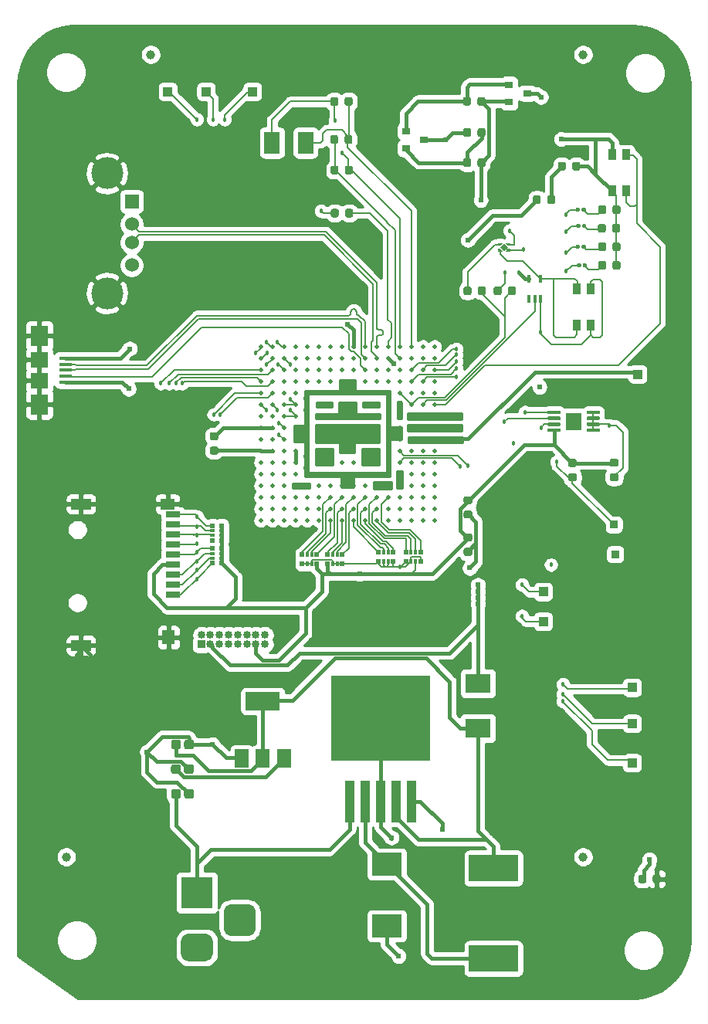
<source format=gbr>
%TF.GenerationSoftware,KiCad,Pcbnew,5.1.6-c6e7f7d~86~ubuntu18.04.1*%
%TF.CreationDate,2020-08-16T12:45:01-03:00*%
%TF.ProjectId,pcbproyecto,70636270-726f-4796-9563-746f2e6b6963,rev?*%
%TF.SameCoordinates,Original*%
%TF.FileFunction,Copper,L1,Top*%
%TF.FilePolarity,Positive*%
%FSLAX46Y46*%
G04 Gerber Fmt 4.6, Leading zero omitted, Abs format (unit mm)*
G04 Created by KiCad (PCBNEW 5.1.6-c6e7f7d~86~ubuntu18.04.1) date 2020-08-16 12:45:01*
%MOMM*%
%LPD*%
G01*
G04 APERTURE LIST*
%TA.AperFunction,SMDPad,CuDef*%
%ADD10R,2.800000X2.150000*%
%TD*%
%TA.AperFunction,ComponentPad*%
%ADD11C,1.524000*%
%TD*%
%TA.AperFunction,ComponentPad*%
%ADD12R,1.524000X1.524000*%
%TD*%
%TA.AperFunction,ComponentPad*%
%ADD13C,3.500000*%
%TD*%
%TA.AperFunction,SMDPad,CuDef*%
%ADD14R,1.000000X1.000000*%
%TD*%
%TA.AperFunction,SMDPad,CuDef*%
%ADD15R,0.899160X1.198880*%
%TD*%
%TA.AperFunction,SMDPad,CuDef*%
%ADD16C,0.100000*%
%TD*%
%TA.AperFunction,Conductor*%
%ADD17C,0.100000*%
%TD*%
%TA.AperFunction,SMDPad,CuDef*%
%ADD18R,0.398780X0.899160*%
%TD*%
%TA.AperFunction,SMDPad,CuDef*%
%ADD19R,1.680000X1.880000*%
%TD*%
%TA.AperFunction,ComponentPad*%
%ADD20O,0.850000X0.850000*%
%TD*%
%TA.AperFunction,ComponentPad*%
%ADD21R,0.850000X0.850000*%
%TD*%
%TA.AperFunction,SMDPad,CuDef*%
%ADD22C,1.000000*%
%TD*%
%TA.AperFunction,SMDPad,CuDef*%
%ADD23R,1.399540X1.597660*%
%TD*%
%TA.AperFunction,SMDPad,CuDef*%
%ADD24R,2.199640X1.198880*%
%TD*%
%TA.AperFunction,SMDPad,CuDef*%
%ADD25R,1.597660X1.198880*%
%TD*%
%TA.AperFunction,SMDPad,CuDef*%
%ADD26R,1.597660X0.698500*%
%TD*%
%TA.AperFunction,SMDPad,CuDef*%
%ADD27R,0.497840X0.497840*%
%TD*%
%TA.AperFunction,SMDPad,CuDef*%
%ADD28R,0.497840X0.299720*%
%TD*%
%TA.AperFunction,SMDPad,CuDef*%
%ADD29R,1.400000X0.400000*%
%TD*%
%TA.AperFunction,SMDPad,CuDef*%
%ADD30R,1.900000X2.300000*%
%TD*%
%TA.AperFunction,SMDPad,CuDef*%
%ADD31R,1.900000X1.800000*%
%TD*%
%TA.AperFunction,ComponentPad*%
%ADD32R,3.500000X3.500000*%
%TD*%
%TA.AperFunction,SMDPad,CuDef*%
%ADD33R,0.299720X0.497840*%
%TD*%
%TA.AperFunction,SMDPad,CuDef*%
%ADD34R,10.800000X9.400000*%
%TD*%
%TA.AperFunction,SMDPad,CuDef*%
%ADD35R,1.100000X4.600000*%
%TD*%
%TA.AperFunction,SMDPad,CuDef*%
%ADD36R,1.500000X2.000000*%
%TD*%
%TA.AperFunction,SMDPad,CuDef*%
%ADD37R,3.800000X2.000000*%
%TD*%
%TA.AperFunction,SMDPad,CuDef*%
%ADD38C,0.497840*%
%TD*%
%TA.AperFunction,SMDPad,CuDef*%
%ADD39R,0.900000X0.800000*%
%TD*%
%TA.AperFunction,SMDPad,CuDef*%
%ADD40R,1.700000X2.400000*%
%TD*%
%TA.AperFunction,SMDPad,CuDef*%
%ADD41R,3.300000X2.500000*%
%TD*%
%TA.AperFunction,SMDPad,CuDef*%
%ADD42R,5.400000X2.900000*%
%TD*%
%TA.AperFunction,ViaPad*%
%ADD43C,0.457200*%
%TD*%
%TA.AperFunction,ViaPad*%
%ADD44C,0.609600*%
%TD*%
%TA.AperFunction,Conductor*%
%ADD45C,0.381000*%
%TD*%
%TA.AperFunction,Conductor*%
%ADD46C,0.152400*%
%TD*%
%TA.AperFunction,Conductor*%
%ADD47C,0.228600*%
%TD*%
%TA.AperFunction,Conductor*%
%ADD48C,0.254000*%
%TD*%
G04 APERTURE END LIST*
D10*
%TO.P,F1,2*%
%TO.N,VDD_5V*%
X63100000Y-90800000D03*
%TO.P,F1,1*%
%TO.N,+5V*%
X63100000Y-95710000D03*
%TD*%
%TO.P,C10,2*%
%TO.N,GND*%
%TA.AperFunction,SMDPad,CuDef*%
G36*
G01*
X77773750Y-67750000D02*
X78286250Y-67750000D01*
G75*
G02*
X78505000Y-67968750I0J-218750D01*
G01*
X78505000Y-68406250D01*
G75*
G02*
X78286250Y-68625000I-218750J0D01*
G01*
X77773750Y-68625000D01*
G75*
G02*
X77555000Y-68406250I0J218750D01*
G01*
X77555000Y-67968750D01*
G75*
G02*
X77773750Y-67750000I218750J0D01*
G01*
G37*
%TD.AperFunction*%
%TO.P,C10,1*%
%TO.N,VDD_3V3B*%
%TA.AperFunction,SMDPad,CuDef*%
G36*
G01*
X77773750Y-66175000D02*
X78286250Y-66175000D01*
G75*
G02*
X78505000Y-66393750I0J-218750D01*
G01*
X78505000Y-66831250D01*
G75*
G02*
X78286250Y-67050000I-218750J0D01*
G01*
X77773750Y-67050000D01*
G75*
G02*
X77555000Y-66831250I0J218750D01*
G01*
X77555000Y-66393750D01*
G75*
G02*
X77773750Y-66175000I218750J0D01*
G01*
G37*
%TD.AperFunction*%
%TD*%
%TO.P,C9,2*%
%TO.N,GND*%
%TA.AperFunction,SMDPad,CuDef*%
G36*
G01*
X61743750Y-75940000D02*
X62256250Y-75940000D01*
G75*
G02*
X62475000Y-76158750I0J-218750D01*
G01*
X62475000Y-76596250D01*
G75*
G02*
X62256250Y-76815000I-218750J0D01*
G01*
X61743750Y-76815000D01*
G75*
G02*
X61525000Y-76596250I0J218750D01*
G01*
X61525000Y-76158750D01*
G75*
G02*
X61743750Y-75940000I218750J0D01*
G01*
G37*
%TD.AperFunction*%
%TO.P,C9,1*%
%TO.N,VDD_3V3B*%
%TA.AperFunction,SMDPad,CuDef*%
G36*
G01*
X61743750Y-74365000D02*
X62256250Y-74365000D01*
G75*
G02*
X62475000Y-74583750I0J-218750D01*
G01*
X62475000Y-75021250D01*
G75*
G02*
X62256250Y-75240000I-218750J0D01*
G01*
X61743750Y-75240000D01*
G75*
G02*
X61525000Y-75021250I0J218750D01*
G01*
X61525000Y-74583750D01*
G75*
G02*
X61743750Y-74365000I218750J0D01*
G01*
G37*
%TD.AperFunction*%
%TD*%
%TO.P,C8,2*%
%TO.N,GND*%
%TA.AperFunction,SMDPad,CuDef*%
G36*
G01*
X61743750Y-71850000D02*
X62256250Y-71850000D01*
G75*
G02*
X62475000Y-72068750I0J-218750D01*
G01*
X62475000Y-72506250D01*
G75*
G02*
X62256250Y-72725000I-218750J0D01*
G01*
X61743750Y-72725000D01*
G75*
G02*
X61525000Y-72506250I0J218750D01*
G01*
X61525000Y-72068750D01*
G75*
G02*
X61743750Y-71850000I218750J0D01*
G01*
G37*
%TD.AperFunction*%
%TO.P,C8,1*%
%TO.N,VDD_3V3B*%
%TA.AperFunction,SMDPad,CuDef*%
G36*
G01*
X61743750Y-70275000D02*
X62256250Y-70275000D01*
G75*
G02*
X62475000Y-70493750I0J-218750D01*
G01*
X62475000Y-70931250D01*
G75*
G02*
X62256250Y-71150000I-218750J0D01*
G01*
X61743750Y-71150000D01*
G75*
G02*
X61525000Y-70931250I0J218750D01*
G01*
X61525000Y-70493750D01*
G75*
G02*
X61743750Y-70275000I218750J0D01*
G01*
G37*
%TD.AperFunction*%
%TD*%
%TO.P,C4,2*%
%TO.N,/Sistem In Package/VREF-*%
%TA.AperFunction,SMDPad,CuDef*%
G36*
G01*
X34406250Y-64137500D02*
X33893750Y-64137500D01*
G75*
G02*
X33675000Y-63918750I0J218750D01*
G01*
X33675000Y-63481250D01*
G75*
G02*
X33893750Y-63262500I218750J0D01*
G01*
X34406250Y-63262500D01*
G75*
G02*
X34625000Y-63481250I0J-218750D01*
G01*
X34625000Y-63918750D01*
G75*
G02*
X34406250Y-64137500I-218750J0D01*
G01*
G37*
%TD.AperFunction*%
%TO.P,C4,1*%
%TO.N,/Sistem In Package/VREF+*%
%TA.AperFunction,SMDPad,CuDef*%
G36*
G01*
X34406250Y-65712500D02*
X33893750Y-65712500D01*
G75*
G02*
X33675000Y-65493750I0J218750D01*
G01*
X33675000Y-65056250D01*
G75*
G02*
X33893750Y-64837500I218750J0D01*
G01*
X34406250Y-64837500D01*
G75*
G02*
X34625000Y-65056250I0J-218750D01*
G01*
X34625000Y-65493750D01*
G75*
G02*
X34406250Y-65712500I-218750J0D01*
G01*
G37*
%TD.AperFunction*%
%TD*%
%TO.P,C3,2*%
%TO.N,/Sistem In Package/OSC_GND*%
%TA.AperFunction,SMDPad,CuDef*%
G36*
G01*
X47759000Y-30903750D02*
X47759000Y-31416250D01*
G75*
G02*
X47540250Y-31635000I-218750J0D01*
G01*
X47102750Y-31635000D01*
G75*
G02*
X46884000Y-31416250I0J218750D01*
G01*
X46884000Y-30903750D01*
G75*
G02*
X47102750Y-30685000I218750J0D01*
G01*
X47540250Y-30685000D01*
G75*
G02*
X47759000Y-30903750I0J-218750D01*
G01*
G37*
%TD.AperFunction*%
%TO.P,C3,1*%
%TO.N,/Sistem In Package/OSC_IN*%
%TA.AperFunction,SMDPad,CuDef*%
G36*
G01*
X49334000Y-30903750D02*
X49334000Y-31416250D01*
G75*
G02*
X49115250Y-31635000I-218750J0D01*
G01*
X48677750Y-31635000D01*
G75*
G02*
X48459000Y-31416250I0J218750D01*
G01*
X48459000Y-30903750D01*
G75*
G02*
X48677750Y-30685000I218750J0D01*
G01*
X49115250Y-30685000D01*
G75*
G02*
X49334000Y-30903750I0J-218750D01*
G01*
G37*
%TD.AperFunction*%
%TD*%
%TO.P,C2,2*%
%TO.N,/Sistem In Package/OSC_GND*%
%TA.AperFunction,SMDPad,CuDef*%
G36*
G01*
X47804000Y-34261750D02*
X47804000Y-34774250D01*
G75*
G02*
X47585250Y-34993000I-218750J0D01*
G01*
X47147750Y-34993000D01*
G75*
G02*
X46929000Y-34774250I0J218750D01*
G01*
X46929000Y-34261750D01*
G75*
G02*
X47147750Y-34043000I218750J0D01*
G01*
X47585250Y-34043000D01*
G75*
G02*
X47804000Y-34261750I0J-218750D01*
G01*
G37*
%TD.AperFunction*%
%TO.P,C2,1*%
%TO.N,/Sistem In Package/OSC_OUT*%
%TA.AperFunction,SMDPad,CuDef*%
G36*
G01*
X49379000Y-34261750D02*
X49379000Y-34774250D01*
G75*
G02*
X49160250Y-34993000I-218750J0D01*
G01*
X48722750Y-34993000D01*
G75*
G02*
X48504000Y-34774250I0J218750D01*
G01*
X48504000Y-34261750D01*
G75*
G02*
X48722750Y-34043000I218750J0D01*
G01*
X49160250Y-34043000D01*
G75*
G02*
X49379000Y-34261750I0J-218750D01*
G01*
G37*
%TD.AperFunction*%
%TD*%
D11*
%TO.P,J3,4*%
%TO.N,GND*%
X25125000Y-44950000D03*
%TO.P,J3,3*%
%TO.N,/USB1_D+*%
X25125000Y-42450000D03*
%TO.P,J3,2*%
%TO.N,/USB1_D-*%
X25125000Y-40450000D03*
D12*
%TO.P,J3,1*%
%TO.N,/USB1_VBU*%
X25125000Y-37950000D03*
D13*
%TO.P,J3,5*%
%TO.N,CGND*%
X22415000Y-34880000D03*
X22415000Y-48020000D03*
%TD*%
D14*
%TO.P,TP9,1*%
%TO.N,Net-(TP9-Pad1)*%
X70250000Y-84000000D03*
%TD*%
%TO.P,TP8,1*%
%TO.N,Net-(TP8-Pad1)*%
X70250000Y-80750000D03*
%TD*%
D15*
%TO.P,RST1,4*%
%TO.N,Net-(IC1-Pad4)*%
X73926700Y-51528980D03*
%TO.P,RST1,3*%
X73926700Y-47531020D03*
%TO.P,RST1,2*%
%TO.N,GND*%
X75425300Y-51528980D03*
%TO.P,RST1,1*%
X75425300Y-47531020D03*
%TD*%
%TO.P,R16,2*%
%TO.N,GND*%
%TA.AperFunction,SMDPad,CuDef*%
G36*
G01*
X77845500Y-45214250D02*
X77845500Y-44701750D01*
G75*
G02*
X78064250Y-44483000I218750J0D01*
G01*
X78501750Y-44483000D01*
G75*
G02*
X78720500Y-44701750I0J-218750D01*
G01*
X78720500Y-45214250D01*
G75*
G02*
X78501750Y-45433000I-218750J0D01*
G01*
X78064250Y-45433000D01*
G75*
G02*
X77845500Y-45214250I0J218750D01*
G01*
G37*
%TD.AperFunction*%
%TO.P,R16,1*%
%TO.N,Net-(D5-Pad1)*%
%TA.AperFunction,SMDPad,CuDef*%
G36*
G01*
X76270500Y-45214250D02*
X76270500Y-44701750D01*
G75*
G02*
X76489250Y-44483000I218750J0D01*
G01*
X76926750Y-44483000D01*
G75*
G02*
X77145500Y-44701750I0J-218750D01*
G01*
X77145500Y-45214250D01*
G75*
G02*
X76926750Y-45433000I-218750J0D01*
G01*
X76489250Y-45433000D01*
G75*
G02*
X76270500Y-45214250I0J218750D01*
G01*
G37*
%TD.AperFunction*%
%TD*%
%TO.P,R15,2*%
%TO.N,GND*%
%TA.AperFunction,SMDPad,CuDef*%
G36*
G01*
X77845500Y-43182250D02*
X77845500Y-42669750D01*
G75*
G02*
X78064250Y-42451000I218750J0D01*
G01*
X78501750Y-42451000D01*
G75*
G02*
X78720500Y-42669750I0J-218750D01*
G01*
X78720500Y-43182250D01*
G75*
G02*
X78501750Y-43401000I-218750J0D01*
G01*
X78064250Y-43401000D01*
G75*
G02*
X77845500Y-43182250I0J218750D01*
G01*
G37*
%TD.AperFunction*%
%TO.P,R15,1*%
%TO.N,Net-(D4-Pad1)*%
%TA.AperFunction,SMDPad,CuDef*%
G36*
G01*
X76270500Y-43182250D02*
X76270500Y-42669750D01*
G75*
G02*
X76489250Y-42451000I218750J0D01*
G01*
X76926750Y-42451000D01*
G75*
G02*
X77145500Y-42669750I0J-218750D01*
G01*
X77145500Y-43182250D01*
G75*
G02*
X76926750Y-43401000I-218750J0D01*
G01*
X76489250Y-43401000D01*
G75*
G02*
X76270500Y-43182250I0J218750D01*
G01*
G37*
%TD.AperFunction*%
%TD*%
%TO.P,R14,2*%
%TO.N,GND*%
%TA.AperFunction,SMDPad,CuDef*%
G36*
G01*
X77820000Y-41150250D02*
X77820000Y-40637750D01*
G75*
G02*
X78038750Y-40419000I218750J0D01*
G01*
X78476250Y-40419000D01*
G75*
G02*
X78695000Y-40637750I0J-218750D01*
G01*
X78695000Y-41150250D01*
G75*
G02*
X78476250Y-41369000I-218750J0D01*
G01*
X78038750Y-41369000D01*
G75*
G02*
X77820000Y-41150250I0J218750D01*
G01*
G37*
%TD.AperFunction*%
%TO.P,R14,1*%
%TO.N,Net-(D3-Pad1)*%
%TA.AperFunction,SMDPad,CuDef*%
G36*
G01*
X76245000Y-41150250D02*
X76245000Y-40637750D01*
G75*
G02*
X76463750Y-40419000I218750J0D01*
G01*
X76901250Y-40419000D01*
G75*
G02*
X77120000Y-40637750I0J-218750D01*
G01*
X77120000Y-41150250D01*
G75*
G02*
X76901250Y-41369000I-218750J0D01*
G01*
X76463750Y-41369000D01*
G75*
G02*
X76245000Y-41150250I0J218750D01*
G01*
G37*
%TD.AperFunction*%
%TD*%
%TO.P,R13,2*%
%TO.N,GND*%
%TA.AperFunction,SMDPad,CuDef*%
G36*
G01*
X77845500Y-39118250D02*
X77845500Y-38605750D01*
G75*
G02*
X78064250Y-38387000I218750J0D01*
G01*
X78501750Y-38387000D01*
G75*
G02*
X78720500Y-38605750I0J-218750D01*
G01*
X78720500Y-39118250D01*
G75*
G02*
X78501750Y-39337000I-218750J0D01*
G01*
X78064250Y-39337000D01*
G75*
G02*
X77845500Y-39118250I0J218750D01*
G01*
G37*
%TD.AperFunction*%
%TO.P,R13,1*%
%TO.N,Net-(D2-Pad1)*%
%TA.AperFunction,SMDPad,CuDef*%
G36*
G01*
X76270500Y-39118250D02*
X76270500Y-38605750D01*
G75*
G02*
X76489250Y-38387000I218750J0D01*
G01*
X76926750Y-38387000D01*
G75*
G02*
X77145500Y-38605750I0J-218750D01*
G01*
X77145500Y-39118250D01*
G75*
G02*
X76926750Y-39337000I-218750J0D01*
G01*
X76489250Y-39337000D01*
G75*
G02*
X76270500Y-39118250I0J218750D01*
G01*
G37*
%TD.AperFunction*%
%TD*%
%TO.P,D5,2*%
%TO.N,/GPIO_A5*%
%TA.AperFunction,SMDPad,CuDef*%
G36*
G01*
X74398000Y-44858000D02*
X74398000Y-45058000D01*
G75*
G02*
X74298000Y-45158000I-100000J0D01*
G01*
X74038000Y-45158000D01*
G75*
G02*
X73938000Y-45058000I0J100000D01*
G01*
X73938000Y-44858000D01*
G75*
G02*
X74038000Y-44758000I100000J0D01*
G01*
X74298000Y-44758000D01*
G75*
G02*
X74398000Y-44858000I0J-100000D01*
G01*
G37*
%TD.AperFunction*%
%TO.P,D5,1*%
%TO.N,Net-(D5-Pad1)*%
%TA.AperFunction,SMDPad,CuDef*%
G36*
G01*
X75038000Y-44858000D02*
X75038000Y-45058000D01*
G75*
G02*
X74938000Y-45158000I-100000J0D01*
G01*
X74678000Y-45158000D01*
G75*
G02*
X74578000Y-45058000I0J100000D01*
G01*
X74578000Y-44858000D01*
G75*
G02*
X74678000Y-44758000I100000J0D01*
G01*
X74938000Y-44758000D01*
G75*
G02*
X75038000Y-44858000I0J-100000D01*
G01*
G37*
%TD.AperFunction*%
%TD*%
%TO.P,D4,2*%
%TO.N,/GPIO_A6*%
%TA.AperFunction,SMDPad,CuDef*%
G36*
G01*
X74266000Y-42826000D02*
X74266000Y-43026000D01*
G75*
G02*
X74166000Y-43126000I-100000J0D01*
G01*
X73906000Y-43126000D01*
G75*
G02*
X73806000Y-43026000I0J100000D01*
G01*
X73806000Y-42826000D01*
G75*
G02*
X73906000Y-42726000I100000J0D01*
G01*
X74166000Y-42726000D01*
G75*
G02*
X74266000Y-42826000I0J-100000D01*
G01*
G37*
%TD.AperFunction*%
%TO.P,D4,1*%
%TO.N,Net-(D4-Pad1)*%
%TA.AperFunction,SMDPad,CuDef*%
G36*
G01*
X74906000Y-42826000D02*
X74906000Y-43026000D01*
G75*
G02*
X74806000Y-43126000I-100000J0D01*
G01*
X74546000Y-43126000D01*
G75*
G02*
X74446000Y-43026000I0J100000D01*
G01*
X74446000Y-42826000D01*
G75*
G02*
X74546000Y-42726000I100000J0D01*
G01*
X74806000Y-42726000D01*
G75*
G02*
X74906000Y-42826000I0J-100000D01*
G01*
G37*
%TD.AperFunction*%
%TD*%
%TO.P,D3,2*%
%TO.N,/GPIO_A7*%
%TA.AperFunction,SMDPad,CuDef*%
G36*
G01*
X74332000Y-40540000D02*
X74332000Y-40740000D01*
G75*
G02*
X74232000Y-40840000I-100000J0D01*
G01*
X73972000Y-40840000D01*
G75*
G02*
X73872000Y-40740000I0J100000D01*
G01*
X73872000Y-40540000D01*
G75*
G02*
X73972000Y-40440000I100000J0D01*
G01*
X74232000Y-40440000D01*
G75*
G02*
X74332000Y-40540000I0J-100000D01*
G01*
G37*
%TD.AperFunction*%
%TO.P,D3,1*%
%TO.N,Net-(D3-Pad1)*%
%TA.AperFunction,SMDPad,CuDef*%
G36*
G01*
X74972000Y-40540000D02*
X74972000Y-40740000D01*
G75*
G02*
X74872000Y-40840000I-100000J0D01*
G01*
X74612000Y-40840000D01*
G75*
G02*
X74512000Y-40740000I0J100000D01*
G01*
X74512000Y-40540000D01*
G75*
G02*
X74612000Y-40440000I100000J0D01*
G01*
X74872000Y-40440000D01*
G75*
G02*
X74972000Y-40540000I0J-100000D01*
G01*
G37*
%TD.AperFunction*%
%TD*%
%TO.P,D2,2*%
%TO.N,/GPIO_A8*%
%TA.AperFunction,SMDPad,CuDef*%
G36*
G01*
X74266000Y-38762000D02*
X74266000Y-38962000D01*
G75*
G02*
X74166000Y-39062000I-100000J0D01*
G01*
X73906000Y-39062000D01*
G75*
G02*
X73806000Y-38962000I0J100000D01*
G01*
X73806000Y-38762000D01*
G75*
G02*
X73906000Y-38662000I100000J0D01*
G01*
X74166000Y-38662000D01*
G75*
G02*
X74266000Y-38762000I0J-100000D01*
G01*
G37*
%TD.AperFunction*%
%TO.P,D2,1*%
%TO.N,Net-(D2-Pad1)*%
%TA.AperFunction,SMDPad,CuDef*%
G36*
G01*
X74906000Y-38762000D02*
X74906000Y-38962000D01*
G75*
G02*
X74806000Y-39062000I-100000J0D01*
G01*
X74546000Y-39062000D01*
G75*
G02*
X74446000Y-38962000I0J100000D01*
G01*
X74446000Y-38762000D01*
G75*
G02*
X74546000Y-38662000I100000J0D01*
G01*
X74806000Y-38662000D01*
G75*
G02*
X74906000Y-38762000I0J-100000D01*
G01*
G37*
%TD.AperFunction*%
%TD*%
%TA.AperFunction,SMDPad,CuDef*%
D16*
%TO.P,U7,5*%
%TO.N,GND*%
G36*
X65962000Y-43407122D02*
G01*
X65551878Y-42997000D01*
X65962000Y-42586878D01*
X66372122Y-42997000D01*
X65962000Y-43407122D01*
G37*
%TD.AperFunction*%
%TA.AperFunction,Conductor*%
D17*
%TD*%
%TO.N,Net-(IC1-Pad4)*%
%TO.C,U7*%
G36*
X65762000Y-43376289D02*
G01*
X65762000Y-43477000D01*
X65302000Y-43477000D01*
X65302000Y-43167000D01*
X65552711Y-43167000D01*
X65762000Y-43376289D01*
G37*
%TD.AperFunction*%
%TA.AperFunction,Conductor*%
%TO.N,GND*%
%TO.C,U7*%
G36*
X66622000Y-43477000D02*
G01*
X66162000Y-43477000D01*
X66162000Y-43376289D01*
X66371289Y-43167000D01*
X66622000Y-43167000D01*
X66622000Y-43477000D01*
G37*
%TD.AperFunction*%
%TA.AperFunction,Conductor*%
%TO.N,VDD_3V3B*%
G36*
X66622000Y-42827000D02*
G01*
X66371289Y-42827000D01*
X66162000Y-42617711D01*
X66162000Y-42517000D01*
X66622000Y-42517000D01*
X66622000Y-42827000D01*
G37*
%TD.AperFunction*%
%TA.AperFunction,Conductor*%
%TO.N,Net-(R11-Pad2)*%
G36*
X65762000Y-42617711D02*
G01*
X65552711Y-42827000D01*
X65302000Y-42827000D01*
X65302000Y-42517000D01*
X65762000Y-42517000D01*
X65762000Y-42617711D01*
G37*
%TD.AperFunction*%
%TD*%
%TO.P,R12,2*%
%TO.N,GND*%
%TA.AperFunction,SMDPad,CuDef*%
G36*
G01*
X65690000Y-47495750D02*
X65690000Y-48008250D01*
G75*
G02*
X65471250Y-48227000I-218750J0D01*
G01*
X65033750Y-48227000D01*
G75*
G02*
X64815000Y-48008250I0J218750D01*
G01*
X64815000Y-47495750D01*
G75*
G02*
X65033750Y-47277000I218750J0D01*
G01*
X65471250Y-47277000D01*
G75*
G02*
X65690000Y-47495750I0J-218750D01*
G01*
G37*
%TD.AperFunction*%
%TO.P,R12,1*%
%TO.N,/WARMRST*%
%TA.AperFunction,SMDPad,CuDef*%
G36*
G01*
X67265000Y-47495750D02*
X67265000Y-48008250D01*
G75*
G02*
X67046250Y-48227000I-218750J0D01*
G01*
X66608750Y-48227000D01*
G75*
G02*
X66390000Y-48008250I0J218750D01*
G01*
X66390000Y-47495750D01*
G75*
G02*
X66608750Y-47277000I218750J0D01*
G01*
X67046250Y-47277000D01*
G75*
G02*
X67265000Y-47495750I0J-218750D01*
G01*
G37*
%TD.AperFunction*%
%TD*%
%TO.P,R11,2*%
%TO.N,Net-(R11-Pad2)*%
%TA.AperFunction,SMDPad,CuDef*%
G36*
G01*
X62388000Y-47495750D02*
X62388000Y-48008250D01*
G75*
G02*
X62169250Y-48227000I-218750J0D01*
G01*
X61731750Y-48227000D01*
G75*
G02*
X61513000Y-48008250I0J218750D01*
G01*
X61513000Y-47495750D01*
G75*
G02*
X61731750Y-47277000I218750J0D01*
G01*
X62169250Y-47277000D01*
G75*
G02*
X62388000Y-47495750I0J-218750D01*
G01*
G37*
%TD.AperFunction*%
%TO.P,R11,1*%
%TO.N,/WARMRST*%
%TA.AperFunction,SMDPad,CuDef*%
G36*
G01*
X63963000Y-47495750D02*
X63963000Y-48008250D01*
G75*
G02*
X63744250Y-48227000I-218750J0D01*
G01*
X63306750Y-48227000D01*
G75*
G02*
X63088000Y-48008250I0J218750D01*
G01*
X63088000Y-47495750D01*
G75*
G02*
X63306750Y-47277000I218750J0D01*
G01*
X63744250Y-47277000D01*
G75*
G02*
X63963000Y-47495750I0J-218750D01*
G01*
G37*
%TD.AperFunction*%
%TD*%
D18*
%TO.P,IC1,5*%
%TO.N,VDD_RTC*%
X68694300Y-46398180D03*
%TO.P,IC1,4*%
%TO.N,Net-(IC1-Pad4)*%
X69989700Y-46398180D03*
%TO.P,IC1,3*%
%TO.N,GND*%
X69989700Y-48597820D03*
%TO.P,IC1,2*%
%TO.N,/PMIC_PGOOD*%
X69342000Y-48597820D03*
%TO.P,IC1,1*%
%TO.N,N/C*%
X68694300Y-48597820D03*
%TD*%
D19*
%TO.P,U6,9*%
%TO.N,N/C*%
X73590000Y-62060000D03*
%TO.P,U6,8*%
%TO.N,VDD_3V3B*%
%TA.AperFunction,SMDPad,CuDef*%
G36*
G01*
X72165000Y-62935000D02*
X72165000Y-63135000D01*
G75*
G02*
X72065000Y-63235000I-100000J0D01*
G01*
X70815000Y-63235000D01*
G75*
G02*
X70715000Y-63135000I0J100000D01*
G01*
X70715000Y-62935000D01*
G75*
G02*
X70815000Y-62835000I100000J0D01*
G01*
X72065000Y-62835000D01*
G75*
G02*
X72165000Y-62935000I0J-100000D01*
G01*
G37*
%TD.AperFunction*%
%TO.P,U6,7*%
%TO.N,Net-(J6-Pad1)*%
%TA.AperFunction,SMDPad,CuDef*%
G36*
G01*
X72165000Y-62285000D02*
X72165000Y-62485000D01*
G75*
G02*
X72065000Y-62585000I-100000J0D01*
G01*
X70815000Y-62585000D01*
G75*
G02*
X70715000Y-62485000I0J100000D01*
G01*
X70715000Y-62285000D01*
G75*
G02*
X70815000Y-62185000I100000J0D01*
G01*
X72065000Y-62185000D01*
G75*
G02*
X72165000Y-62285000I0J-100000D01*
G01*
G37*
%TD.AperFunction*%
%TO.P,U6,6*%
%TO.N,/I2C1_SCL*%
%TA.AperFunction,SMDPad,CuDef*%
G36*
G01*
X72165000Y-61635000D02*
X72165000Y-61835000D01*
G75*
G02*
X72065000Y-61935000I-100000J0D01*
G01*
X70815000Y-61935000D01*
G75*
G02*
X70715000Y-61835000I0J100000D01*
G01*
X70715000Y-61635000D01*
G75*
G02*
X70815000Y-61535000I100000J0D01*
G01*
X72065000Y-61535000D01*
G75*
G02*
X72165000Y-61635000I0J-100000D01*
G01*
G37*
%TD.AperFunction*%
%TO.P,U6,5*%
%TO.N,/I2C1_SDA*%
%TA.AperFunction,SMDPad,CuDef*%
G36*
G01*
X72165000Y-60985000D02*
X72165000Y-61185000D01*
G75*
G02*
X72065000Y-61285000I-100000J0D01*
G01*
X70815000Y-61285000D01*
G75*
G02*
X70715000Y-61185000I0J100000D01*
G01*
X70715000Y-60985000D01*
G75*
G02*
X70815000Y-60885000I100000J0D01*
G01*
X72065000Y-60885000D01*
G75*
G02*
X72165000Y-60985000I0J-100000D01*
G01*
G37*
%TD.AperFunction*%
%TO.P,U6,4*%
%TO.N,GND*%
%TA.AperFunction,SMDPad,CuDef*%
G36*
G01*
X76465000Y-60985000D02*
X76465000Y-61185000D01*
G75*
G02*
X76365000Y-61285000I-100000J0D01*
G01*
X75115000Y-61285000D01*
G75*
G02*
X75015000Y-61185000I0J100000D01*
G01*
X75015000Y-60985000D01*
G75*
G02*
X75115000Y-60885000I100000J0D01*
G01*
X76365000Y-60885000D01*
G75*
G02*
X76465000Y-60985000I0J-100000D01*
G01*
G37*
%TD.AperFunction*%
%TO.P,U6,3*%
%TA.AperFunction,SMDPad,CuDef*%
G36*
G01*
X76465000Y-61635000D02*
X76465000Y-61835000D01*
G75*
G02*
X76365000Y-61935000I-100000J0D01*
G01*
X75115000Y-61935000D01*
G75*
G02*
X75015000Y-61835000I0J100000D01*
G01*
X75015000Y-61635000D01*
G75*
G02*
X75115000Y-61535000I100000J0D01*
G01*
X76365000Y-61535000D01*
G75*
G02*
X76465000Y-61635000I0J-100000D01*
G01*
G37*
%TD.AperFunction*%
%TO.P,U6,2*%
%TA.AperFunction,SMDPad,CuDef*%
G36*
G01*
X76465000Y-62285000D02*
X76465000Y-62485000D01*
G75*
G02*
X76365000Y-62585000I-100000J0D01*
G01*
X75115000Y-62585000D01*
G75*
G02*
X75015000Y-62485000I0J100000D01*
G01*
X75015000Y-62285000D01*
G75*
G02*
X75115000Y-62185000I100000J0D01*
G01*
X76365000Y-62185000D01*
G75*
G02*
X76465000Y-62285000I0J-100000D01*
G01*
G37*
%TD.AperFunction*%
%TO.P,U6,1*%
%TA.AperFunction,SMDPad,CuDef*%
G36*
G01*
X76465000Y-62935000D02*
X76465000Y-63135000D01*
G75*
G02*
X76365000Y-63235000I-100000J0D01*
G01*
X75115000Y-63235000D01*
G75*
G02*
X75015000Y-63135000I0J100000D01*
G01*
X75015000Y-62935000D01*
G75*
G02*
X75115000Y-62835000I100000J0D01*
G01*
X76365000Y-62835000D01*
G75*
G02*
X76465000Y-62935000I0J-100000D01*
G01*
G37*
%TD.AperFunction*%
%TD*%
D14*
%TO.P,TP7,1*%
%TO.N,Net-(TP7-Pad1)*%
X80600000Y-56900000D03*
%TD*%
%TO.P,TP6,1*%
%TO.N,Net-(TP6-Pad1)*%
X29080000Y-25908000D03*
%TD*%
%TO.P,TP5,1*%
%TO.N,Net-(TP5-Pad1)*%
X33274000Y-25908000D03*
%TD*%
%TO.P,TP4,1*%
%TO.N,Net-(TP4-Pad1)*%
X80000000Y-99500000D03*
%TD*%
%TO.P,TP3,1*%
%TO.N,Net-(TP3-Pad1)*%
X80000000Y-95200000D03*
%TD*%
%TO.P,TP2,1*%
%TO.N,Net-(TP2-Pad1)*%
X80000000Y-91250000D03*
%TD*%
%TO.P,TP1,1*%
%TO.N,Net-(TP1-Pad1)*%
X38354000Y-25908000D03*
%TD*%
D20*
%TO.P,J2,16*%
%TO.N,GND*%
X39750000Y-85500000D03*
%TO.P,J2,15*%
X39750000Y-86500000D03*
%TO.P,J2,14*%
%TO.N,N/C*%
X38750000Y-85500000D03*
%TO.P,J2,13*%
%TO.N,VDD_3V3B*%
X38750000Y-86500000D03*
%TO.P,J2,12*%
%TO.N,/Peripherals/UART0_TX*%
X37750000Y-85500000D03*
%TO.P,J2,11*%
%TO.N,N/C*%
X37750000Y-86500000D03*
%TO.P,J2,10*%
%TO.N,/Peripherals/UART0_RX*%
X36750000Y-85500000D03*
%TO.P,J2,9*%
%TO.N,N/C*%
X36750000Y-86500000D03*
%TO.P,J2,8*%
%TO.N,/Peripherals/SPI0_D0*%
X35750000Y-85500000D03*
%TO.P,J2,7*%
%TO.N,N/C*%
X35750000Y-86500000D03*
%TO.P,J2,6*%
%TO.N,/Peripherals/SPI0_SCLK*%
X34750000Y-85500000D03*
%TO.P,J2,5*%
%TO.N,N/C*%
X34750000Y-86500000D03*
%TO.P,J2,4*%
%TO.N,/Peripherals/SPI0_D1*%
X33750000Y-85500000D03*
%TO.P,J2,3*%
%TO.N,VDD_5V*%
X33750000Y-86500000D03*
%TO.P,J2,2*%
%TO.N,/Peripherals/SPI0_CS0*%
X32750000Y-85500000D03*
D21*
%TO.P,J2,1*%
%TO.N,Net-(J2-Pad1)*%
X32750000Y-86500000D03*
%TD*%
%TO.P,R10,2*%
%TO.N,Net-(J6-Pad1)*%
%TA.AperFunction,SMDPad,CuDef*%
G36*
G01*
X73203750Y-67770000D02*
X73716250Y-67770000D01*
G75*
G02*
X73935000Y-67988750I0J-218750D01*
G01*
X73935000Y-68426250D01*
G75*
G02*
X73716250Y-68645000I-218750J0D01*
G01*
X73203750Y-68645000D01*
G75*
G02*
X72985000Y-68426250I0J218750D01*
G01*
X72985000Y-67988750D01*
G75*
G02*
X73203750Y-67770000I218750J0D01*
G01*
G37*
%TD.AperFunction*%
%TO.P,R10,1*%
%TO.N,VDD_3V3B*%
%TA.AperFunction,SMDPad,CuDef*%
G36*
G01*
X73203750Y-66195000D02*
X73716250Y-66195000D01*
G75*
G02*
X73935000Y-66413750I0J-218750D01*
G01*
X73935000Y-66851250D01*
G75*
G02*
X73716250Y-67070000I-218750J0D01*
G01*
X73203750Y-67070000D01*
G75*
G02*
X72985000Y-66851250I0J218750D01*
G01*
X72985000Y-66413750D01*
G75*
G02*
X73203750Y-66195000I218750J0D01*
G01*
G37*
%TD.AperFunction*%
%TD*%
%TO.P,J6,1*%
%TO.N,Net-(J6-Pad1)*%
X78000000Y-73400000D03*
%TD*%
%TO.P,J4,1*%
%TO.N,GND*%
X78150000Y-76645000D03*
%TD*%
D22*
%TO.P,FID4,*%
%TO.N,*%
X17960000Y-109820000D03*
%TD*%
%TO.P,FID3,*%
%TO.N,*%
X74620000Y-21850000D03*
%TD*%
%TO.P,FID2,*%
%TO.N,*%
X74620000Y-109820000D03*
%TD*%
%TO.P,FID1,*%
%TO.N,*%
X27220000Y-21850000D03*
%TD*%
D23*
%TO.P,U5,G4*%
%TO.N,CGND*%
X29168551Y-85745620D03*
D24*
%TO.P,U5,G3*%
X19567351Y-86647320D03*
%TO.P,U5,G2*%
X19567351Y-71148240D03*
D25*
%TO.P,U5,G1*%
X29066951Y-71138080D03*
D26*
%TO.P,U5,9*%
%TO.N,/Interfaces/MMC0_CD*%
X29666391Y-72298860D03*
%TO.P,U5,8*%
%TO.N,/Interfaces/MMC0_DAT1*%
X29666391Y-73398680D03*
%TO.P,U5,7*%
%TO.N,/Interfaces/MMC0_DAT0*%
X29666391Y-74498500D03*
%TO.P,U5,6*%
%TO.N,GND*%
X29666391Y-75598320D03*
%TO.P,U5,5*%
%TO.N,/Interfaces/MMC0_CLK*%
X29666391Y-76698140D03*
%TO.P,U5,4*%
%TO.N,VDD_3V3B*%
X29666391Y-77797960D03*
%TO.P,U5,3*%
%TO.N,/Interfaces/MMC0_CMD*%
X29666391Y-78897780D03*
%TO.P,U5,2*%
%TO.N,/Interfaces/MMC0_DAT3*%
X29666391Y-79997600D03*
%TO.P,U5,1*%
%TO.N,/Interfaces/MMC0_DAT2*%
X29666391Y-81097420D03*
%TD*%
D27*
%TO.P,RN2,8*%
%TO.N,N/C*%
X34000000Y-75100200D03*
D28*
%TO.P,RN2,7*%
%TO.N,/Interfaces/MMC0_DAT0*%
X34000000Y-74549020D03*
%TO.P,RN2,6*%
%TO.N,/Interfaces/MMC0_DAT1*%
X34000000Y-74051180D03*
D27*
%TO.P,RN2,5*%
%TO.N,/Interfaces/MMC0_CD*%
X34000000Y-73500000D03*
%TO.P,RN2,4*%
%TO.N,VDD_3V3B*%
X34995680Y-73500000D03*
D28*
%TO.P,RN2,3*%
X34995680Y-74051180D03*
%TO.P,RN2,2*%
X34995680Y-74549020D03*
D27*
%TO.P,RN2,1*%
X34995680Y-75100200D03*
%TD*%
%TO.P,RN1,8*%
%TO.N,/Interfaces/MMC0_DAT2*%
X34000000Y-77600200D03*
D28*
%TO.P,RN1,7*%
%TO.N,/Interfaces/MMC0_DAT3*%
X34000000Y-77049020D03*
%TO.P,RN1,6*%
%TO.N,/Interfaces/MMC0_CMD*%
X34000000Y-76551180D03*
D27*
%TO.P,RN1,5*%
%TO.N,/Interfaces/MMC0_CLK*%
X34000000Y-76000000D03*
%TO.P,RN1,4*%
%TO.N,VDD_3V3B*%
X34995680Y-76000000D03*
D28*
%TO.P,RN1,3*%
X34995680Y-76551180D03*
%TO.P,RN1,2*%
X34995680Y-77049020D03*
D27*
%TO.P,RN1,1*%
X34995680Y-77600200D03*
%TD*%
D29*
%TO.P,J5,1*%
%TO.N,USB_DC*%
X17850000Y-55150000D03*
%TO.P,J5,2*%
%TO.N,/USB0_D-*%
X17850000Y-55800000D03*
%TO.P,J5,3*%
%TO.N,/USB0_D+*%
X17850000Y-56450000D03*
%TO.P,J5,4*%
%TO.N,/USB0_ID*%
X17850000Y-57100000D03*
%TO.P,J5,5*%
%TO.N,GND*%
X17850000Y-57750000D03*
D30*
%TO.P,J5,6*%
%TO.N,CGND*%
X15000000Y-52700000D03*
X15000000Y-60200000D03*
D31*
X15000000Y-55300000D03*
X15000000Y-57600000D03*
%TD*%
%TO.P,C5,2*%
%TO.N,GND*%
%TA.AperFunction,SMDPad,CuDef*%
G36*
G01*
X30875000Y-103187501D02*
X30875000Y-102637499D01*
G75*
G02*
X31124999Y-102387500I249999J0D01*
G01*
X31700001Y-102387500D01*
G75*
G02*
X31950000Y-102637499I0J-249999D01*
G01*
X31950000Y-103187501D01*
G75*
G02*
X31700001Y-103437500I-249999J0D01*
G01*
X31124999Y-103437500D01*
G75*
G02*
X30875000Y-103187501I0J249999D01*
G01*
G37*
%TD.AperFunction*%
%TO.P,C5,1*%
%TO.N,/Interfaces/IN_PWR_SUPPLY*%
%TA.AperFunction,SMDPad,CuDef*%
G36*
G01*
X29450000Y-103187501D02*
X29450000Y-102637499D01*
G75*
G02*
X29699999Y-102387500I249999J0D01*
G01*
X30275001Y-102387500D01*
G75*
G02*
X30525000Y-102637499I0J-249999D01*
G01*
X30525000Y-103187501D01*
G75*
G02*
X30275001Y-103437500I-249999J0D01*
G01*
X29699999Y-103437500D01*
G75*
G02*
X29450000Y-103187501I0J249999D01*
G01*
G37*
%TD.AperFunction*%
%TD*%
%TO.P,C6,2*%
%TO.N,GND*%
%TA.AperFunction,SMDPad,CuDef*%
G36*
G01*
X30862500Y-100475001D02*
X30862500Y-99924999D01*
G75*
G02*
X31112499Y-99675000I249999J0D01*
G01*
X31687501Y-99675000D01*
G75*
G02*
X31937500Y-99924999I0J-249999D01*
G01*
X31937500Y-100475001D01*
G75*
G02*
X31687501Y-100725000I-249999J0D01*
G01*
X31112499Y-100725000D01*
G75*
G02*
X30862500Y-100475001I0J249999D01*
G01*
G37*
%TD.AperFunction*%
%TO.P,C6,1*%
%TO.N,+3V3*%
%TA.AperFunction,SMDPad,CuDef*%
G36*
G01*
X29437500Y-100475001D02*
X29437500Y-99924999D01*
G75*
G02*
X29687499Y-99675000I249999J0D01*
G01*
X30262501Y-99675000D01*
G75*
G02*
X30512500Y-99924999I0J-249999D01*
G01*
X30512500Y-100475001D01*
G75*
G02*
X30262501Y-100725000I-249999J0D01*
G01*
X29687499Y-100725000D01*
G75*
G02*
X29437500Y-100475001I0J249999D01*
G01*
G37*
%TD.AperFunction*%
%TD*%
%TO.P,C7,2*%
%TO.N,GND*%
%TA.AperFunction,SMDPad,CuDef*%
G36*
G01*
X30875000Y-97775001D02*
X30875000Y-97224999D01*
G75*
G02*
X31124999Y-96975000I249999J0D01*
G01*
X31700001Y-96975000D01*
G75*
G02*
X31950000Y-97224999I0J-249999D01*
G01*
X31950000Y-97775001D01*
G75*
G02*
X31700001Y-98025000I-249999J0D01*
G01*
X31124999Y-98025000D01*
G75*
G02*
X30875000Y-97775001I0J249999D01*
G01*
G37*
%TD.AperFunction*%
%TO.P,C7,1*%
%TO.N,+5V*%
%TA.AperFunction,SMDPad,CuDef*%
G36*
G01*
X29450000Y-97775001D02*
X29450000Y-97224999D01*
G75*
G02*
X29699999Y-96975000I249999J0D01*
G01*
X30275001Y-96975000D01*
G75*
G02*
X30525000Y-97224999I0J-249999D01*
G01*
X30525000Y-97775001D01*
G75*
G02*
X30275001Y-98025000I-249999J0D01*
G01*
X29699999Y-98025000D01*
G75*
G02*
X29450000Y-97775001I0J249999D01*
G01*
G37*
%TD.AperFunction*%
%TD*%
%TO.P,J1,3*%
%TO.N,GND*%
%TA.AperFunction,ComponentPad*%
G36*
G01*
X37845000Y-118500000D02*
X36095000Y-118500000D01*
G75*
G02*
X35220000Y-117625000I0J875000D01*
G01*
X35220000Y-115875000D01*
G75*
G02*
X36095000Y-115000000I875000J0D01*
G01*
X37845000Y-115000000D01*
G75*
G02*
X38720000Y-115875000I0J-875000D01*
G01*
X38720000Y-117625000D01*
G75*
G02*
X37845000Y-118500000I-875000J0D01*
G01*
G37*
%TD.AperFunction*%
%TO.P,J1,2*%
%TA.AperFunction,ComponentPad*%
G36*
G01*
X33270000Y-121250000D02*
X31270000Y-121250000D01*
G75*
G02*
X30520000Y-120500000I0J750000D01*
G01*
X30520000Y-119000000D01*
G75*
G02*
X31270000Y-118250000I750000J0D01*
G01*
X33270000Y-118250000D01*
G75*
G02*
X34020000Y-119000000I0J-750000D01*
G01*
X34020000Y-120500000D01*
G75*
G02*
X33270000Y-121250000I-750000J0D01*
G01*
G37*
%TD.AperFunction*%
D32*
%TO.P,J1,1*%
%TO.N,/Interfaces/IN_PWR_SUPPLY*%
X32270000Y-113750000D03*
%TD*%
D27*
%TO.P,R9,8*%
%TO.N,/Sistem In Package/LCD_D0_G3*%
X43799800Y-76700000D03*
D33*
%TO.P,R9,7*%
%TO.N,/Sistem In Package/LCD_D1_G2*%
X44350980Y-76700000D03*
%TO.P,R9,6*%
%TO.N,/Sistem In Package/LCD_D2_G1*%
X44848820Y-76700000D03*
D27*
%TO.P,R9,5*%
%TO.N,/Sistem In Package/LCD_D3_H3*%
X45400000Y-76700000D03*
%TO.P,R9,4*%
%TO.N,VDD_3V3B*%
X45400000Y-77695680D03*
D33*
%TO.P,R9,3*%
%TO.N,GND*%
X44848820Y-77695680D03*
%TO.P,R9,2*%
X44350980Y-77695680D03*
D27*
%TO.P,R9,1*%
X43799800Y-77695680D03*
%TD*%
%TO.P,R8,8*%
%TO.N,/Sistem In Package/LCD_D4_H2*%
X46599900Y-76700000D03*
D33*
%TO.P,R8,7*%
%TO.N,/Sistem In Package/LCD_D5_H1*%
X47151080Y-76700000D03*
%TO.P,R8,6*%
%TO.N,/Sistem In Package/LCD_D6_J3*%
X47648920Y-76700000D03*
D27*
%TO.P,R8,5*%
%TO.N,/Sistem In Package/LCD_D7_J2*%
X48200100Y-76700000D03*
%TO.P,R8,4*%
%TO.N,GND*%
X48200100Y-77695680D03*
D33*
%TO.P,R8,3*%
X47648920Y-77695680D03*
%TO.P,R8,2*%
X47151080Y-77695680D03*
D27*
%TO.P,R8,1*%
%TO.N,VDD_3V3B*%
X46599900Y-77695680D03*
%TD*%
%TO.P,R7,8*%
%TO.N,/Sistem In Package/LCD_D8_J1*%
X52199800Y-76404320D03*
D33*
%TO.P,R7,7*%
%TO.N,/Sistem In Package/LCD_D9_K3*%
X52750980Y-76404320D03*
%TO.P,R7,6*%
%TO.N,/Sistem In Package/LCD_D10_K2*%
X53248820Y-76404320D03*
D27*
%TO.P,R7,5*%
%TO.N,/Sistem In Package/LCD_D11_K1*%
X53800000Y-76404320D03*
%TO.P,R7,4*%
%TO.N,GND*%
X53800000Y-77400000D03*
D33*
%TO.P,R7,3*%
X53248820Y-77400000D03*
%TO.P,R7,2*%
X52750980Y-77400000D03*
D27*
%TO.P,R7,1*%
X52199800Y-77400000D03*
%TD*%
%TO.P,R6,8*%
%TO.N,/Sistem In Package/LCD_D12_L3*%
X55199800Y-76400000D03*
D33*
%TO.P,R6,7*%
%TO.N,/Sistem In Package/LCD_D13_L2*%
X55750980Y-76400000D03*
%TO.P,R6,6*%
%TO.N,/Sistem In Package/LCD_D14_L1*%
X56248820Y-76400000D03*
D27*
%TO.P,R6,5*%
%TO.N,/Sistem In Package/LCD_D15_M3*%
X56800000Y-76400000D03*
%TO.P,R6,4*%
%TO.N,GND*%
X56800000Y-77395680D03*
D33*
%TO.P,R6,3*%
%TO.N,VDD_3V3B*%
X56248820Y-77395680D03*
%TO.P,R6,2*%
%TO.N,GND*%
X55750980Y-77395680D03*
D27*
%TO.P,R6,1*%
X55199800Y-77395680D03*
%TD*%
%TO.P,R5,2*%
%TO.N,GND*%
%TA.AperFunction,SMDPad,CuDef*%
G36*
G01*
X47826000Y-38979750D02*
X47826000Y-39492250D01*
G75*
G02*
X47607250Y-39711000I-218750J0D01*
G01*
X47169750Y-39711000D01*
G75*
G02*
X46951000Y-39492250I0J218750D01*
G01*
X46951000Y-38979750D01*
G75*
G02*
X47169750Y-38761000I218750J0D01*
G01*
X47607250Y-38761000D01*
G75*
G02*
X47826000Y-38979750I0J-218750D01*
G01*
G37*
%TD.AperFunction*%
%TO.P,R5,1*%
%TO.N,Net-(R5-Pad1)*%
%TA.AperFunction,SMDPad,CuDef*%
G36*
G01*
X49401000Y-38979750D02*
X49401000Y-39492250D01*
G75*
G02*
X49182250Y-39711000I-218750J0D01*
G01*
X48744750Y-39711000D01*
G75*
G02*
X48526000Y-39492250I0J218750D01*
G01*
X48526000Y-38979750D01*
G75*
G02*
X48744750Y-38761000I218750J0D01*
G01*
X49182250Y-38761000D01*
G75*
G02*
X49401000Y-38979750I0J-218750D01*
G01*
G37*
%TD.AperFunction*%
%TD*%
D34*
%TO.P,U4,3*%
%TO.N,GND*%
X52425000Y-94575000D03*
D35*
%TO.P,U4,5*%
X55825000Y-103725000D03*
%TO.P,U4,4*%
%TO.N,+5V*%
X54125000Y-103725000D03*
%TO.P,U4,3*%
%TO.N,GND*%
X52425000Y-103725000D03*
%TO.P,U4,2*%
%TO.N,Net-(D1-Pad1)*%
X50725000Y-103725000D03*
%TO.P,U4,1*%
%TO.N,/Interfaces/IN_PWR_SUPPLY*%
X49025000Y-103725000D03*
%TD*%
D36*
%TO.P,U3,1*%
%TO.N,GND*%
X37200000Y-99050000D03*
%TO.P,U3,3*%
%TO.N,+3V3*%
X41800000Y-99050000D03*
%TO.P,U3,2*%
%TO.N,+5V*%
X39500000Y-99050000D03*
D37*
X39500000Y-92750000D03*
%TD*%
D38*
%TO.P,U2,T16*%
%TO.N,N/C*%
X58322460Y-53877540D03*
%TO.P,U2,T15*%
X58322460Y-55147540D03*
%TO.P,U2,T14*%
%TO.N,/GPIO_A6*%
X58322460Y-56417540D03*
%TO.P,U2,T13*%
%TO.N,N/C*%
X58322460Y-57687540D03*
%TO.P,U2,T12*%
X58322460Y-58957540D03*
%TO.P,U2,T11*%
%TO.N,/Interfaces/PWR_ON*%
X58322460Y-60227540D03*
%TO.P,U2,T10*%
%TO.N,VDD_5V*%
X58322460Y-61497540D03*
%TO.P,U2,T9*%
%TO.N,USB_DC*%
X58322460Y-62767540D03*
%TO.P,U2,T8*%
%TO.N,Net-(TP7-Pad1)*%
X58322460Y-64035000D03*
%TO.P,U2,T7*%
%TO.N,N/C*%
X58322460Y-65305000D03*
%TO.P,U2,T6*%
X58322460Y-66575000D03*
%TO.P,U2,T5*%
X58322460Y-67845000D03*
%TO.P,U2,T4*%
X58322460Y-69115000D03*
%TO.P,U2,T3*%
X58322460Y-70385000D03*
%TO.P,U2,T2*%
X58322460Y-71655000D03*
%TO.P,U2,T1*%
X58322460Y-72925000D03*
%TO.P,U2,R16*%
X57052460Y-53877540D03*
%TO.P,U2,R15*%
X57052460Y-55147540D03*
%TO.P,U2,R14*%
%TO.N,/GPIO_A7*%
X57052460Y-56417540D03*
%TO.P,U2,R13*%
%TO.N,/GPIO_A4*%
X57052460Y-57687540D03*
%TO.P,U2,R12*%
%TO.N,N/C*%
X57052460Y-58957540D03*
%TO.P,U2,R11*%
%TO.N,/PMIC_PGOOD*%
X57052460Y-60227540D03*
%TO.P,U2,R10*%
%TO.N,VDD_5V*%
X57052460Y-61497540D03*
%TO.P,U2,R9*%
%TO.N,USB_DC*%
X57052460Y-62767540D03*
%TO.P,U2,R8*%
%TO.N,Net-(TP7-Pad1)*%
X57052460Y-64035000D03*
%TO.P,U2,R7*%
%TO.N,N/C*%
X57052460Y-65305000D03*
%TO.P,U2,R6*%
X57052460Y-66575000D03*
%TO.P,U2,R5*%
X57052460Y-67845000D03*
%TO.P,U2,R4*%
X57052460Y-69115000D03*
%TO.P,U2,R3*%
X57052460Y-70385000D03*
%TO.P,U2,R2*%
X57052460Y-71655000D03*
%TO.P,U2,R1*%
X57052460Y-72925000D03*
%TO.P,U2,P16*%
%TO.N,/Sistem In Package/OSC_IN*%
X55782460Y-53877540D03*
%TO.P,U2,P15*%
%TO.N,N/C*%
X55782460Y-55147540D03*
%TO.P,U2,P14*%
%TO.N,/GPIO_A8*%
X55782460Y-56417540D03*
%TO.P,U2,P13*%
%TO.N,/GPIO_A5*%
X55782460Y-57687540D03*
%TO.P,U2,P12*%
%TO.N,N/C*%
X55782460Y-58957540D03*
%TO.P,U2,P11*%
%TO.N,/WARMRST*%
X55782460Y-60227540D03*
%TO.P,U2,P10*%
%TO.N,VDD_5V*%
X55782460Y-61497540D03*
%TO.P,U2,P9*%
%TO.N,USB_DC*%
X55782460Y-62767540D03*
%TO.P,U2,P8*%
%TO.N,Net-(TP7-Pad1)*%
X55782460Y-64035000D03*
%TO.P,U2,P7*%
%TO.N,N/C*%
X55782460Y-65305000D03*
%TO.P,U2,P6*%
X55782460Y-66575000D03*
%TO.P,U2,P5*%
X55782460Y-67845000D03*
%TO.P,U2,P4*%
X55782460Y-69115000D03*
%TO.P,U2,P3*%
X55782460Y-70385000D03*
%TO.P,U2,P2*%
X55782460Y-71655000D03*
%TO.P,U2,P1*%
X55782460Y-72925000D03*
%TO.P,U2,N16*%
%TO.N,/Sistem In Package/OSC_OUT*%
X54512460Y-53877540D03*
%TO.P,U2,N15*%
%TO.N,/Sistem In Package/OSC_GND*%
X54512460Y-55147540D03*
%TO.P,U2,N14*%
%TO.N,N/C*%
X54512460Y-56417540D03*
%TO.P,U2,N13*%
X54512460Y-57687540D03*
%TO.P,U2,N12*%
%TO.N,/WARMRST*%
X54512460Y-58957540D03*
%TO.P,U2,N11*%
%TO.N,Net-(TP1-Pad1)*%
X54512460Y-60227540D03*
%TO.P,U2,N10*%
X54512460Y-61497540D03*
%TO.P,U2,N9*%
%TO.N,GND*%
X54512460Y-62767540D03*
%TO.P,U2,N8*%
X54512460Y-64035000D03*
%TO.P,U2,N7*%
%TO.N,Net-(TP8-Pad1)*%
X54512460Y-65305000D03*
%TO.P,U2,N6*%
%TO.N,Net-(TP9-Pad1)*%
X54512460Y-66575000D03*
%TO.P,U2,N5*%
%TO.N,Net-(TP2-Pad1)*%
X54512460Y-67845000D03*
%TO.P,U2,N4*%
X54512460Y-69115000D03*
%TO.P,U2,N3*%
%TO.N,N/C*%
X54512460Y-70385000D03*
%TO.P,U2,N2*%
X54512460Y-71655000D03*
%TO.P,U2,N1*%
X54512460Y-72925000D03*
%TO.P,U2,M16*%
%TO.N,Net-(R5-Pad1)*%
X53242460Y-53877540D03*
%TO.P,U2,M15*%
%TO.N,/USB1_VBU*%
X53242460Y-55147540D03*
%TO.P,U2,M14*%
%TO.N,N/C*%
X53242460Y-56417540D03*
%TO.P,U2,M13*%
X53242460Y-57687540D03*
%TO.P,U2,M12*%
%TO.N,GND*%
X53242460Y-58957540D03*
%TO.P,U2,M11*%
X53242460Y-60227540D03*
%TO.P,U2,M10*%
X53242460Y-61497540D03*
%TO.P,U2,M9*%
X53242460Y-62767540D03*
%TO.P,U2,M8*%
X53242460Y-64035000D03*
%TO.P,U2,M7*%
X53242460Y-65305000D03*
%TO.P,U2,M6*%
X53242460Y-66575000D03*
%TO.P,U2,M5*%
X53242460Y-67845000D03*
%TO.P,U2,M4*%
%TO.N,Net-(TP3-Pad1)*%
X53242460Y-69115000D03*
%TO.P,U2,M3*%
%TO.N,/Sistem In Package/LCD_D15_M3*%
X53242460Y-70385000D03*
%TO.P,U2,M2*%
%TO.N,N/C*%
X53242460Y-71655000D03*
%TO.P,U2,M1*%
X53242460Y-72925000D03*
%TO.P,U2,L16*%
%TO.N,/USB1_D-*%
X51972460Y-53877540D03*
%TO.P,U2,L15*%
%TO.N,/USB1_D+*%
X51972460Y-55147540D03*
%TO.P,U2,L14*%
%TO.N,N/C*%
X51972460Y-56417540D03*
%TO.P,U2,L13*%
X51972460Y-57687540D03*
%TO.P,U2,L12*%
%TO.N,GND*%
X51972460Y-58957540D03*
%TO.P,U2,L11*%
%TO.N,VDD_RTC*%
X51972460Y-60227540D03*
%TO.P,U2,L10*%
%TO.N,VDD_1V8*%
X51972460Y-61497540D03*
%TO.P,U2,L9*%
%TO.N,VDD_3V3A*%
X51972460Y-62767540D03*
%TO.P,U2,L8*%
X51972460Y-64035000D03*
%TO.P,U2,L7*%
%TO.N,SYS_5V*%
X51972460Y-65305000D03*
%TO.P,U2,L6*%
X51972460Y-66575000D03*
%TO.P,U2,L5*%
%TO.N,GND*%
X51972460Y-67845000D03*
%TO.P,U2,L4*%
%TO.N,Net-(TP3-Pad1)*%
X51972460Y-69115000D03*
%TO.P,U2,L3*%
%TO.N,/Sistem In Package/LCD_D12_L3*%
X51972460Y-70385000D03*
%TO.P,U2,L2*%
%TO.N,/Sistem In Package/LCD_D13_L2*%
X51972460Y-71655000D03*
%TO.P,U2,L1*%
%TO.N,/Sistem In Package/LCD_D14_L1*%
X51972460Y-72925000D03*
%TO.P,U2,K16*%
%TO.N,/USB0_D-*%
X50702460Y-53877540D03*
%TO.P,U2,K15*%
%TO.N,/USB0_D+*%
X50702460Y-55147540D03*
%TO.P,U2,K14*%
%TO.N,/USB0_ID*%
X50702460Y-56417540D03*
%TO.P,U2,K13*%
%TO.N,N/C*%
X50702460Y-57687540D03*
%TO.P,U2,K12*%
%TO.N,GND*%
X50702460Y-58957540D03*
%TO.P,U2,K11*%
%TO.N,VDD_RTC*%
X50702460Y-60227540D03*
%TO.P,U2,K10*%
%TO.N,VDD_1V8*%
X50702460Y-61497540D03*
%TO.P,U2,K9*%
%TO.N,VDD_3V3A*%
X50702460Y-62767540D03*
%TO.P,U2,K8*%
X50702460Y-64035000D03*
%TO.P,U2,K7*%
%TO.N,SYS_5V*%
X50702460Y-65305000D03*
%TO.P,U2,K6*%
X50702460Y-66575000D03*
%TO.P,U2,K5*%
%TO.N,GND*%
X50702460Y-67845000D03*
%TO.P,U2,K4*%
%TO.N,N/C*%
X50702460Y-69115000D03*
%TO.P,U2,K3*%
%TO.N,/Sistem In Package/LCD_D9_K3*%
X50702460Y-70385000D03*
%TO.P,U2,K2*%
%TO.N,/Sistem In Package/LCD_D10_K2*%
X50702460Y-71655000D03*
%TO.P,U2,K1*%
%TO.N,/Sistem In Package/LCD_D11_K1*%
X50702460Y-72925000D03*
%TO.P,U2,J16*%
%TO.N,USB_DC*%
X49432460Y-53877540D03*
%TO.P,U2,J15*%
%TO.N,N/C*%
X49432460Y-55147540D03*
%TO.P,U2,J14*%
X49432460Y-56417540D03*
%TO.P,U2,J13*%
%TO.N,GND*%
X49432460Y-57687540D03*
%TO.P,U2,J12*%
X49432460Y-58957540D03*
%TO.P,U2,J11*%
%TO.N,VDD_1V8*%
X49432460Y-60227540D03*
%TO.P,U2,J10*%
X49432460Y-61497540D03*
%TO.P,U2,J9*%
%TO.N,VDD_3V3A*%
X49432460Y-62767540D03*
%TO.P,U2,J8*%
X49432460Y-64035000D03*
%TO.P,U2,J7*%
X49432460Y-65305000D03*
%TO.P,U2,J6*%
%TO.N,N/C*%
X49432460Y-66575000D03*
%TO.P,U2,J5*%
%TO.N,GND*%
X49432460Y-67845000D03*
%TO.P,U2,J4*%
X49432460Y-69115000D03*
%TO.P,U2,J3*%
%TO.N,/Sistem In Package/LCD_D6_J3*%
X49432460Y-70385000D03*
%TO.P,U2,J2*%
%TO.N,/Sistem In Package/LCD_D7_J2*%
X49432460Y-71655000D03*
%TO.P,U2,J1*%
%TO.N,/Sistem In Package/LCD_D8_J1*%
X49432460Y-72925000D03*
%TO.P,U2,H16*%
%TO.N,N/C*%
X48165000Y-53877540D03*
%TO.P,U2,H15*%
X48165000Y-55147540D03*
%TO.P,U2,H14*%
X48165000Y-56417540D03*
%TO.P,U2,H13*%
%TO.N,GND*%
X48165000Y-57687540D03*
%TO.P,U2,H12*%
X48165000Y-58957540D03*
%TO.P,U2,H11*%
%TO.N,VDD_1V8*%
X48165000Y-60227540D03*
%TO.P,U2,H10*%
X48165000Y-61497540D03*
%TO.P,U2,H9*%
%TO.N,VDD_3V3A*%
X48165000Y-62767540D03*
%TO.P,U2,H8*%
X48165000Y-64035000D03*
%TO.P,U2,H7*%
X48165000Y-65305000D03*
%TO.P,U2,H6*%
%TO.N,N/C*%
X48165000Y-66575000D03*
%TO.P,U2,H5*%
%TO.N,GND*%
X48165000Y-67845000D03*
%TO.P,U2,H4*%
X48165000Y-69115000D03*
%TO.P,U2,H3*%
%TO.N,/Sistem In Package/LCD_D3_H3*%
X48165000Y-70385000D03*
%TO.P,U2,H2*%
%TO.N,/Sistem In Package/LCD_D4_H2*%
X48165000Y-71655000D03*
%TO.P,U2,H1*%
%TO.N,/Sistem In Package/LCD_D5_H1*%
X48165000Y-72925000D03*
%TO.P,U2,G16*%
%TO.N,N/C*%
X46895000Y-53877540D03*
%TO.P,U2,G15*%
X46895000Y-55147540D03*
%TO.P,U2,G14*%
X46895000Y-56417540D03*
%TO.P,U2,G13*%
X46895000Y-57687540D03*
%TO.P,U2,G12*%
%TO.N,GND*%
X46895000Y-58957540D03*
%TO.P,U2,G11*%
%TO.N,VDD_3V3AUX*%
X46895000Y-60227540D03*
%TO.P,U2,G10*%
%TO.N,VDD_1V8*%
X46895000Y-61497540D03*
%TO.P,U2,G9*%
%TO.N,VDD_3V3A*%
X46895000Y-62767540D03*
%TO.P,U2,G8*%
X46895000Y-64035000D03*
%TO.P,U2,G7*%
%TO.N,VDD_3V3B*%
X46895000Y-65305000D03*
%TO.P,U2,G6*%
X46895000Y-66575000D03*
%TO.P,U2,G5*%
%TO.N,GND*%
X46895000Y-67845000D03*
%TO.P,U2,G4*%
%TO.N,N/C*%
X46895000Y-69115000D03*
%TO.P,U2,G3*%
%TO.N,/Sistem In Package/LCD_D0_G3*%
X46895000Y-70385000D03*
%TO.P,U2,G2*%
%TO.N,/Sistem In Package/LCD_D1_G2*%
X46895000Y-71655000D03*
%TO.P,U2,G1*%
%TO.N,/Sistem In Package/LCD_D2_G1*%
X46895000Y-72925000D03*
%TO.P,U2,F16*%
%TO.N,N/C*%
X45625000Y-53877540D03*
%TO.P,U2,F15*%
X45625000Y-55147540D03*
%TO.P,U2,F14*%
X45625000Y-56417540D03*
%TO.P,U2,F13*%
X45625000Y-57687540D03*
%TO.P,U2,F12*%
%TO.N,GND*%
X45625000Y-58957540D03*
%TO.P,U2,F11*%
%TO.N,VDD_3V3AUX*%
X45625000Y-60227540D03*
%TO.P,U2,F10*%
%TO.N,VDD_1V8*%
X45625000Y-61497540D03*
%TO.P,U2,F9*%
%TO.N,VDD_3V3A*%
X45625000Y-62767540D03*
%TO.P,U2,F8*%
X45625000Y-64035000D03*
%TO.P,U2,F7*%
%TO.N,VDD_3V3B*%
X45625000Y-65305000D03*
%TO.P,U2,F6*%
X45625000Y-66575000D03*
%TO.P,U2,F5*%
%TO.N,GND*%
X45625000Y-67845000D03*
%TO.P,U2,F4*%
%TO.N,N/C*%
X45625000Y-69115000D03*
%TO.P,U2,F3*%
X45625000Y-70385000D03*
%TO.P,U2,F2*%
X45625000Y-71655000D03*
%TO.P,U2,F1*%
X45625000Y-72925000D03*
%TO.P,U2,E16*%
X44355000Y-53877540D03*
%TO.P,U2,E15*%
X44355000Y-55147540D03*
%TO.P,U2,E14*%
X44355000Y-56417540D03*
%TO.P,U2,E13*%
X44355000Y-57687540D03*
%TO.P,U2,E12*%
%TO.N,GND*%
X44355000Y-58957540D03*
%TO.P,U2,E11*%
X44355000Y-60227540D03*
%TO.P,U2,E10*%
X44355000Y-61497540D03*
%TO.P,U2,E9*%
X44355000Y-62767540D03*
%TO.P,U2,E8*%
X44355000Y-64035000D03*
%TO.P,U2,E7*%
X44355000Y-65305000D03*
%TO.P,U2,E6*%
X44355000Y-66575000D03*
%TO.P,U2,E5*%
X44355000Y-67845000D03*
%TO.P,U2,E4*%
%TO.N,Net-(TP4-Pad1)*%
X44355000Y-69115000D03*
%TO.P,U2,E3*%
%TO.N,N/C*%
X44355000Y-70385000D03*
%TO.P,U2,E2*%
X44355000Y-71655000D03*
%TO.P,U2,E1*%
X44355000Y-72925000D03*
%TO.P,U2,D16*%
X43085000Y-53877540D03*
%TO.P,U2,D15*%
X43085000Y-55147540D03*
%TO.P,U2,D14*%
X43085000Y-56417540D03*
%TO.P,U2,D13*%
X43085000Y-57687540D03*
%TO.P,U2,D12*%
X43085000Y-58957540D03*
%TO.P,U2,D11*%
%TO.N,Net-(TP6-Pad1)*%
X43085000Y-60227540D03*
%TO.P,U2,D10*%
%TO.N,Net-(TP5-Pad1)*%
X43085000Y-61497540D03*
%TO.P,U2,D9*%
%TO.N,GND*%
X43085000Y-62767540D03*
%TO.P,U2,D8*%
X43085000Y-64035000D03*
%TO.P,U2,D7*%
%TO.N,Net-(U2-PadD6)*%
X43085000Y-65305000D03*
%TO.P,U2,D6*%
X43085000Y-66575000D03*
%TO.P,U2,D5*%
%TO.N,N/C*%
X43085000Y-67845000D03*
%TO.P,U2,D4*%
%TO.N,Net-(TP4-Pad1)*%
X43085000Y-69115000D03*
%TO.P,U2,D3*%
%TO.N,N/C*%
X43085000Y-70385000D03*
%TO.P,U2,D2*%
X43085000Y-71655000D03*
%TO.P,U2,D1*%
X43085000Y-72925000D03*
%TO.P,U2,C16*%
%TO.N,/Interfaces/MMC0_DAT2*%
X41815000Y-53877540D03*
%TO.P,U2,C15*%
%TO.N,/Interfaces/MMC0_DAT3*%
X41815000Y-55147540D03*
%TO.P,U2,C14*%
%TO.N,/Interfaces/MMC0_CD*%
X41815000Y-56417540D03*
%TO.P,U2,C13*%
%TO.N,N/C*%
X41815000Y-57687540D03*
%TO.P,U2,C12*%
X41815000Y-58957540D03*
%TO.P,U2,C11*%
%TO.N,Net-(TP6-Pad1)*%
X41815000Y-60227540D03*
%TO.P,U2,C10*%
%TO.N,Net-(TP5-Pad1)*%
X41815000Y-61497540D03*
%TO.P,U2,C9*%
%TO.N,/Sistem In Package/AIN61.8V*%
X41815000Y-62767540D03*
%TO.P,U2,C8*%
%TO.N,/Sistem In Package/AIN51.8V*%
X41815000Y-64035000D03*
%TO.P,U2,C7*%
%TO.N,N/C*%
X41815000Y-65305000D03*
%TO.P,U2,C6*%
X41815000Y-66575000D03*
%TO.P,U2,C5*%
X41815000Y-67845000D03*
%TO.P,U2,C4*%
X41815000Y-69115000D03*
%TO.P,U2,C3*%
X41815000Y-70385000D03*
%TO.P,U2,C2*%
X41815000Y-71655000D03*
%TO.P,U2,C1*%
X41815000Y-72925000D03*
%TO.P,U2,B16*%
%TO.N,/Interfaces/MMC0_CMD*%
X40545000Y-53877540D03*
%TO.P,U2,B15*%
%TO.N,/Interfaces/MMC0_CLK*%
X40545000Y-55147540D03*
%TO.P,U2,B14*%
%TO.N,/Peripherals/SPI0_D1*%
X40545000Y-56417540D03*
%TO.P,U2,B13*%
%TO.N,/Peripherals/SPI0_D0*%
X40545000Y-57687540D03*
%TO.P,U2,B12*%
%TO.N,/Peripherals/UART0_TX*%
X40545000Y-58957540D03*
%TO.P,U2,B11*%
%TO.N,/I2C1_SCL*%
X40545000Y-60227540D03*
%TO.P,U2,B10*%
%TO.N,N/C*%
X40545000Y-61497540D03*
%TO.P,U2,B9*%
%TO.N,/Sistem In Package/VREF-*%
X40545000Y-62767540D03*
%TO.P,U2,B8*%
%TO.N,N/C*%
X40545000Y-64035000D03*
%TO.P,U2,B7*%
%TO.N,/Sistem In Package/VREF+*%
X40545000Y-65305000D03*
%TO.P,U2,B6*%
%TO.N,N/C*%
X40545000Y-66575000D03*
%TO.P,U2,B5*%
X40545000Y-67845000D03*
%TO.P,U2,B4*%
X40545000Y-69115000D03*
%TO.P,U2,B3*%
X40545000Y-70385000D03*
%TO.P,U2,B2*%
X40545000Y-71655000D03*
%TO.P,U2,B1*%
X40545000Y-72925000D03*
%TO.P,U2,A16*%
%TO.N,/Interfaces/MMC0_DAT0*%
X39275000Y-53877540D03*
%TO.P,U2,A15*%
%TO.N,/Interfaces/MMC0_DAT1*%
X39275000Y-55147540D03*
%TO.P,U2,A14*%
%TO.N,/Peripherals/SPI0_CS0*%
X39275000Y-56417540D03*
%TO.P,U2,A13*%
%TO.N,/Peripherals/SPI0_SCLK*%
X39275000Y-57687540D03*
%TO.P,U2,A12*%
%TO.N,/Peripherals/UART0_RX*%
X39275000Y-58957540D03*
%TO.P,U2,A11*%
%TO.N,/I2C1_SDA*%
X39275000Y-60227540D03*
%TO.P,U2,A10*%
%TO.N,N/C*%
X39275000Y-61497540D03*
%TO.P,U2,A9*%
%TO.N,/Sistem In Package/VREF-*%
X39275000Y-62767540D03*
%TO.P,U2,A8*%
%TO.N,N/C*%
X39275000Y-64035000D03*
%TO.P,U2,A7*%
%TO.N,/Sistem In Package/VREF+*%
X39275000Y-65305000D03*
%TO.P,U2,A6*%
%TO.N,N/C*%
X39275000Y-66575000D03*
%TO.P,U2,A5*%
X39275000Y-67845000D03*
%TO.P,U2,A4*%
X39275000Y-69115000D03*
%TO.P,U2,A3*%
X39275000Y-70385000D03*
%TO.P,U2,A2*%
X39275000Y-71655000D03*
%TO.P,U2,A1*%
X39275000Y-72925000D03*
%TD*%
D39*
%TO.P,U1,3*%
%TO.N,VDD_RTC*%
X57200000Y-31200000D03*
%TO.P,U1,2*%
%TO.N,Net-(R2-Pad2)*%
X55200000Y-32150000D03*
%TO.P,U1,1*%
%TO.N,Net-(Q1-Pad1)*%
X55200000Y-30250000D03*
%TD*%
%TO.P,R23,2*%
%TO.N,/Sistem In Package/OSC_OUT*%
%TA.AperFunction,SMDPad,CuDef*%
G36*
G01*
X47781500Y-26743750D02*
X47781500Y-27256250D01*
G75*
G02*
X47562750Y-27475000I-218750J0D01*
G01*
X47125250Y-27475000D01*
G75*
G02*
X46906500Y-27256250I0J218750D01*
G01*
X46906500Y-26743750D01*
G75*
G02*
X47125250Y-26525000I218750J0D01*
G01*
X47562750Y-26525000D01*
G75*
G02*
X47781500Y-26743750I0J-218750D01*
G01*
G37*
%TD.AperFunction*%
%TO.P,R23,1*%
%TO.N,/Sistem In Package/OSC_IN*%
%TA.AperFunction,SMDPad,CuDef*%
G36*
G01*
X49356500Y-26743750D02*
X49356500Y-27256250D01*
G75*
G02*
X49137750Y-27475000I-218750J0D01*
G01*
X48700250Y-27475000D01*
G75*
G02*
X48481500Y-27256250I0J218750D01*
G01*
X48481500Y-26743750D01*
G75*
G02*
X48700250Y-26525000I218750J0D01*
G01*
X49137750Y-26525000D01*
G75*
G02*
X49356500Y-26743750I0J-218750D01*
G01*
G37*
%TD.AperFunction*%
%TD*%
D40*
%TO.P,Q2,2*%
%TO.N,/Sistem In Package/OSC_IN*%
X44205000Y-31530000D03*
%TO.P,Q2,1*%
%TO.N,/Sistem In Package/OSC_OUT*%
X40505000Y-31530000D03*
%TD*%
%TO.P,R3,2*%
%TO.N,Net-(R2-Pad2)*%
%TA.AperFunction,SMDPad,CuDef*%
G36*
G01*
X63050000Y-30656250D02*
X63050000Y-30143750D01*
G75*
G02*
X63268750Y-29925000I218750J0D01*
G01*
X63706250Y-29925000D01*
G75*
G02*
X63925000Y-30143750I0J-218750D01*
G01*
X63925000Y-30656250D01*
G75*
G02*
X63706250Y-30875000I-218750J0D01*
G01*
X63268750Y-30875000D01*
G75*
G02*
X63050000Y-30656250I0J218750D01*
G01*
G37*
%TD.AperFunction*%
%TO.P,R3,1*%
%TO.N,VDD_RTC*%
%TA.AperFunction,SMDPad,CuDef*%
G36*
G01*
X61475000Y-30656250D02*
X61475000Y-30143750D01*
G75*
G02*
X61693750Y-29925000I218750J0D01*
G01*
X62131250Y-29925000D01*
G75*
G02*
X62350000Y-30143750I0J-218750D01*
G01*
X62350000Y-30656250D01*
G75*
G02*
X62131250Y-30875000I-218750J0D01*
G01*
X61693750Y-30875000D01*
G75*
G02*
X61475000Y-30656250I0J218750D01*
G01*
G37*
%TD.AperFunction*%
%TD*%
%TO.P,R4,2*%
%TO.N,VDD_3V3B*%
%TA.AperFunction,SMDPad,CuDef*%
G36*
G01*
X63030000Y-27236250D02*
X63030000Y-26723750D01*
G75*
G02*
X63248750Y-26505000I218750J0D01*
G01*
X63686250Y-26505000D01*
G75*
G02*
X63905000Y-26723750I0J-218750D01*
G01*
X63905000Y-27236250D01*
G75*
G02*
X63686250Y-27455000I-218750J0D01*
G01*
X63248750Y-27455000D01*
G75*
G02*
X63030000Y-27236250I0J218750D01*
G01*
G37*
%TD.AperFunction*%
%TO.P,R4,1*%
%TO.N,Net-(Q1-Pad1)*%
%TA.AperFunction,SMDPad,CuDef*%
G36*
G01*
X61455000Y-27236250D02*
X61455000Y-26723750D01*
G75*
G02*
X61673750Y-26505000I218750J0D01*
G01*
X62111250Y-26505000D01*
G75*
G02*
X62330000Y-26723750I0J-218750D01*
G01*
X62330000Y-27236250D01*
G75*
G02*
X62111250Y-27455000I-218750J0D01*
G01*
X61673750Y-27455000D01*
G75*
G02*
X61455000Y-27236250I0J218750D01*
G01*
G37*
%TD.AperFunction*%
%TD*%
%TO.P,R2,2*%
%TO.N,Net-(R2-Pad2)*%
%TA.AperFunction,SMDPad,CuDef*%
G36*
G01*
X62350000Y-33456250D02*
X62350000Y-33968750D01*
G75*
G02*
X62131250Y-34187500I-218750J0D01*
G01*
X61693750Y-34187500D01*
G75*
G02*
X61475000Y-33968750I0J218750D01*
G01*
X61475000Y-33456250D01*
G75*
G02*
X61693750Y-33237500I218750J0D01*
G01*
X62131250Y-33237500D01*
G75*
G02*
X62350000Y-33456250I0J-218750D01*
G01*
G37*
%TD.AperFunction*%
%TO.P,R2,1*%
%TO.N,VDD_3V3B*%
%TA.AperFunction,SMDPad,CuDef*%
G36*
G01*
X63925000Y-33456250D02*
X63925000Y-33968750D01*
G75*
G02*
X63706250Y-34187500I-218750J0D01*
G01*
X63268750Y-34187500D01*
G75*
G02*
X63050000Y-33968750I0J218750D01*
G01*
X63050000Y-33456250D01*
G75*
G02*
X63268750Y-33237500I218750J0D01*
G01*
X63706250Y-33237500D01*
G75*
G02*
X63925000Y-33456250I0J-218750D01*
G01*
G37*
%TD.AperFunction*%
%TD*%
D39*
%TO.P,Q1,3*%
%TO.N,VDD_RTC*%
X68500000Y-26100000D03*
%TO.P,Q1,2*%
%TO.N,VDD_3V3B*%
X66500000Y-27050000D03*
%TO.P,Q1,1*%
%TO.N,Net-(Q1-Pad1)*%
X66500000Y-25150000D03*
%TD*%
%TO.P,R1,2*%
%TO.N,GND*%
%TA.AperFunction,SMDPad,CuDef*%
G36*
G01*
X81565000Y-111986250D02*
X81565000Y-112498750D01*
G75*
G02*
X81346250Y-112717500I-218750J0D01*
G01*
X80908750Y-112717500D01*
G75*
G02*
X80690000Y-112498750I0J218750D01*
G01*
X80690000Y-111986250D01*
G75*
G02*
X80908750Y-111767500I218750J0D01*
G01*
X81346250Y-111767500D01*
G75*
G02*
X81565000Y-111986250I0J-218750D01*
G01*
G37*
%TD.AperFunction*%
%TO.P,R1,1*%
%TO.N,CGND*%
%TA.AperFunction,SMDPad,CuDef*%
G36*
G01*
X83140000Y-111986250D02*
X83140000Y-112498750D01*
G75*
G02*
X82921250Y-112717500I-218750J0D01*
G01*
X82483750Y-112717500D01*
G75*
G02*
X82265000Y-112498750I0J218750D01*
G01*
X82265000Y-111986250D01*
G75*
G02*
X82483750Y-111767500I218750J0D01*
G01*
X82921250Y-111767500D01*
G75*
G02*
X83140000Y-111986250I0J-218750D01*
G01*
G37*
%TD.AperFunction*%
%TD*%
%TO.P,R22,2*%
%TO.N,GND*%
%TA.AperFunction,SMDPad,CuDef*%
G36*
G01*
X73432500Y-34356250D02*
X73432500Y-33843750D01*
G75*
G02*
X73651250Y-33625000I218750J0D01*
G01*
X74088750Y-33625000D01*
G75*
G02*
X74307500Y-33843750I0J-218750D01*
G01*
X74307500Y-34356250D01*
G75*
G02*
X74088750Y-34575000I-218750J0D01*
G01*
X73651250Y-34575000D01*
G75*
G02*
X73432500Y-34356250I0J218750D01*
G01*
G37*
%TD.AperFunction*%
%TO.P,R22,1*%
%TO.N,Net-(LED1-Pad1)*%
%TA.AperFunction,SMDPad,CuDef*%
G36*
G01*
X71857500Y-34356250D02*
X71857500Y-33843750D01*
G75*
G02*
X72076250Y-33625000I218750J0D01*
G01*
X72513750Y-33625000D01*
G75*
G02*
X72732500Y-33843750I0J-218750D01*
G01*
X72732500Y-34356250D01*
G75*
G02*
X72513750Y-34575000I-218750J0D01*
G01*
X72076250Y-34575000D01*
G75*
G02*
X71857500Y-34356250I0J218750D01*
G01*
G37*
%TD.AperFunction*%
%TD*%
%TO.P,LED1,2*%
%TO.N,VDD_3V3AUX*%
%TA.AperFunction,SMDPad,CuDef*%
G36*
G01*
X69990000Y-37503750D02*
X69990000Y-38016250D01*
G75*
G02*
X69771250Y-38235000I-218750J0D01*
G01*
X69333750Y-38235000D01*
G75*
G02*
X69115000Y-38016250I0J218750D01*
G01*
X69115000Y-37503750D01*
G75*
G02*
X69333750Y-37285000I218750J0D01*
G01*
X69771250Y-37285000D01*
G75*
G02*
X69990000Y-37503750I0J-218750D01*
G01*
G37*
%TD.AperFunction*%
%TO.P,LED1,1*%
%TO.N,Net-(LED1-Pad1)*%
%TA.AperFunction,SMDPad,CuDef*%
G36*
G01*
X71565000Y-37503750D02*
X71565000Y-38016250D01*
G75*
G02*
X71346250Y-38235000I-218750J0D01*
G01*
X70908750Y-38235000D01*
G75*
G02*
X70690000Y-38016250I0J218750D01*
G01*
X70690000Y-37503750D01*
G75*
G02*
X70908750Y-37285000I218750J0D01*
G01*
X71346250Y-37285000D01*
G75*
G02*
X71565000Y-37503750I0J-218750D01*
G01*
G37*
%TD.AperFunction*%
%TD*%
D15*
%TO.P,PWR1,4*%
%TO.N,/Interfaces/PWR_ON*%
X79323280Y-32826720D03*
%TO.P,PWR1,3*%
X79323280Y-36824680D03*
%TO.P,PWR1,2*%
%TO.N,GND*%
X77824680Y-32826720D03*
%TO.P,PWR1,1*%
X77824680Y-36824680D03*
%TD*%
D41*
%TO.P,D1,2*%
%TO.N,GND*%
X53100000Y-117400000D03*
%TO.P,D1,1*%
%TO.N,Net-(D1-Pad1)*%
X53100000Y-110600000D03*
%TD*%
D42*
%TO.P,L1,2*%
%TO.N,+5V*%
X64800000Y-111050000D03*
%TO.P,L1,1*%
%TO.N,Net-(D1-Pad1)*%
X64800000Y-120950000D03*
%TD*%
D43*
%TO.N,GND*%
X44097600Y-59584800D03*
X44097600Y-60854800D03*
D44*
X53902000Y-63407500D03*
X48822000Y-58327500D03*
X48758500Y-68487500D03*
D43*
X44097600Y-65934800D03*
X44097600Y-67204800D03*
D44*
X81900000Y-110100000D03*
X43712600Y-63400000D03*
X72217600Y-31125000D03*
D43*
X45890000Y-38982000D03*
X54500000Y-78000000D03*
D44*
X34000000Y-97500000D03*
X26800000Y-98300000D03*
X53600000Y-107700000D03*
X59200000Y-106800000D03*
X54400000Y-120700000D03*
X24800000Y-58500000D03*
D43*
X32290000Y-75500000D03*
D44*
X62190000Y-78140000D03*
D43*
X77500000Y-62500000D03*
X67000000Y-64500000D03*
X71100000Y-77800000D03*
X68072000Y-43180000D03*
X66040000Y-45720000D03*
X69989700Y-52290300D03*
D44*
%TO.N,VDD_5V*%
X59794800Y-61515200D03*
X60455200Y-61515200D03*
X63100000Y-81400000D03*
X63100000Y-82100000D03*
X63100000Y-80700000D03*
X63100000Y-80000000D03*
X61115600Y-61515200D03*
%TO.N,USB_DC*%
X60455200Y-62785200D03*
X61115600Y-62785200D03*
X59794800Y-62785200D03*
X24900000Y-54100000D03*
X48800000Y-51400000D03*
%TO.N,VDD_3V3A*%
X47552000Y-63344000D03*
X50219000Y-63344000D03*
X48796600Y-64664800D03*
%TO.N,VDD_3V3B*%
X46250000Y-66000000D03*
X63400000Y-37800000D03*
X50100000Y-78800000D03*
D43*
X66548000Y-41148000D03*
D44*
X69840000Y-58290000D03*
D43*
%TO.N,VDD_3V3AUX*%
X46280000Y-60280000D03*
D44*
X62000000Y-42187511D03*
%TO.N,SYS_5V*%
X51300000Y-65900000D03*
D43*
%TO.N,VDD_RTC*%
X51340000Y-60250000D03*
D44*
X70000000Y-26500000D03*
X59500000Y-31200000D03*
D43*
X67564000Y-45720000D03*
%TO.N,Net-(TP1-Pad1)*%
X35306000Y-28956000D03*
X54700000Y-60880000D03*
%TO.N,Net-(TP2-Pad1)*%
X72415137Y-90910000D03*
X54512460Y-68487538D03*
%TO.N,Net-(TP3-Pad1)*%
X72425137Y-91960848D03*
X52614996Y-69115000D03*
%TO.N,Net-(TP4-Pad1)*%
X72425137Y-92780000D03*
X43725000Y-69275000D03*
%TO.N,Net-(TP5-Pad1)*%
X42490000Y-60870000D03*
X34036000Y-28956000D03*
%TO.N,Net-(TP6-Pad1)*%
X42477460Y-59620000D03*
X32258000Y-28956000D03*
D44*
%TO.N,Net-(TP7-Pad1)*%
X60455200Y-64004400D03*
X59794800Y-64004400D03*
X61115600Y-64004400D03*
D43*
%TO.N,/Sistem In Package/OSC_OUT*%
X47414000Y-29076000D03*
X48176000Y-32632000D03*
%TO.N,/Peripherals/SPI0_D1*%
X29200000Y-57900000D03*
%TO.N,/Peripherals/SPI0_D0*%
X30699992Y-57900000D03*
%TO.N,/Peripherals/UART0_TX*%
X34800000Y-61300000D03*
%TO.N,/Peripherals/SPI0_SCLK*%
X30022748Y-57900000D03*
%TO.N,/Peripherals/UART0_RX*%
X34100000Y-61300000D03*
%TO.N,/Peripherals/SPI0_CS0*%
X28300000Y-57900000D03*
%TO.N,/Sistem In Package/AIN51.8V*%
X41280000Y-63500000D03*
%TO.N,/Sistem In Package/AIN61.8V*%
X41250000Y-62250000D03*
%TO.N,/Interfaces/MMC0_DAT2*%
X32290000Y-79340000D03*
X41120000Y-53410000D03*
%TO.N,/Interfaces/MMC0_CD*%
X41190000Y-55810000D03*
X32290000Y-72500000D03*
%TO.N,/Interfaces/MMC0_CMD*%
X39890000Y-53360000D03*
X32290000Y-77420000D03*
%TO.N,/Interfaces/MMC0_CLK*%
X32300000Y-76390000D03*
X39910000Y-55850000D03*
%TO.N,/Interfaces/MMC0_DAT0*%
X32290000Y-74520000D03*
X38740000Y-54560000D03*
%TO.N,/Interfaces/MMC0_DAT1*%
X39940000Y-54560000D03*
X32290000Y-73609613D03*
D44*
%TO.N,/USB1_VBU*%
X53880000Y-55730000D03*
D43*
%TO.N,/Interfaces/MMC0_DAT3*%
X32290000Y-78320000D03*
X42490000Y-55810000D03*
%TO.N,Net-(J6-Pad1)*%
X71750000Y-66500000D03*
X70000000Y-62750000D03*
%TO.N,/I2C1_SDA*%
X39897460Y-60850000D03*
X68260000Y-61050000D03*
%TO.N,/I2C1_SCL*%
X41090000Y-60850000D03*
X66006721Y-62086700D03*
%TO.N,/GPIO_A8*%
X72710000Y-39380000D03*
X60710000Y-54130000D03*
%TO.N,/GPIO_A7*%
X72710000Y-41250000D03*
X60710000Y-54760000D03*
%TO.N,/GPIO_A5*%
X72710000Y-45630000D03*
X60710000Y-56290000D03*
%TO.N,Net-(TP8-Pad1)*%
X62030000Y-66950000D03*
X67930000Y-79970000D03*
%TO.N,Net-(TP9-Pad1)*%
X61120000Y-67000000D03*
X67930000Y-83410000D03*
%TO.N,/GPIO_A6*%
X72710000Y-43580000D03*
X60710000Y-55490002D03*
%TO.N,/GPIO_A4*%
X60710000Y-57220000D03*
%TD*%
D45*
%TO.N,GND*%
X44355000Y-58957540D02*
X44355000Y-59004000D01*
X49432460Y-58937960D02*
X48822000Y-58327500D01*
X49432460Y-58957540D02*
X49432460Y-58937960D01*
X53869960Y-63407500D02*
X53242460Y-64035000D01*
X53902000Y-63407500D02*
X53869960Y-63407500D01*
X48758500Y-68438500D02*
X48165000Y-67845000D01*
X48758500Y-68487500D02*
X48758500Y-68438500D01*
X77375000Y-31075000D02*
X77824680Y-31524680D01*
X77824680Y-31524680D02*
X77824680Y-32826720D01*
X75975000Y-34975000D02*
X77824680Y-36824680D01*
X75975000Y-31075000D02*
X75975000Y-34975000D01*
X75975000Y-31075000D02*
X77375000Y-31075000D01*
D46*
X47388500Y-39236000D02*
X46144000Y-39236000D01*
X46144000Y-39236000D02*
X45890000Y-38982000D01*
X52199800Y-77400000D02*
X52199800Y-77699800D01*
X52199800Y-77699800D02*
X52500000Y-78000000D01*
X52750980Y-77850980D02*
X52900000Y-78000000D01*
X52500000Y-78000000D02*
X52900000Y-78000000D01*
X52750980Y-77400000D02*
X52750980Y-77850980D01*
X52900000Y-78000000D02*
X53200000Y-78000000D01*
X53248820Y-77400000D02*
X53248820Y-77751180D01*
X53200000Y-77800000D02*
X53200000Y-78000000D01*
X53248820Y-77751180D02*
X53200000Y-77800000D01*
X53800000Y-78000000D02*
X53800000Y-77400000D01*
X53200000Y-78000000D02*
X53800000Y-78000000D01*
X54595480Y-78000000D02*
X55199800Y-77395680D01*
X55146660Y-78000000D02*
X55750980Y-77395680D01*
X54595480Y-78000000D02*
X55146660Y-78000000D01*
X54300000Y-78000000D02*
X54595480Y-78000000D01*
X53800000Y-78000000D02*
X54300000Y-78000000D01*
X55750980Y-76994360D02*
X55750980Y-77395680D01*
X55827181Y-76918159D02*
X55750980Y-76994360D01*
X56723799Y-76918159D02*
X55827181Y-76918159D01*
X56800000Y-76994360D02*
X56723799Y-76918159D01*
X56800000Y-77395680D02*
X56800000Y-76994360D01*
X48200100Y-77695680D02*
X47151080Y-77695680D01*
X51904120Y-77695680D02*
X52199800Y-77400000D01*
X47151080Y-77695680D02*
X51904120Y-77695680D01*
X47031701Y-77218159D02*
X47151080Y-77337538D01*
X44925021Y-77218159D02*
X47031701Y-77218159D01*
X47151080Y-77337538D02*
X47151080Y-77695680D01*
X44848820Y-77294360D02*
X44925021Y-77218159D01*
X44848820Y-77695680D02*
X44848820Y-77294360D01*
X43799800Y-77695680D02*
X44848820Y-77695680D01*
D45*
X27832090Y-99332090D02*
X26800000Y-98300000D01*
X31400000Y-100200000D02*
X30532090Y-99332090D01*
X30532090Y-99332090D02*
X27832090Y-99332090D01*
X26800000Y-98300000D02*
X26800000Y-100500000D01*
X26800000Y-100500000D02*
X27900000Y-101600000D01*
X30100000Y-101600000D02*
X31412500Y-102912500D01*
X27900000Y-101600000D02*
X30100000Y-101600000D01*
X52425000Y-103725000D02*
X52425000Y-106525000D01*
X52425000Y-106525000D02*
X53600000Y-107700000D01*
X56756000Y-103725000D02*
X59200000Y-106169000D01*
X55825000Y-103725000D02*
X56756000Y-103725000D01*
X59200000Y-106169000D02*
X59200000Y-106800000D01*
X53100000Y-117400000D02*
X53100000Y-119400000D01*
X53100000Y-119400000D02*
X54400000Y-120700000D01*
X53600000Y-107800000D02*
X53600000Y-107700000D01*
X52425000Y-103725000D02*
X52425000Y-94575000D01*
D46*
X32191680Y-75598320D02*
X32290000Y-75500000D01*
X29666391Y-75598320D02*
X32191680Y-75598320D01*
D45*
X62867910Y-75434590D02*
X62000000Y-76302500D01*
X62867910Y-73080410D02*
X62867910Y-75434590D01*
X62000000Y-72212500D02*
X62867910Y-73080410D01*
X62867910Y-77462090D02*
X62190000Y-78140000D01*
X62867910Y-73080410D02*
X62867910Y-77462090D01*
D46*
X75740000Y-61085000D02*
X75740000Y-63035000D01*
X75740000Y-63035000D02*
X76215000Y-63035000D01*
X75740000Y-62385000D02*
X77385000Y-62385000D01*
X77385000Y-62385000D02*
X77500000Y-62500000D01*
X78250000Y-62500000D02*
X77500000Y-62500000D01*
X79000000Y-63250000D02*
X78250000Y-62500000D01*
X78030000Y-68112500D02*
X79000000Y-67142500D01*
X79000000Y-67142500D02*
X79000000Y-63250000D01*
X66067000Y-42997000D02*
X66392000Y-43322000D01*
X65962000Y-42997000D02*
X66067000Y-42997000D01*
X66392000Y-43322000D02*
X67930000Y-43322000D01*
X67930000Y-43322000D02*
X68072000Y-43180000D01*
X75425300Y-52565300D02*
X75425300Y-51274980D01*
X78283000Y-37283000D02*
X77824680Y-36824680D01*
X78283000Y-44958000D02*
X78283000Y-37283000D01*
X75425300Y-52590700D02*
X75425300Y-52565300D01*
X74422000Y-53594000D02*
X75425300Y-52590700D01*
X71120000Y-53594000D02*
X74422000Y-53594000D01*
X69989700Y-52463700D02*
X71120000Y-53594000D01*
X69989700Y-48597820D02*
X69989700Y-52290300D01*
X69989700Y-52290300D02*
X69989700Y-52463700D01*
D45*
X75100000Y-34100000D02*
X75975000Y-34975000D01*
X73870000Y-34100000D02*
X75100000Y-34100000D01*
X72267600Y-31075000D02*
X72217600Y-31125000D01*
X75975000Y-31075000D02*
X72267600Y-31075000D01*
D46*
X66040000Y-46939000D02*
X66040000Y-45720000D01*
X65252500Y-47726500D02*
X66040000Y-46939000D01*
D45*
X81900000Y-110632000D02*
X81900000Y-110100000D01*
X81280000Y-111252000D02*
X81900000Y-110632000D01*
X81127500Y-112242500D02*
X81280000Y-112090000D01*
X81280000Y-112090000D02*
X81280000Y-111252000D01*
X24100000Y-57800000D02*
X24800000Y-58500000D01*
X17850000Y-57750000D02*
X17900000Y-57800000D01*
X17900000Y-57800000D02*
X24100000Y-57800000D01*
X26800000Y-98300000D02*
X28467910Y-96632090D01*
X31312090Y-96632090D02*
X31460000Y-96780000D01*
X28467910Y-96632090D02*
X31312090Y-96632090D01*
X31460000Y-97452500D02*
X31412500Y-97500000D01*
X31460000Y-96780000D02*
X31460000Y-97452500D01*
X31412500Y-97500000D02*
X34000000Y-97500000D01*
X37100000Y-98950000D02*
X37200000Y-99050000D01*
X34000000Y-97500000D02*
X35450000Y-98950000D01*
X35450000Y-98950000D02*
X37100000Y-98950000D01*
D46*
X75692000Y-52832000D02*
X75425300Y-52565300D01*
X76454000Y-52832000D02*
X75692000Y-52832000D01*
X75680000Y-46480000D02*
X76452000Y-46480000D01*
X75425300Y-47277020D02*
X75425300Y-46734700D01*
X76708000Y-52578000D02*
X76454000Y-52832000D01*
X75425300Y-46734700D02*
X75680000Y-46480000D01*
X76452000Y-46480000D02*
X76708000Y-46736000D01*
X76708000Y-46736000D02*
X76708000Y-52578000D01*
D45*
%TO.N,Net-(D1-Pad1)*%
X64800000Y-120950000D02*
X58050000Y-120950000D01*
X58050000Y-120950000D02*
X57500000Y-120400000D01*
X57500000Y-115000000D02*
X53100000Y-110600000D01*
X57500000Y-120400000D02*
X57500000Y-115000000D01*
X50725000Y-108225000D02*
X50725000Y-103725000D01*
X53100000Y-110600000D02*
X50725000Y-108225000D01*
%TO.N,+5V*%
X39500000Y-92750000D02*
X39500000Y-99050000D01*
X64800000Y-108690000D02*
X64800000Y-111050000D01*
X64010000Y-107900000D02*
X64800000Y-108690000D01*
X54125000Y-103725000D02*
X54125000Y-105475000D01*
X56550000Y-107900000D02*
X64010000Y-107900000D01*
X54125000Y-105475000D02*
X56550000Y-107900000D01*
X63100000Y-106990000D02*
X64800000Y-108690000D01*
X63100000Y-95710000D02*
X63100000Y-106990000D01*
X39500000Y-99117222D02*
X38224321Y-100392901D01*
X39500000Y-99050000D02*
X39500000Y-99117222D01*
X38224321Y-100392901D02*
X33582901Y-100392901D01*
X30030000Y-97542500D02*
X29987500Y-97500000D01*
X30030000Y-98680000D02*
X30030000Y-97542500D01*
X31870000Y-98680000D02*
X33582901Y-100392901D01*
X30030000Y-98680000D02*
X31870000Y-98680000D01*
X39610000Y-92640000D02*
X39500000Y-92750000D01*
X42760000Y-92640000D02*
X39610000Y-92640000D01*
X61144000Y-95710000D02*
X60000000Y-94566000D01*
X57383611Y-88000000D02*
X47400000Y-88000000D01*
X63100000Y-95710000D02*
X61144000Y-95710000D01*
X47400000Y-88000000D02*
X42760000Y-92640000D01*
X60000000Y-94566000D02*
X60000000Y-90616389D01*
X60000000Y-90616389D02*
X57383611Y-88000000D01*
%TO.N,+3V3*%
X39782090Y-101067910D02*
X41800000Y-99050000D01*
X30842910Y-101067910D02*
X39782090Y-101067910D01*
X29975000Y-100200000D02*
X30842910Y-101067910D01*
%TO.N,VDD_5V*%
X63100000Y-82100000D02*
X63100000Y-81400000D01*
X63100000Y-90800000D02*
X63100000Y-88100000D01*
X63100000Y-81400000D02*
X63100000Y-80200000D01*
X63100000Y-80200000D02*
X63100000Y-79900008D01*
X43533410Y-87466590D02*
X59983410Y-87466590D01*
X59983410Y-87466590D02*
X63100000Y-84350000D01*
X42216590Y-88783410D02*
X43533410Y-87466590D01*
X63100000Y-84350000D02*
X63100000Y-80200000D01*
X63100000Y-88100000D02*
X63100000Y-84350000D01*
X33982099Y-86732099D02*
X33982099Y-86868593D01*
X33750000Y-86500000D02*
X33982099Y-86732099D01*
X35896916Y-88783410D02*
X42216590Y-88783410D01*
X33982099Y-86868593D02*
X35896916Y-88783410D01*
%TO.N,USB_DC*%
X49432460Y-53877540D02*
X49432460Y-52032460D01*
X49432460Y-52032460D02*
X48800000Y-51400000D01*
X23850000Y-55150000D02*
X24900000Y-54100000D01*
X17850000Y-55150000D02*
X23850000Y-55150000D01*
%TO.N,VDD_3V3B*%
X66430000Y-26980000D02*
X66500000Y-27050000D01*
X63467500Y-26980000D02*
X66430000Y-26980000D01*
X64267910Y-32932090D02*
X63487500Y-33712500D01*
X64267910Y-27780410D02*
X64267910Y-32932090D01*
X63467500Y-26980000D02*
X64267910Y-27780410D01*
X63400000Y-33800000D02*
X63487500Y-33712500D01*
X46895000Y-65305000D02*
X46895000Y-65455000D01*
X63400000Y-37800000D02*
X63400000Y-33800000D01*
X45400000Y-77695680D02*
X45400000Y-78200000D01*
X45400000Y-78200000D02*
X46000000Y-78800000D01*
X46000000Y-78800000D02*
X46900000Y-78800000D01*
X46599900Y-78499900D02*
X46599900Y-77695680D01*
X46900000Y-78800000D02*
X46599900Y-78499900D01*
D46*
X56248820Y-78351180D02*
X56248820Y-77395680D01*
X55800000Y-78800000D02*
X56248820Y-78351180D01*
X50000000Y-78800000D02*
X50100000Y-78800000D01*
D45*
X50000000Y-78800000D02*
X55800000Y-78800000D01*
X46900000Y-78800000D02*
X50000000Y-78800000D01*
X34995680Y-73500000D02*
X34995680Y-75100200D01*
X34995680Y-76000000D02*
X34995680Y-77600200D01*
X34995680Y-75100200D02*
X34995680Y-76000000D01*
X28486561Y-77797960D02*
X27500000Y-78784521D01*
X29666391Y-77797960D02*
X28486561Y-77797960D01*
X27500000Y-78784521D02*
X27500000Y-81000000D01*
X27500000Y-81000000D02*
X29000000Y-82500000D01*
X35500000Y-82500000D02*
X36500000Y-81500000D01*
X36500000Y-79104520D02*
X34995680Y-77600200D01*
X36500000Y-81500000D02*
X36500000Y-79104520D01*
X46000000Y-78800000D02*
X46000000Y-80690000D01*
X44190000Y-82500000D02*
X35350000Y-82500000D01*
X46000000Y-80690000D02*
X44190000Y-82500000D01*
X29000000Y-82500000D02*
X35350000Y-82500000D01*
X35350000Y-82500000D02*
X35500000Y-82500000D01*
X58077500Y-78800000D02*
X55800000Y-78800000D01*
X62000000Y-74877500D02*
X58077500Y-78800000D01*
X61132090Y-74009590D02*
X62000000Y-74877500D01*
X61132090Y-71679406D02*
X61132090Y-74009590D01*
X62000000Y-70811496D02*
X61132090Y-71679406D01*
X62000000Y-70787500D02*
X62000000Y-70811496D01*
X71440000Y-64612500D02*
X73460000Y-66632500D01*
X71440000Y-63035000D02*
X71440000Y-64612500D01*
X77975000Y-66632500D02*
X78030000Y-66687500D01*
X73460000Y-66632500D02*
X77975000Y-66632500D01*
X68175000Y-64612500D02*
X62000000Y-70787500D01*
X71440000Y-64612500D02*
X68175000Y-64612500D01*
X38750000Y-86500000D02*
X38750000Y-87500000D01*
X38750000Y-87500000D02*
X39500000Y-88250000D01*
X39500000Y-88250000D02*
X41250000Y-88250000D01*
X44190000Y-85310000D02*
X44190000Y-82500000D01*
X41250000Y-88250000D02*
X44190000Y-85310000D01*
D46*
X66392000Y-42672000D02*
X67056000Y-42672000D01*
X67056000Y-42672000D02*
X67056000Y-41910000D01*
X67056000Y-41910000D02*
X67056000Y-41656000D01*
X67056000Y-41656000D02*
X66548000Y-41148000D01*
D45*
%TO.N,VDD_3V3AUX*%
X45625000Y-60227540D02*
X45727540Y-60227540D01*
X64725011Y-39462500D02*
X62000000Y-42187511D01*
X69552500Y-37760000D02*
X67850000Y-39462500D01*
X67850000Y-39462500D02*
X64725011Y-39462500D01*
%TO.N,VDD_RTC*%
X69600000Y-26100000D02*
X68500000Y-26100000D01*
X57200000Y-31200000D02*
X59500000Y-31200000D01*
X60300000Y-30400000D02*
X61912500Y-30400000D01*
X59500000Y-31200000D02*
X60300000Y-30400000D01*
X69600000Y-26100000D02*
X70000000Y-26500000D01*
X70000000Y-26500000D02*
X70000000Y-26500000D01*
X59500000Y-31200000D02*
X59500000Y-31200000D01*
X68694300Y-46398180D02*
X68242180Y-46398180D01*
X68242180Y-46398180D02*
X67564000Y-45720000D01*
D46*
%TO.N,Net-(TP1-Pad1)*%
X35306000Y-28956000D02*
X35306000Y-28448000D01*
X37846000Y-25908000D02*
X38354000Y-25908000D01*
X35306000Y-28448000D02*
X37846000Y-25908000D01*
%TO.N,Net-(TP2-Pad1)*%
X54512460Y-69115000D02*
X54512460Y-67845000D01*
X54512460Y-69115000D02*
X54512460Y-68487538D01*
X79850000Y-91400000D02*
X80000000Y-91250000D01*
X72415137Y-90910000D02*
X72905137Y-91400000D01*
X72905137Y-91400000D02*
X79850000Y-91400000D01*
%TO.N,Net-(TP3-Pad1)*%
X51972460Y-69115000D02*
X53242460Y-69115000D01*
X72425137Y-91960848D02*
X75664289Y-95200000D01*
X75664289Y-95200000D02*
X80170000Y-95200000D01*
X53242460Y-69115000D02*
X52614996Y-69115000D01*
%TO.N,Net-(TP4-Pad1)*%
X77322568Y-99200000D02*
X80350000Y-99200000D01*
X75600000Y-96000000D02*
X75600000Y-97477432D01*
X72425137Y-92780000D02*
X72425137Y-92825137D01*
X75600000Y-97477432D02*
X77322568Y-99200000D01*
X72425137Y-92825137D02*
X75600000Y-96000000D01*
X44355000Y-69115000D02*
X44070000Y-69400000D01*
%TO.N,Net-(TP5-Pad1)*%
X41815000Y-61497540D02*
X43085000Y-61497540D01*
X43085000Y-61497540D02*
X43085000Y-61465000D01*
X43085000Y-61465000D02*
X42490000Y-60870000D01*
X34036000Y-26670000D02*
X33274000Y-25908000D01*
X34036000Y-28956000D02*
X34036000Y-26670000D01*
%TO.N,Net-(TP6-Pad1)*%
X41815000Y-60227540D02*
X43085000Y-60227540D01*
X43085000Y-60227540D02*
X42477460Y-59620000D01*
X29210000Y-25908000D02*
X29080000Y-25908000D01*
X32258000Y-28956000D02*
X29210000Y-25908000D01*
D45*
%TO.N,Net-(TP7-Pad1)*%
X55782460Y-64035000D02*
X58322460Y-64035000D01*
X61085000Y-64035000D02*
X61115600Y-64004400D01*
X58322460Y-64035000D02*
X61085000Y-64035000D01*
X61115600Y-64004400D02*
X61979600Y-64004400D01*
X61979600Y-64004400D02*
X69342000Y-56642000D01*
D46*
X80342000Y-56642000D02*
X80600000Y-56900000D01*
D45*
X69342000Y-56642000D02*
X80342000Y-56642000D01*
%TO.N,Net-(LED1-Pad1)*%
X71127500Y-35267500D02*
X72295000Y-34100000D01*
X71127500Y-37760000D02*
X71127500Y-35267500D01*
%TO.N,Net-(Q1-Pad1)*%
X55200000Y-30250000D02*
X55200000Y-28300000D01*
X56520000Y-26980000D02*
X61892500Y-26980000D01*
X55200000Y-28300000D02*
X56520000Y-26980000D01*
X66450000Y-25100000D02*
X66500000Y-25150000D01*
X62200000Y-25100000D02*
X66450000Y-25100000D01*
X61892500Y-26980000D02*
X61892500Y-25407500D01*
X61892500Y-25407500D02*
X62200000Y-25100000D01*
%TO.N,CGND*%
X19567351Y-86647320D02*
X19567351Y-87112649D01*
X19567351Y-87112649D02*
X19050000Y-87630000D01*
X29168551Y-85745620D02*
X29168551Y-87331449D01*
X20550031Y-87630000D02*
X19567351Y-86647320D01*
D46*
%TO.N,Net-(IC1-Pad4)*%
X73926700Y-51274980D02*
X73926700Y-52565300D01*
X73926700Y-52565300D02*
X73660000Y-52832000D01*
X73660000Y-52832000D02*
X71628000Y-52832000D01*
X71628000Y-52832000D02*
X71374000Y-52578000D01*
X71374000Y-46482000D02*
X71457820Y-46398180D01*
X69989700Y-46398180D02*
X71457820Y-46398180D01*
X71374000Y-52578000D02*
X71374000Y-46482000D01*
X66294000Y-44450000D02*
X68041520Y-44450000D01*
X65532000Y-43322000D02*
X65532000Y-43688000D01*
X68041520Y-44450000D02*
X69989700Y-46398180D01*
X65532000Y-43688000D02*
X66294000Y-44450000D01*
X73990000Y-46680000D02*
X73990000Y-47213720D01*
X73990000Y-47213720D02*
X73926700Y-47277020D01*
X71457820Y-46398180D02*
X73708180Y-46398180D01*
X73708180Y-46398180D02*
X73990000Y-46680000D01*
%TO.N,/Sistem In Package/OSC_GND*%
X47396500Y-34473000D02*
X47441500Y-34518000D01*
X47396500Y-31160000D02*
X47396500Y-34473000D01*
X54000000Y-54635080D02*
X54512460Y-55147540D01*
X54000000Y-41100000D02*
X54000000Y-54635080D01*
X53134939Y-40234939D02*
X54000000Y-41100000D01*
X47441500Y-34518000D02*
X53134939Y-40211439D01*
X53134939Y-40211439D02*
X53134939Y-40234939D01*
%TO.N,/Sistem In Package/OSC_OUT*%
X47344000Y-27000000D02*
X47344000Y-29006000D01*
X47344000Y-29006000D02*
X47414000Y-29076000D01*
X48866500Y-33322500D02*
X48176000Y-32632000D01*
X48866500Y-34518000D02*
X48866500Y-33322500D01*
X42500000Y-27000000D02*
X47344000Y-27000000D01*
X40505000Y-31530000D02*
X40505000Y-28995000D01*
X40505000Y-28995000D02*
X42500000Y-27000000D01*
X49218000Y-34518000D02*
X48866500Y-34518000D01*
X54500000Y-39800000D02*
X49218000Y-34518000D01*
X54512460Y-53877540D02*
X54500000Y-53865080D01*
X54500000Y-53865080D02*
X54500000Y-39800000D01*
%TO.N,/Sistem In Package/OSC_IN*%
X48919000Y-31062500D02*
X48821500Y-31160000D01*
X48919000Y-27000000D02*
X48919000Y-31062500D01*
X48821500Y-31160000D02*
X48821500Y-32007500D01*
X48821500Y-32007500D02*
X55542000Y-38728000D01*
X55782460Y-38968460D02*
X55542000Y-38728000D01*
X55782460Y-53877540D02*
X55782460Y-38968460D01*
X48821500Y-30737500D02*
X48821500Y-31160000D01*
X45860000Y-31530000D02*
X46100000Y-31290000D01*
X44205000Y-31530000D02*
X45860000Y-31530000D01*
X46100000Y-31290000D02*
X46100000Y-30480000D01*
X46100000Y-30480000D02*
X46488000Y-30092000D01*
X46488000Y-30092000D02*
X48176000Y-30092000D01*
X48176000Y-30092000D02*
X48821500Y-30737500D01*
%TO.N,/Interfaces/PWR_ON*%
X80100000Y-32900000D02*
X79396560Y-32900000D01*
X79323280Y-38076720D02*
X79746560Y-38500000D01*
X79323280Y-36824680D02*
X79323280Y-38076720D01*
X79746560Y-38500000D02*
X80300000Y-38500000D01*
X80300000Y-38500000D02*
X80500000Y-38300000D01*
X79396560Y-32900000D02*
X79323280Y-32826720D01*
X80500000Y-33300000D02*
X80100000Y-32900000D01*
X80500000Y-38300000D02*
X80500000Y-33300000D01*
X59542460Y-60227540D02*
X58322460Y-60227540D01*
X63890000Y-55880000D02*
X59542460Y-60227540D01*
X78486000Y-55880000D02*
X69596000Y-55880000D01*
X69596000Y-55880000D02*
X63890000Y-55880000D01*
X83058000Y-42926000D02*
X83058000Y-51308000D01*
X80500000Y-38300000D02*
X80500000Y-40368000D01*
X69850000Y-55880000D02*
X69596000Y-55880000D01*
X80500000Y-40368000D02*
X83058000Y-42926000D01*
X83058000Y-51308000D02*
X78486000Y-55880000D01*
D45*
%TO.N,/Sistem In Package/VREF-*%
X40545000Y-62767540D02*
X39275000Y-62767540D01*
X35157460Y-62767540D02*
X34150000Y-63775000D01*
X39275000Y-62767540D02*
X35157460Y-62767540D01*
%TO.N,/Sistem In Package/VREF+*%
X40545000Y-65305000D02*
X39275000Y-65305000D01*
X39170000Y-65200000D02*
X39275000Y-65305000D01*
X34150000Y-65200000D02*
X39170000Y-65200000D01*
%TO.N,/Interfaces/IN_PWR_SUPPLY*%
X32270000Y-113750000D02*
X32270000Y-112450000D01*
X32270000Y-113750000D02*
X32270000Y-113650000D01*
X49025000Y-106775000D02*
X49025000Y-103725000D01*
X40700000Y-109000000D02*
X46800000Y-109000000D01*
X46800000Y-109000000D02*
X49025000Y-106775000D01*
X32280000Y-113740000D02*
X32270000Y-113750000D01*
X32280000Y-110850000D02*
X32280000Y-113740000D01*
X32280000Y-110850000D02*
X32280000Y-108660000D01*
X29987500Y-106367500D02*
X29987500Y-102912500D01*
X32280000Y-108660000D02*
X29987500Y-106367500D01*
X32280000Y-110850000D02*
X32280000Y-110560000D01*
X33840000Y-109000000D02*
X40800000Y-109000000D01*
X32280000Y-110560000D02*
X33840000Y-109000000D01*
D46*
%TO.N,/Peripherals/SPI0_D1*%
X40067351Y-56895189D02*
X30204813Y-56895189D01*
X30204813Y-56895189D02*
X29200000Y-57900002D01*
X40545000Y-56417540D02*
X40067351Y-56895189D01*
%TO.N,/Peripherals/SPI0_D0*%
X37700000Y-58200000D02*
X37200000Y-57700000D01*
X30899992Y-57700000D02*
X30699992Y-57900000D01*
X37200000Y-57700000D02*
X30899992Y-57700000D01*
X40545000Y-57687540D02*
X40032540Y-58200000D01*
X40032540Y-58200000D02*
X37700000Y-58200000D01*
%TO.N,/Peripherals/UART0_TX*%
X40545000Y-58957540D02*
X40067479Y-59435061D01*
X36664939Y-59435061D02*
X34800000Y-61300000D01*
X40067479Y-59435061D02*
X36664939Y-59435061D01*
%TO.N,/Peripherals/SPI0_SCLK*%
X38887460Y-57300000D02*
X30546595Y-57300000D01*
X30546595Y-57300000D02*
X30022748Y-57823847D01*
X39275000Y-57687540D02*
X38887460Y-57300000D01*
%TO.N,/Peripherals/UART0_RX*%
X39275000Y-58957540D02*
X36442460Y-58957540D01*
X36442460Y-58957540D02*
X34100000Y-61300000D01*
%TO.N,/Peripherals/SPI0_CS0*%
X29782460Y-56417540D02*
X28300000Y-57900000D01*
X39275000Y-56417540D02*
X29782460Y-56417540D01*
D45*
%TO.N,Net-(R2-Pad2)*%
X55200000Y-32150000D02*
X55200000Y-32300000D01*
X56612500Y-33712500D02*
X61912500Y-33712500D01*
X55200000Y-32300000D02*
X56612500Y-33712500D01*
X61912500Y-33712500D02*
X61912500Y-32587500D01*
X63487500Y-31012500D02*
X63487500Y-30400000D01*
X61912500Y-32587500D02*
X63487500Y-31012500D01*
D46*
%TO.N,Net-(R5-Pad1)*%
X51224000Y-39236000D02*
X48989000Y-39236000D01*
X53242460Y-53257540D02*
X53600000Y-52900000D01*
X53200000Y-50900000D02*
X53200000Y-41212000D01*
X53242460Y-53877540D02*
X53242460Y-53257540D01*
X53600000Y-52900000D02*
X53600000Y-51300000D01*
X53600000Y-51300000D02*
X53200000Y-50900000D01*
X53200000Y-41212000D02*
X51224000Y-39236000D01*
%TO.N,/Sistem In Package/LCD_D15_M3*%
X56800000Y-75118794D02*
X56800000Y-76400000D01*
X53395191Y-73995191D02*
X55676397Y-73995191D01*
X52500000Y-73100000D02*
X53395191Y-73995191D01*
X55676397Y-73995191D02*
X56800000Y-75118794D01*
X52500000Y-71127460D02*
X52500000Y-73100000D01*
X53242460Y-70385000D02*
X52500000Y-71127460D01*
%TO.N,/Sistem In Package/LCD_D14_L1*%
X56248820Y-76400000D02*
X56248820Y-75998680D01*
X56248820Y-74998680D02*
X55550142Y-74300002D01*
X53268935Y-74300002D02*
X51972460Y-73003527D01*
X51972460Y-73003527D02*
X51972460Y-72925000D01*
X55550142Y-74300002D02*
X53268935Y-74300002D01*
X56248820Y-74998680D02*
X56248820Y-75998680D01*
%TO.N,/Sistem In Package/LCD_D13_L2*%
X55750980Y-75998680D02*
X55750980Y-76400000D01*
X51494939Y-72132521D02*
X51494939Y-73154211D01*
X52945537Y-74604809D02*
X55357109Y-74604809D01*
X51972460Y-71655000D02*
X51494939Y-72132521D01*
X55750980Y-74998680D02*
X55750980Y-75998680D01*
X51494939Y-73154211D02*
X52945537Y-74604809D01*
X55357109Y-74604809D02*
X55750980Y-74998680D01*
%TO.N,/Sistem In Package/LCD_D12_L3*%
X52819280Y-74909618D02*
X51190129Y-73280467D01*
X51190129Y-71167331D02*
X51972460Y-70385000D01*
X51190129Y-73280467D02*
X51190129Y-71167331D01*
X55199800Y-74999800D02*
X55199800Y-76400000D01*
X55109618Y-74909618D02*
X55199800Y-74999800D01*
X52819280Y-74909618D02*
X55109618Y-74909618D01*
%TO.N,/Sistem In Package/LCD_D11_K1*%
X50702460Y-73277026D02*
X52639862Y-75214428D01*
X50702460Y-72925000D02*
X50702460Y-73277026D01*
X53800000Y-76003000D02*
X53800000Y-76404320D01*
X53011428Y-75214428D02*
X53800000Y-76003000D01*
X52639862Y-75214428D02*
X53011428Y-75214428D01*
%TO.N,/Sistem In Package/LCD_D10_K2*%
X50224939Y-73324939D02*
X52419238Y-75519238D01*
X50702460Y-71655000D02*
X50224939Y-72132521D01*
X50224939Y-72132521D02*
X50224939Y-73324939D01*
X53248820Y-75948820D02*
X53248820Y-76404320D01*
X52819238Y-75519238D02*
X53248820Y-75948820D01*
X52419238Y-75519238D02*
X52819238Y-75519238D01*
%TO.N,/Sistem In Package/LCD_D9_K3*%
X52750980Y-76046178D02*
X52750980Y-76404320D01*
X52631601Y-75926799D02*
X52750980Y-76046178D01*
X49920130Y-73451196D02*
X52395733Y-75926799D01*
X52395733Y-75926799D02*
X52631601Y-75926799D01*
X49920130Y-71167330D02*
X49920130Y-73451196D01*
X50702460Y-70385000D02*
X49920130Y-71167330D01*
%TO.N,/Sistem In Package/LCD_D8_J1*%
X49432460Y-73636980D02*
X52199800Y-76404320D01*
X49432460Y-72925000D02*
X49432460Y-73636980D01*
%TO.N,/Sistem In Package/LCD_D7_J2*%
X48954939Y-75945161D02*
X48200100Y-76700000D01*
X48954939Y-72132521D02*
X48954939Y-75945161D01*
X49432460Y-71655000D02*
X48954939Y-72132521D01*
%TO.N,/Sistem In Package/LCD_D6_J3*%
X47648920Y-76341858D02*
X47648920Y-76700000D01*
X48642521Y-75348257D02*
X47648920Y-76341858D01*
X48642521Y-71174939D02*
X48642521Y-75348257D01*
X49432460Y-70385000D02*
X48642521Y-71174939D01*
%TO.N,/Sistem In Package/LCD_D5_H1*%
X47151080Y-76387578D02*
X47151080Y-76700000D01*
X48165000Y-75373658D02*
X47151080Y-76387578D01*
X48165000Y-72925000D02*
X48165000Y-75373658D01*
%TO.N,/Sistem In Package/LCD_D4_H2*%
X46599900Y-76440918D02*
X46599900Y-76700000D01*
X47687479Y-75353339D02*
X46599900Y-76440918D01*
X47687479Y-72132521D02*
X47687479Y-75353339D01*
X48165000Y-71655000D02*
X47687479Y-72132521D01*
%TO.N,/Sistem In Package/LCD_D3_H3*%
X45287479Y-76587479D02*
X45400000Y-76700000D01*
X47382669Y-74717331D02*
X45400000Y-76700000D01*
X47382669Y-71167331D02*
X47382669Y-74717331D01*
X48165000Y-70385000D02*
X47382669Y-71167331D01*
%TO.N,/Sistem In Package/LCD_D2_G1*%
X46895000Y-72925000D02*
X46861000Y-72925000D01*
X46895000Y-72925000D02*
X46895000Y-74295678D01*
X44848820Y-76341858D02*
X44848820Y-76700000D01*
X46895000Y-74295678D02*
X44848820Y-76341858D01*
%TO.N,/Sistem In Package/LCD_D1_G2*%
X44350980Y-76408632D02*
X44350980Y-76700000D01*
X46417479Y-72132521D02*
X46417479Y-74342133D01*
X46417479Y-74342133D02*
X44350980Y-76408632D01*
X46895000Y-71655000D02*
X46417479Y-72132521D01*
%TO.N,/Sistem In Package/LCD_D0_G3*%
X43712669Y-76612869D02*
X43799800Y-76700000D01*
X43799800Y-76440918D02*
X43799800Y-76700000D01*
X46102521Y-74138197D02*
X43799800Y-76440918D01*
X46102521Y-71177479D02*
X46102521Y-74138197D01*
X46895000Y-70385000D02*
X46102521Y-71177479D01*
D45*
%TO.N,Net-(U2-PadD6)*%
X43085000Y-65305000D02*
X43085000Y-66575000D01*
D46*
%TO.N,/Sistem In Package/AIN51.8V*%
X41815000Y-64035000D02*
X41280000Y-63500000D01*
%TO.N,/Sistem In Package/AIN61.8V*%
X41815000Y-62767540D02*
X41297460Y-62250000D01*
X41297460Y-62250000D02*
X41250000Y-62250000D01*
%TO.N,/USB0_ID*%
X50224939Y-55154966D02*
X50224939Y-55940019D01*
X49425034Y-54355061D02*
X50224939Y-55154966D01*
X50224939Y-55940019D02*
X50702460Y-56417540D01*
X48954939Y-54106751D02*
X49203249Y-54355061D01*
X17900000Y-57150000D02*
X27350000Y-57150000D01*
X17850000Y-57100000D02*
X17900000Y-57150000D01*
X32770000Y-51730000D02*
X48230000Y-51730000D01*
X48230000Y-51730000D02*
X48954939Y-52454939D01*
X49203249Y-54355061D02*
X49425034Y-54355061D01*
X27350000Y-57150000D02*
X32770000Y-51730000D01*
X48954939Y-52454939D02*
X48954939Y-54106751D01*
%TO.N,/USB0_D-*%
X18900001Y-55800000D02*
X17850000Y-55800000D01*
X49593813Y-49789547D02*
X49530404Y-49767359D01*
X49763648Y-50059838D02*
X49756126Y-49993081D01*
X49756126Y-49993081D02*
X49733938Y-49929672D01*
X49793357Y-50292365D02*
X49771169Y-50228956D01*
X49530404Y-49767359D02*
X49463648Y-49759838D01*
X50702460Y-51101012D02*
X50063648Y-50462200D01*
X50702460Y-53877540D02*
X50702460Y-51101012D01*
X49876601Y-50396749D02*
X49829098Y-50349246D01*
X49463648Y-49759838D02*
X49396891Y-49767359D01*
X49133938Y-50292365D02*
X49098197Y-50349246D01*
X49733938Y-49929672D02*
X49698197Y-49872791D01*
X50063648Y-50462200D02*
X49996891Y-50454678D01*
X49933482Y-50432490D02*
X49876601Y-50396749D01*
X49771169Y-50228956D02*
X49763648Y-50162200D01*
X49996891Y-50454678D02*
X49933482Y-50432490D01*
X49171169Y-49993081D02*
X49163648Y-50059838D01*
X49396891Y-49767359D02*
X49333482Y-49789547D01*
X48993813Y-50432490D02*
X48930404Y-50454678D01*
X49229098Y-49872791D02*
X49193357Y-49929672D01*
X49763648Y-50162200D02*
X49763648Y-50059838D01*
X49333482Y-49789547D02*
X49276601Y-49825288D01*
X49276601Y-49825288D02*
X49229098Y-49872791D01*
X49829098Y-50349246D02*
X49793357Y-50292365D01*
X49098197Y-50349246D02*
X49050694Y-50396749D01*
X48930404Y-50454678D02*
X48863648Y-50462200D01*
X49193357Y-49929672D02*
X49171169Y-49993081D01*
X32276352Y-50462200D02*
X26791352Y-55947200D01*
X49163648Y-50059838D02*
X49163648Y-50162200D01*
X19047201Y-55947200D02*
X18900001Y-55800000D01*
X49163648Y-50162200D02*
X49156126Y-50228956D01*
X49650694Y-49825288D02*
X49593813Y-49789547D01*
X49156126Y-50228956D02*
X49133938Y-50292365D01*
X49698197Y-49872791D02*
X49650694Y-49825288D01*
X49050694Y-50396749D02*
X48993813Y-50432490D01*
X48863648Y-50462200D02*
X32276352Y-50462200D01*
X26791352Y-55947200D02*
X19047201Y-55947200D01*
%TO.N,/USB0_D+*%
X18900001Y-56450000D02*
X17850000Y-56450000D01*
X19047201Y-56302800D02*
X18900001Y-56450000D01*
X32423648Y-50817800D02*
X26938648Y-56302800D01*
X50277339Y-54722419D02*
X50277339Y-53673481D01*
X50346860Y-53603960D02*
X50346860Y-51248308D01*
X26938648Y-56302800D02*
X19047201Y-56302800D01*
X50702460Y-55147540D02*
X50277339Y-54722419D01*
X50277339Y-53673481D02*
X50346860Y-53603960D01*
X49916352Y-50817800D02*
X32423648Y-50817800D01*
X50346860Y-51248308D02*
X49916352Y-50817800D01*
D47*
%TO.N,/USB1_D+*%
X51972460Y-54953982D02*
X51972460Y-55147540D01*
D46*
X25947200Y-41627800D02*
X25125000Y-42450000D01*
X46222460Y-41627800D02*
X25947200Y-41627800D01*
X51591450Y-46996790D02*
X46222460Y-41627800D01*
X51591450Y-53208550D02*
X51591450Y-46996790D01*
X51972460Y-54953982D02*
X51400000Y-54381522D01*
X51400000Y-54381522D02*
X51400000Y-53400000D01*
X51400000Y-53400000D02*
X51591450Y-53208550D01*
%TO.N,/USB1_D-*%
X52002169Y-51857705D02*
X51979981Y-51794296D01*
X52142294Y-51997830D02*
X52085413Y-51962089D01*
X52085413Y-51962089D02*
X52037910Y-51914586D01*
X52272460Y-52027540D02*
X52205703Y-52020018D01*
X52416906Y-52027540D02*
X52272460Y-52027540D01*
X52603952Y-52092990D02*
X52547071Y-52057249D01*
X52651455Y-52140493D02*
X52603952Y-52092990D01*
X52037910Y-51914586D02*
X52002169Y-51857705D01*
X52205703Y-52020018D02*
X52142294Y-51997830D01*
X52687196Y-52197374D02*
X52651455Y-52140493D01*
X52547071Y-52057249D02*
X52483662Y-52035061D01*
X52709384Y-52260783D02*
X52687196Y-52197374D01*
X52716906Y-52327540D02*
X52709384Y-52260783D01*
X52085413Y-52692990D02*
X52142294Y-52657249D01*
X52002169Y-52797374D02*
X52037910Y-52740493D01*
X51972460Y-53877540D02*
X51972460Y-52927540D01*
X52483662Y-52035061D02*
X52416906Y-52027540D01*
X52142294Y-52657249D02*
X52205703Y-52635061D01*
X51979981Y-52860783D02*
X52002169Y-52797374D01*
X52483662Y-52620018D02*
X52547071Y-52597830D01*
X52272460Y-52627540D02*
X52416906Y-52627540D01*
X52037910Y-52740493D02*
X52085413Y-52692990D01*
X52205703Y-52635061D02*
X52272460Y-52627540D01*
X52651455Y-52514586D02*
X52687196Y-52457705D01*
X52687196Y-52457705D02*
X52709384Y-52394296D01*
X52416906Y-52627540D02*
X52483662Y-52620018D01*
X52547071Y-52597830D02*
X52603952Y-52562089D01*
X52603952Y-52562089D02*
X52651455Y-52514586D01*
X52709384Y-52394296D02*
X52716906Y-52327540D01*
X25947200Y-41272200D02*
X25125000Y-40450000D01*
X46405688Y-41272200D02*
X25947200Y-41272200D01*
X51972460Y-46838972D02*
X46405688Y-41272200D01*
X51972460Y-51727540D02*
X51972460Y-46838972D01*
%TO.N,/Interfaces/MMC0_DAT2*%
X29666391Y-81097420D02*
X30502780Y-81097420D01*
X32580100Y-79020100D02*
X34000000Y-77600200D01*
X30502780Y-81097420D02*
X32580100Y-79020100D01*
X41587540Y-53877540D02*
X41815000Y-53877540D01*
X41120000Y-53410000D02*
X41587540Y-53877540D01*
%TO.N,/Interfaces/MMC0_CD*%
X41207460Y-55810000D02*
X41815000Y-56417540D01*
X41190000Y-55810000D02*
X41207460Y-55810000D01*
X33290000Y-73500000D02*
X32290000Y-72500000D01*
X32088860Y-72298860D02*
X32290000Y-72500000D01*
X29666391Y-72298860D02*
X32088860Y-72298860D01*
X34000000Y-73500000D02*
X33290000Y-73500000D01*
%TO.N,/Interfaces/MMC0_CMD*%
X32290000Y-77420000D02*
X33158820Y-76551180D01*
X33158820Y-76551180D02*
X34000000Y-76551180D01*
X32180000Y-77420000D02*
X32290000Y-77420000D01*
X29666391Y-78897780D02*
X30702220Y-78897780D01*
X30702220Y-78897780D02*
X32180000Y-77420000D01*
X40407540Y-53877540D02*
X40545000Y-53877540D01*
X39890000Y-53360000D02*
X40407540Y-53877540D01*
%TO.N,/Interfaces/MMC0_CLK*%
X31981860Y-76698140D02*
X32020000Y-76660000D01*
X29666391Y-76698140D02*
X31981860Y-76698140D01*
X31981860Y-76698140D02*
X32680000Y-76000000D01*
X32680000Y-76000000D02*
X34000000Y-76000000D01*
X40545000Y-55215000D02*
X39910000Y-55850000D01*
X40545000Y-55147540D02*
X40545000Y-55215000D01*
%TO.N,/Interfaces/MMC0_DAT0*%
X32998500Y-74498500D02*
X33000000Y-74500000D01*
X32998500Y-74498500D02*
X33998500Y-74498500D01*
X31981500Y-74498500D02*
X31960000Y-74520000D01*
X31981500Y-74498500D02*
X32998500Y-74498500D01*
X29666391Y-74498500D02*
X31981500Y-74498500D01*
X39275000Y-54025000D02*
X38740000Y-54560000D01*
X39275000Y-53877540D02*
X39275000Y-54025000D01*
%TO.N,/Interfaces/MMC0_DAT1*%
X29666391Y-73398680D02*
X29817711Y-73550000D01*
X29817711Y-73550000D02*
X32090000Y-73550000D01*
X32090000Y-73550000D02*
X32061189Y-73550000D01*
X32061189Y-73550000D02*
X32060122Y-73551067D01*
X39352460Y-55147540D02*
X39940000Y-54560000D01*
X39275000Y-55147540D02*
X39352460Y-55147540D01*
X33989820Y-74041000D02*
X34000000Y-74051180D01*
X33223200Y-74041000D02*
X33989820Y-74041000D01*
X32090000Y-73550000D02*
X32732200Y-73550000D01*
X32732200Y-73550000D02*
X33223200Y-74041000D01*
D45*
%TO.N,/USB1_VBU*%
X53242460Y-55147540D02*
X53840000Y-55745080D01*
D46*
X53840000Y-55745080D02*
X53864920Y-55745080D01*
X53864920Y-55745080D02*
X53880000Y-55730000D01*
%TO.N,/Interfaces/MMC0_DAT3*%
X29666391Y-79997600D02*
X30693278Y-79997600D01*
X33950980Y-77000000D02*
X34000000Y-77049020D01*
X33690878Y-77000000D02*
X33950980Y-77000000D01*
X32205439Y-78485439D02*
X33690878Y-77000000D01*
X30693278Y-79997600D02*
X32205439Y-78485439D01*
X41827540Y-55147540D02*
X42490000Y-55810000D01*
X41815000Y-55147540D02*
X41827540Y-55147540D01*
%TO.N,Net-(J6-Pad1)*%
X73460000Y-68207500D02*
X72957500Y-68207500D01*
X72957500Y-68207500D02*
X71750000Y-67000000D01*
X71750000Y-67000000D02*
X71750000Y-66500000D01*
X71440000Y-62385000D02*
X70365000Y-62385000D01*
X70365000Y-62385000D02*
X70000000Y-62750000D01*
X73460000Y-68860000D02*
X78000000Y-73400000D01*
X73460000Y-68207500D02*
X73460000Y-68860000D01*
%TO.N,/I2C1_SDA*%
X39275000Y-60227540D02*
X39897460Y-60850000D01*
X71405000Y-61050000D02*
X71440000Y-61085000D01*
X68260000Y-61050000D02*
X71405000Y-61050000D01*
%TO.N,/I2C1_SCL*%
X40545000Y-60227540D02*
X41090000Y-60772540D01*
X41090000Y-60772540D02*
X41090000Y-60850000D01*
X66358421Y-61735000D02*
X71440000Y-61735000D01*
X66006721Y-62086700D02*
X66358421Y-61735000D01*
%TO.N,/PMIC_PGOOD*%
X57052460Y-60227540D02*
X57529980Y-59750020D01*
X59581047Y-59750020D02*
X69342000Y-49989067D01*
X57529980Y-59750020D02*
X59581047Y-59750020D01*
X69342000Y-49989067D02*
X69342000Y-48597820D01*
%TO.N,Net-(R11-Pad2)*%
X61950500Y-47777500D02*
X61950500Y-45674500D01*
X64953000Y-42672000D02*
X65532000Y-42672000D01*
X61950500Y-45674500D02*
X64953000Y-42672000D01*
%TO.N,/WARMRST*%
X55782460Y-60227540D02*
X54512460Y-58957540D01*
X63525500Y-48031500D02*
X66040000Y-50546000D01*
X63525500Y-47777500D02*
X63525500Y-48031500D01*
X66040000Y-48514000D02*
X66827500Y-47726500D01*
X66040000Y-52860000D02*
X66040000Y-48514000D01*
X59454791Y-59445209D02*
X66040000Y-52860000D01*
X55782460Y-60227540D02*
X56564791Y-59445209D01*
X56564791Y-59445209D02*
X59454791Y-59445209D01*
%TO.N,Net-(D2-Pad1)*%
X75114000Y-39300000D02*
X74676000Y-38862000D01*
X76708000Y-38862000D02*
X76270000Y-39300000D01*
X76270000Y-39300000D02*
X75114000Y-39300000D01*
%TO.N,/GPIO_A8*%
X74036000Y-38862000D02*
X73152000Y-38862000D01*
X73152000Y-38862000D02*
X72644000Y-39370000D01*
X72644000Y-39370000D02*
X72644000Y-39376000D01*
X72644000Y-39376000D02*
X72640000Y-39380000D01*
X60290000Y-54130000D02*
X60710000Y-54130000D01*
X58784810Y-55635190D02*
X60290000Y-54130000D01*
X55782460Y-56417540D02*
X56564810Y-55635190D01*
X56564810Y-55635190D02*
X58784810Y-55635190D01*
%TO.N,Net-(D3-Pad1)*%
X76586500Y-40990000D02*
X76682500Y-40894000D01*
X74742000Y-40640000D02*
X75092000Y-40990000D01*
X75092000Y-40990000D02*
X76586500Y-40990000D01*
%TO.N,/GPIO_A7*%
X74102000Y-40640000D02*
X73330000Y-40640000D01*
X73330000Y-40640000D02*
X72720000Y-41250000D01*
X72720000Y-41250000D02*
X72710000Y-41250000D01*
X59550000Y-55940000D02*
X60730000Y-54760000D01*
X57052460Y-56417540D02*
X57530000Y-55940000D01*
X57530000Y-55940000D02*
X59550000Y-55940000D01*
%TO.N,Net-(D4-Pad1)*%
X76414000Y-43220000D02*
X76708000Y-42926000D01*
X74676000Y-42926000D02*
X74970000Y-43220000D01*
X74970000Y-43220000D02*
X76414000Y-43220000D01*
%TO.N,/GPIO_A5*%
X74168000Y-44958000D02*
X73382000Y-44958000D01*
X73382000Y-44958000D02*
X72710000Y-45630000D01*
X55782460Y-57687540D02*
X56574939Y-56895061D01*
X60154939Y-56895061D02*
X60760000Y-56290000D01*
X56574939Y-56895061D02*
X60154939Y-56895061D01*
%TO.N,Net-(D5-Pad1)*%
X74808000Y-44958000D02*
X75240000Y-45390000D01*
X76276000Y-45390000D02*
X76708000Y-44958000D01*
X75240000Y-45390000D02*
X76276000Y-45390000D01*
%TO.N,Net-(TP8-Pad1)*%
X60870000Y-65790000D02*
X62030000Y-66950000D01*
X54512460Y-65305000D02*
X54997460Y-65790000D01*
X54997460Y-65790000D02*
X60870000Y-65790000D01*
X70250000Y-80750000D02*
X68670000Y-80750000D01*
X68670000Y-80750000D02*
X67900000Y-79980000D01*
X67900000Y-79980000D02*
X67920000Y-79980000D01*
X67920000Y-79980000D02*
X67930000Y-79970000D01*
%TO.N,Net-(TP9-Pad1)*%
X55335190Y-66094810D02*
X60190000Y-66094810D01*
X54512460Y-66575000D02*
X54992650Y-66094810D01*
X54992650Y-66094810D02*
X55335190Y-66094810D01*
X60190000Y-66094810D02*
X61112595Y-67017405D01*
X61112595Y-67017405D02*
X61112595Y-67007405D01*
X61112595Y-67007405D02*
X61120000Y-67000000D01*
X68380000Y-84000000D02*
X67790000Y-83410000D01*
X70250000Y-84000000D02*
X68380000Y-84000000D01*
%TO.N,/GPIO_A6*%
X74036000Y-42926000D02*
X73454000Y-42926000D01*
X73454000Y-42926000D02*
X72800000Y-43580000D01*
X58322460Y-56417540D02*
X59872462Y-56417540D01*
X59872462Y-56417540D02*
X60800000Y-55490002D01*
%TO.N,/GPIO_A4*%
X57530000Y-57210000D02*
X60720000Y-57210000D01*
X57052460Y-57687540D02*
X57530000Y-57210000D01*
X60710000Y-57210000D02*
X60710000Y-57230000D01*
%TD*%
D48*
%TO.N,VDD_5V*%
G36*
X61344200Y-61820000D02*
G01*
X55426000Y-61820000D01*
X55426000Y-61185000D01*
X61344200Y-61185000D01*
X61344200Y-61820000D01*
G37*
X61344200Y-61820000D02*
X55426000Y-61820000D01*
X55426000Y-61185000D01*
X61344200Y-61185000D01*
X61344200Y-61820000D01*
%TO.N,USB_DC*%
G36*
X61344200Y-63090000D02*
G01*
X55426000Y-63090000D01*
X55426000Y-62455000D01*
X61344200Y-62455000D01*
X61344200Y-63090000D01*
G37*
X61344200Y-63090000D02*
X55426000Y-63090000D01*
X55426000Y-62455000D01*
X61344200Y-62455000D01*
X61344200Y-63090000D01*
%TO.N,VDD_RTC*%
G36*
X52223000Y-60473000D02*
G01*
X50477000Y-60473000D01*
X50477000Y-59977000D01*
X52223000Y-59977000D01*
X52223000Y-60473000D01*
G37*
X52223000Y-60473000D02*
X50477000Y-60473000D01*
X50477000Y-59977000D01*
X52223000Y-59977000D01*
X52223000Y-60473000D01*
%TO.N,SYS_5V*%
G36*
X52273000Y-66823000D02*
G01*
X50427000Y-66823000D01*
X50427000Y-65027000D01*
X52273000Y-65027000D01*
X52273000Y-66823000D01*
G37*
X52273000Y-66823000D02*
X50427000Y-66823000D01*
X50427000Y-65027000D01*
X52273000Y-65027000D01*
X52273000Y-66823000D01*
%TO.N,VDD_3V3AUX*%
G36*
X47123000Y-60473000D02*
G01*
X45377000Y-60473000D01*
X45377000Y-59977000D01*
X47123000Y-59977000D01*
X47123000Y-60473000D01*
G37*
X47123000Y-60473000D02*
X45377000Y-60473000D01*
X45377000Y-59977000D01*
X47123000Y-59977000D01*
X47123000Y-60473000D01*
%TO.N,VDD_3V3A*%
G36*
X52251000Y-64373000D02*
G01*
X49700000Y-64373000D01*
X49675224Y-64375440D01*
X49651399Y-64382667D01*
X49629443Y-64394403D01*
X49610197Y-64410197D01*
X49594403Y-64429443D01*
X49582667Y-64451399D01*
X49575440Y-64475224D01*
X49573000Y-64500000D01*
X49573000Y-65523000D01*
X47977000Y-65523000D01*
X47977000Y-64500000D01*
X47974560Y-64475224D01*
X47967333Y-64451399D01*
X47955597Y-64429443D01*
X47939803Y-64410197D01*
X47920557Y-64394403D01*
X47898601Y-64382667D01*
X47874776Y-64375440D01*
X47850000Y-64373000D01*
X45327000Y-64373000D01*
X45327000Y-62455000D01*
X52251000Y-62455000D01*
X52251000Y-64373000D01*
G37*
X52251000Y-64373000D02*
X49700000Y-64373000D01*
X49675224Y-64375440D01*
X49651399Y-64382667D01*
X49629443Y-64394403D01*
X49610197Y-64410197D01*
X49594403Y-64429443D01*
X49582667Y-64451399D01*
X49575440Y-64475224D01*
X49573000Y-64500000D01*
X49573000Y-65523000D01*
X47977000Y-65523000D01*
X47977000Y-64500000D01*
X47974560Y-64475224D01*
X47967333Y-64451399D01*
X47955597Y-64429443D01*
X47939803Y-64410197D01*
X47920557Y-64394403D01*
X47898601Y-64382667D01*
X47874776Y-64375440D01*
X47850000Y-64373000D01*
X45327000Y-64373000D01*
X45327000Y-62455000D01*
X52251000Y-62455000D01*
X52251000Y-64373000D01*
%TO.N,VDD_3V3B*%
G36*
X47173000Y-66873000D02*
G01*
X45327000Y-66873000D01*
X45327000Y-65027000D01*
X47173000Y-65027000D01*
X47173000Y-66873000D01*
G37*
X47173000Y-66873000D02*
X45327000Y-66873000D01*
X45327000Y-65027000D01*
X47173000Y-65027000D01*
X47173000Y-66873000D01*
%TO.N,VDD_1V8*%
G36*
X49723000Y-59951698D02*
G01*
X49723000Y-61100000D01*
X49725440Y-61124776D01*
X49732667Y-61148601D01*
X49744403Y-61170557D01*
X49760197Y-61189803D01*
X49779443Y-61205597D01*
X49801399Y-61217333D01*
X49825224Y-61224560D01*
X49850000Y-61227000D01*
X52298000Y-61227000D01*
X52298000Y-61773000D01*
X45277000Y-61773000D01*
X45277000Y-61217000D01*
X47750000Y-61217000D01*
X47774776Y-61214560D01*
X47798601Y-61207333D01*
X47820557Y-61195597D01*
X47839803Y-61179803D01*
X47855597Y-61160557D01*
X47867333Y-61138601D01*
X47874560Y-61114776D01*
X47877000Y-61090000D01*
X47877000Y-59947303D01*
X49723000Y-59951698D01*
G37*
X49723000Y-59951698D02*
X49723000Y-61100000D01*
X49725440Y-61124776D01*
X49732667Y-61148601D01*
X49744403Y-61170557D01*
X49760197Y-61189803D01*
X49779443Y-61205597D01*
X49801399Y-61217333D01*
X49825224Y-61224560D01*
X49850000Y-61227000D01*
X52298000Y-61227000D01*
X52298000Y-61773000D01*
X45277000Y-61773000D01*
X45277000Y-61217000D01*
X47750000Y-61217000D01*
X47774776Y-61214560D01*
X47798601Y-61207333D01*
X47820557Y-61195597D01*
X47839803Y-61179803D01*
X47855597Y-61160557D01*
X47867333Y-61138601D01*
X47874560Y-61114776D01*
X47877000Y-61090000D01*
X47877000Y-59947303D01*
X49723000Y-59951698D01*
%TO.N,Net-(TP4-Pad1)*%
G36*
X44623000Y-69398000D02*
G01*
X42802000Y-69398000D01*
X42802000Y-68852000D01*
X44623000Y-68852000D01*
X44623000Y-69398000D01*
G37*
X44623000Y-69398000D02*
X42802000Y-69398000D01*
X42802000Y-68852000D01*
X44623000Y-68852000D01*
X44623000Y-69398000D01*
%TO.N,Net-(TP3-Pad1)*%
G36*
X53573000Y-69473000D02*
G01*
X51627000Y-69473000D01*
X51627000Y-68727000D01*
X53573000Y-68727000D01*
X53573000Y-69473000D01*
G37*
X53573000Y-69473000D02*
X51627000Y-69473000D01*
X51627000Y-68727000D01*
X53573000Y-68727000D01*
X53573000Y-69473000D01*
%TO.N,Net-(TP2-Pad1)*%
G36*
X54786253Y-69373000D02*
G01*
X54215258Y-69373000D01*
X54226247Y-67527000D01*
X54797242Y-67527000D01*
X54786253Y-69373000D01*
G37*
X54786253Y-69373000D02*
X54215258Y-69373000D01*
X54226247Y-67527000D01*
X54797242Y-67527000D01*
X54786253Y-69373000D01*
%TO.N,Net-(TP1-Pad1)*%
G36*
X54673000Y-59942849D02*
G01*
X54673000Y-61773000D01*
X54327000Y-61773000D01*
X54327000Y-59927000D01*
X54657151Y-59927000D01*
X54673000Y-59942849D01*
G37*
X54673000Y-59942849D02*
X54673000Y-61773000D01*
X54327000Y-61773000D01*
X54327000Y-59927000D01*
X54657151Y-59927000D01*
X54673000Y-59942849D01*
%TO.N,Net-(TP7-Pad1)*%
G36*
X61375114Y-64389000D02*
G01*
X55456914Y-64389000D01*
X55456914Y-63754000D01*
X61375114Y-63754000D01*
X61375114Y-64389000D01*
G37*
X61375114Y-64389000D02*
X55456914Y-64389000D01*
X55456914Y-63754000D01*
X61375114Y-63754000D01*
X61375114Y-64389000D01*
%TO.N,CGND*%
G36*
X80936842Y-18731439D02*
G01*
X81853106Y-18938769D01*
X82728657Y-19279252D01*
X83544265Y-19745410D01*
X84282014Y-20327005D01*
X84925689Y-21011251D01*
X85461160Y-21783129D01*
X85876659Y-22625677D01*
X86163054Y-23520376D01*
X86315689Y-24457579D01*
X86340000Y-25014404D01*
X86340001Y-118975498D01*
X86268561Y-119936841D01*
X86061231Y-120853106D01*
X85720748Y-121728657D01*
X85254590Y-122544265D01*
X84672995Y-123282014D01*
X83988749Y-123925689D01*
X83216871Y-124461160D01*
X82374323Y-124876659D01*
X81479624Y-125163054D01*
X80542414Y-125315689D01*
X79985595Y-125340000D01*
X19211508Y-125340000D01*
X12660000Y-120660353D01*
X12660000Y-118753472D01*
X16865800Y-118753472D01*
X16865800Y-119193728D01*
X16951690Y-119625525D01*
X17120169Y-120032269D01*
X17364762Y-120398329D01*
X17676071Y-120709638D01*
X18042131Y-120954231D01*
X18448875Y-121122710D01*
X18880672Y-121208600D01*
X19320928Y-121208600D01*
X19752725Y-121122710D01*
X20159469Y-120954231D01*
X20525529Y-120709638D01*
X20836838Y-120398329D01*
X21081431Y-120032269D01*
X21249910Y-119625525D01*
X21335800Y-119193728D01*
X21335800Y-119000000D01*
X29881928Y-119000000D01*
X29881928Y-120500000D01*
X29908599Y-120770799D01*
X29987589Y-121031192D01*
X30115860Y-121271171D01*
X30288485Y-121481515D01*
X30498829Y-121654140D01*
X30738808Y-121782411D01*
X30999201Y-121861401D01*
X31270000Y-121888072D01*
X33270000Y-121888072D01*
X33540799Y-121861401D01*
X33801192Y-121782411D01*
X34041171Y-121654140D01*
X34251515Y-121481515D01*
X34424140Y-121271171D01*
X34552411Y-121031192D01*
X34631401Y-120770799D01*
X34658072Y-120500000D01*
X34658072Y-119000000D01*
X34631401Y-118729201D01*
X34552411Y-118468808D01*
X34424140Y-118228829D01*
X34251515Y-118018485D01*
X34041171Y-117845860D01*
X33801192Y-117717589D01*
X33540799Y-117638599D01*
X33270000Y-117611928D01*
X31270000Y-117611928D01*
X30999201Y-117638599D01*
X30738808Y-117717589D01*
X30498829Y-117845860D01*
X30288485Y-118018485D01*
X30115860Y-118228829D01*
X29987589Y-118468808D01*
X29908599Y-118729201D01*
X29881928Y-119000000D01*
X21335800Y-119000000D01*
X21335800Y-118753472D01*
X21249910Y-118321675D01*
X21081431Y-117914931D01*
X20836838Y-117548871D01*
X20525529Y-117237562D01*
X20159469Y-116992969D01*
X19752725Y-116824490D01*
X19320928Y-116738600D01*
X18880672Y-116738600D01*
X18448875Y-116824490D01*
X18042131Y-116992969D01*
X17676071Y-117237562D01*
X17364762Y-117548871D01*
X17120169Y-117914931D01*
X16951690Y-118321675D01*
X16865800Y-118753472D01*
X12660000Y-118753472D01*
X12660000Y-109708212D01*
X16825000Y-109708212D01*
X16825000Y-109931788D01*
X16868617Y-110151067D01*
X16954176Y-110357624D01*
X17078388Y-110543520D01*
X17236480Y-110701612D01*
X17422376Y-110825824D01*
X17628933Y-110911383D01*
X17848212Y-110955000D01*
X18071788Y-110955000D01*
X18291067Y-110911383D01*
X18497624Y-110825824D01*
X18683520Y-110701612D01*
X18841612Y-110543520D01*
X18965824Y-110357624D01*
X19051383Y-110151067D01*
X19095000Y-109931788D01*
X19095000Y-109708212D01*
X19051383Y-109488933D01*
X18965824Y-109282376D01*
X18841612Y-109096480D01*
X18683520Y-108938388D01*
X18497624Y-108814176D01*
X18291067Y-108728617D01*
X18071788Y-108685000D01*
X17848212Y-108685000D01*
X17628933Y-108728617D01*
X17422376Y-108814176D01*
X17236480Y-108938388D01*
X17078388Y-109096480D01*
X16954176Y-109282376D01*
X16868617Y-109488933D01*
X16825000Y-109708212D01*
X12660000Y-109708212D01*
X12660000Y-87246760D01*
X17829459Y-87246760D01*
X17841719Y-87371242D01*
X17878029Y-87490940D01*
X17936994Y-87601254D01*
X18016346Y-87697945D01*
X18113037Y-87777297D01*
X18223351Y-87836262D01*
X18343049Y-87872572D01*
X18467531Y-87884832D01*
X19281601Y-87881760D01*
X19440351Y-87723010D01*
X19440351Y-86774320D01*
X19694351Y-86774320D01*
X19694351Y-87723010D01*
X19853101Y-87881760D01*
X20667171Y-87884832D01*
X20791653Y-87872572D01*
X20911351Y-87836262D01*
X21021665Y-87777297D01*
X21118356Y-87697945D01*
X21197708Y-87601254D01*
X21256673Y-87490940D01*
X21292983Y-87371242D01*
X21305243Y-87246760D01*
X21302171Y-86933070D01*
X21143421Y-86774320D01*
X19694351Y-86774320D01*
X19440351Y-86774320D01*
X17991281Y-86774320D01*
X17832531Y-86933070D01*
X17829459Y-87246760D01*
X12660000Y-87246760D01*
X12660000Y-86544450D01*
X27830709Y-86544450D01*
X27842969Y-86668932D01*
X27879279Y-86788630D01*
X27938244Y-86898944D01*
X28017596Y-86995635D01*
X28114287Y-87074987D01*
X28224601Y-87133952D01*
X28344299Y-87170262D01*
X28468781Y-87182522D01*
X28882801Y-87179450D01*
X29041551Y-87020700D01*
X29041551Y-85872620D01*
X29295551Y-85872620D01*
X29295551Y-87020700D01*
X29454301Y-87179450D01*
X29868321Y-87182522D01*
X29992803Y-87170262D01*
X30112501Y-87133952D01*
X30222815Y-87074987D01*
X30319506Y-86995635D01*
X30398858Y-86898944D01*
X30457823Y-86788630D01*
X30494133Y-86668932D01*
X30506393Y-86544450D01*
X30503321Y-86031370D01*
X30344571Y-85872620D01*
X29295551Y-85872620D01*
X29041551Y-85872620D01*
X27992531Y-85872620D01*
X27833781Y-86031370D01*
X27830709Y-86544450D01*
X12660000Y-86544450D01*
X12660000Y-86047880D01*
X17829459Y-86047880D01*
X17832531Y-86361570D01*
X17991281Y-86520320D01*
X19440351Y-86520320D01*
X19440351Y-85571630D01*
X19694351Y-85571630D01*
X19694351Y-86520320D01*
X21143421Y-86520320D01*
X21302171Y-86361570D01*
X21305243Y-86047880D01*
X21292983Y-85923398D01*
X21256673Y-85803700D01*
X21197708Y-85693386D01*
X21118356Y-85596695D01*
X21021665Y-85517343D01*
X20911351Y-85458378D01*
X20791653Y-85422068D01*
X20667171Y-85409808D01*
X19853101Y-85412880D01*
X19694351Y-85571630D01*
X19440351Y-85571630D01*
X19281601Y-85412880D01*
X18467531Y-85409808D01*
X18343049Y-85422068D01*
X18223351Y-85458378D01*
X18113037Y-85517343D01*
X18016346Y-85596695D01*
X17936994Y-85693386D01*
X17878029Y-85803700D01*
X17841719Y-85923398D01*
X17829459Y-86047880D01*
X12660000Y-86047880D01*
X12660000Y-84946790D01*
X27830709Y-84946790D01*
X27833781Y-85459870D01*
X27992531Y-85618620D01*
X29041551Y-85618620D01*
X29041551Y-84470540D01*
X29295551Y-84470540D01*
X29295551Y-85618620D01*
X30344571Y-85618620D01*
X30503321Y-85459870D01*
X30506393Y-84946790D01*
X30494133Y-84822308D01*
X30457823Y-84702610D01*
X30398858Y-84592296D01*
X30319506Y-84495605D01*
X30222815Y-84416253D01*
X30112501Y-84357288D01*
X29992803Y-84320978D01*
X29868321Y-84308718D01*
X29454301Y-84311790D01*
X29295551Y-84470540D01*
X29041551Y-84470540D01*
X28882801Y-84311790D01*
X28468781Y-84308718D01*
X28344299Y-84320978D01*
X28224601Y-84357288D01*
X28114287Y-84416253D01*
X28017596Y-84495605D01*
X27938244Y-84592296D01*
X27879279Y-84702610D01*
X27842969Y-84822308D01*
X27830709Y-84946790D01*
X12660000Y-84946790D01*
X12660000Y-81834080D01*
X18034461Y-81834080D01*
X18034461Y-82057480D01*
X18078045Y-82276588D01*
X18163536Y-82482982D01*
X18287651Y-82668733D01*
X18445618Y-82826700D01*
X18631369Y-82950815D01*
X18837763Y-83036306D01*
X19056871Y-83079890D01*
X19280271Y-83079890D01*
X19499379Y-83036306D01*
X19705773Y-82950815D01*
X19891524Y-82826700D01*
X20049491Y-82668733D01*
X20173606Y-82482982D01*
X20259097Y-82276588D01*
X20302681Y-82057480D01*
X20302681Y-81834080D01*
X20259097Y-81614972D01*
X20173606Y-81408578D01*
X20049491Y-81222827D01*
X19891524Y-81064860D01*
X19705773Y-80940745D01*
X19499379Y-80855254D01*
X19280271Y-80811670D01*
X19056871Y-80811670D01*
X18837763Y-80855254D01*
X18631369Y-80940745D01*
X18445618Y-81064860D01*
X18287651Y-81222827D01*
X18163536Y-81408578D01*
X18078045Y-81614972D01*
X18034461Y-81834080D01*
X12660000Y-81834080D01*
X12660000Y-73838160D01*
X18034461Y-73838160D01*
X18034461Y-74061560D01*
X18078045Y-74280668D01*
X18163536Y-74487062D01*
X18287651Y-74672813D01*
X18445618Y-74830780D01*
X18631369Y-74954895D01*
X18837763Y-75040386D01*
X19056871Y-75083970D01*
X19280271Y-75083970D01*
X19499379Y-75040386D01*
X19705773Y-74954895D01*
X19891524Y-74830780D01*
X20049491Y-74672813D01*
X20173606Y-74487062D01*
X20259097Y-74280668D01*
X20302681Y-74061560D01*
X20302681Y-73838160D01*
X20259097Y-73619052D01*
X20173606Y-73412658D01*
X20049491Y-73226907D01*
X19891524Y-73068940D01*
X19705773Y-72944825D01*
X19499379Y-72859334D01*
X19280271Y-72815750D01*
X19056871Y-72815750D01*
X18837763Y-72859334D01*
X18631369Y-72944825D01*
X18445618Y-73068940D01*
X18287651Y-73226907D01*
X18163536Y-73412658D01*
X18078045Y-73619052D01*
X18034461Y-73838160D01*
X12660000Y-73838160D01*
X12660000Y-71747680D01*
X17829459Y-71747680D01*
X17841719Y-71872162D01*
X17878029Y-71991860D01*
X17936994Y-72102174D01*
X18016346Y-72198865D01*
X18113037Y-72278217D01*
X18223351Y-72337182D01*
X18343049Y-72373492D01*
X18467531Y-72385752D01*
X19281601Y-72382680D01*
X19440351Y-72223930D01*
X19440351Y-71275240D01*
X19694351Y-71275240D01*
X19694351Y-72223930D01*
X19853101Y-72382680D01*
X20667171Y-72385752D01*
X20791653Y-72373492D01*
X20911351Y-72337182D01*
X21021665Y-72278217D01*
X21118356Y-72198865D01*
X21197708Y-72102174D01*
X21256673Y-71991860D01*
X21292983Y-71872162D01*
X21305243Y-71747680D01*
X21302171Y-71433990D01*
X21143421Y-71275240D01*
X19694351Y-71275240D01*
X19440351Y-71275240D01*
X17991281Y-71275240D01*
X17832531Y-71433990D01*
X17829459Y-71747680D01*
X12660000Y-71747680D01*
X12660000Y-70548800D01*
X17829459Y-70548800D01*
X17832531Y-70862490D01*
X17991281Y-71021240D01*
X19440351Y-71021240D01*
X19440351Y-70072550D01*
X19694351Y-70072550D01*
X19694351Y-71021240D01*
X21143421Y-71021240D01*
X21302171Y-70862490D01*
X21305243Y-70548800D01*
X21304243Y-70538640D01*
X27630049Y-70538640D01*
X27633121Y-70852330D01*
X27791871Y-71011080D01*
X28939951Y-71011080D01*
X28939951Y-70062390D01*
X29193951Y-70062390D01*
X29193951Y-71011080D01*
X30342031Y-71011080D01*
X30500781Y-70852330D01*
X30503853Y-70538640D01*
X30491593Y-70414158D01*
X30455283Y-70294460D01*
X30396318Y-70184146D01*
X30316966Y-70087455D01*
X30220275Y-70008103D01*
X30109961Y-69949138D01*
X29990263Y-69912828D01*
X29865781Y-69900568D01*
X29352701Y-69903640D01*
X29193951Y-70062390D01*
X28939951Y-70062390D01*
X28781201Y-69903640D01*
X28268121Y-69900568D01*
X28143639Y-69912828D01*
X28023941Y-69949138D01*
X27913627Y-70008103D01*
X27816936Y-70087455D01*
X27737584Y-70184146D01*
X27678619Y-70294460D01*
X27642309Y-70414158D01*
X27630049Y-70538640D01*
X21304243Y-70538640D01*
X21292983Y-70424318D01*
X21256673Y-70304620D01*
X21197708Y-70194306D01*
X21118356Y-70097615D01*
X21021665Y-70018263D01*
X20911351Y-69959298D01*
X20791653Y-69922988D01*
X20667171Y-69910728D01*
X19853101Y-69913800D01*
X19694351Y-70072550D01*
X19440351Y-70072550D01*
X19281601Y-69913800D01*
X18467531Y-69910728D01*
X18343049Y-69922988D01*
X18223351Y-69959298D01*
X18113037Y-70018263D01*
X18016346Y-70097615D01*
X17936994Y-70194306D01*
X17878029Y-70304620D01*
X17841719Y-70424318D01*
X17829459Y-70548800D01*
X12660000Y-70548800D01*
X12660000Y-61350000D01*
X13411928Y-61350000D01*
X13424188Y-61474482D01*
X13460498Y-61594180D01*
X13519463Y-61704494D01*
X13598815Y-61801185D01*
X13695506Y-61880537D01*
X13805820Y-61939502D01*
X13925518Y-61975812D01*
X14050000Y-61988072D01*
X14714250Y-61985000D01*
X14873000Y-61826250D01*
X14873000Y-60327000D01*
X15127000Y-60327000D01*
X15127000Y-61826250D01*
X15285750Y-61985000D01*
X15950000Y-61988072D01*
X16074482Y-61975812D01*
X16194180Y-61939502D01*
X16304494Y-61880537D01*
X16401185Y-61801185D01*
X16480537Y-61704494D01*
X16539502Y-61594180D01*
X16575812Y-61474482D01*
X16588072Y-61350000D01*
X16585000Y-60485750D01*
X16426250Y-60327000D01*
X15127000Y-60327000D01*
X14873000Y-60327000D01*
X13573750Y-60327000D01*
X13415000Y-60485750D01*
X13411928Y-61350000D01*
X12660000Y-61350000D01*
X12660000Y-58500000D01*
X13411928Y-58500000D01*
X13424188Y-58624482D01*
X13460498Y-58744180D01*
X13476972Y-58775000D01*
X13460498Y-58805820D01*
X13424188Y-58925518D01*
X13411928Y-59050000D01*
X13415000Y-59914250D01*
X13573750Y-60073000D01*
X14873000Y-60073000D01*
X14873000Y-57727000D01*
X13573750Y-57727000D01*
X13415000Y-57885750D01*
X13411928Y-58500000D01*
X12660000Y-58500000D01*
X12660000Y-56200000D01*
X13411928Y-56200000D01*
X13424188Y-56324482D01*
X13460498Y-56444180D01*
X13463609Y-56450000D01*
X13460498Y-56455820D01*
X13424188Y-56575518D01*
X13411928Y-56700000D01*
X13415000Y-57314250D01*
X13573750Y-57473000D01*
X14873000Y-57473000D01*
X14873000Y-55427000D01*
X13573750Y-55427000D01*
X13415000Y-55585750D01*
X13411928Y-56200000D01*
X12660000Y-56200000D01*
X12660000Y-53850000D01*
X13411928Y-53850000D01*
X13424188Y-53974482D01*
X13460498Y-54094180D01*
X13476972Y-54125000D01*
X13460498Y-54155820D01*
X13424188Y-54275518D01*
X13411928Y-54400000D01*
X13415000Y-55014250D01*
X13573750Y-55173000D01*
X14873000Y-55173000D01*
X14873000Y-52827000D01*
X15127000Y-52827000D01*
X15127000Y-55173000D01*
X15147000Y-55173000D01*
X15147000Y-55427000D01*
X15127000Y-55427000D01*
X15127000Y-57473000D01*
X15147000Y-57473000D01*
X15147000Y-57727000D01*
X15127000Y-57727000D01*
X15127000Y-60073000D01*
X16426250Y-60073000D01*
X16585000Y-59914250D01*
X16588072Y-59050000D01*
X16575812Y-58925518D01*
X16539502Y-58805820D01*
X16523028Y-58775000D01*
X16539502Y-58744180D01*
X16575812Y-58624482D01*
X16588072Y-58500000D01*
X16586789Y-58243365D01*
X16619463Y-58304494D01*
X16698815Y-58401185D01*
X16795506Y-58480537D01*
X16905820Y-58539502D01*
X17025518Y-58575812D01*
X17150000Y-58588072D01*
X17654164Y-58588072D01*
X17738174Y-58613556D01*
X17859447Y-58625500D01*
X17859450Y-58625500D01*
X17900000Y-58629494D01*
X17940550Y-58625500D01*
X23758068Y-58625500D01*
X23893738Y-58761171D01*
X23896316Y-58774129D01*
X23967160Y-58945162D01*
X24070010Y-59099087D01*
X24200913Y-59229990D01*
X24354838Y-59332840D01*
X24525871Y-59403684D01*
X24707438Y-59439800D01*
X24892562Y-59439800D01*
X25074129Y-59403684D01*
X25245162Y-59332840D01*
X25399087Y-59229990D01*
X25529990Y-59099087D01*
X25632840Y-58945162D01*
X25703684Y-58774129D01*
X25739800Y-58592562D01*
X25739800Y-58407438D01*
X25703684Y-58225871D01*
X25632840Y-58054838D01*
X25529990Y-57900913D01*
X25490277Y-57861200D01*
X27315074Y-57861200D01*
X27350000Y-57864640D01*
X27384926Y-57861200D01*
X27384936Y-57861200D01*
X27436400Y-57856131D01*
X27436400Y-57985057D01*
X27469587Y-58151903D01*
X27534687Y-58309068D01*
X27629198Y-58450513D01*
X27749487Y-58570802D01*
X27890932Y-58665313D01*
X28048097Y-58730413D01*
X28214943Y-58763600D01*
X28385057Y-58763600D01*
X28551903Y-58730413D01*
X28709068Y-58665313D01*
X28750000Y-58637963D01*
X28790932Y-58665313D01*
X28948097Y-58730413D01*
X29114943Y-58763600D01*
X29285057Y-58763600D01*
X29451903Y-58730413D01*
X29609068Y-58665313D01*
X29611374Y-58663772D01*
X29613680Y-58665313D01*
X29770845Y-58730413D01*
X29937691Y-58763600D01*
X30107805Y-58763600D01*
X30274651Y-58730413D01*
X30361370Y-58694493D01*
X30448089Y-58730413D01*
X30614935Y-58763600D01*
X30785049Y-58763600D01*
X30951895Y-58730413D01*
X31109060Y-58665313D01*
X31250505Y-58570802D01*
X31370794Y-58450513D01*
X31397062Y-58411200D01*
X35987106Y-58411200D01*
X35964269Y-58429942D01*
X35964264Y-58429947D01*
X35937133Y-58452213D01*
X35914867Y-58479344D01*
X33943627Y-60450585D01*
X33848097Y-60469587D01*
X33690932Y-60534687D01*
X33549487Y-60629198D01*
X33429198Y-60749487D01*
X33334687Y-60890932D01*
X33269587Y-61048097D01*
X33236400Y-61214943D01*
X33236400Y-61385057D01*
X33269587Y-61551903D01*
X33334687Y-61709068D01*
X33429198Y-61850513D01*
X33549487Y-61970802D01*
X33690932Y-62065313D01*
X33848097Y-62130413D01*
X34014943Y-62163600D01*
X34185057Y-62163600D01*
X34351903Y-62130413D01*
X34450000Y-62089780D01*
X34548097Y-62130413D01*
X34616081Y-62143935D01*
X34602418Y-62155148D01*
X34602415Y-62155151D01*
X34570919Y-62180999D01*
X34545071Y-62212495D01*
X34133139Y-62624428D01*
X33893750Y-62624428D01*
X33726592Y-62640892D01*
X33565858Y-62689650D01*
X33417725Y-62768829D01*
X33287885Y-62875385D01*
X33181329Y-63005225D01*
X33102150Y-63153358D01*
X33053392Y-63314092D01*
X33036928Y-63481250D01*
X33036928Y-63918750D01*
X33053392Y-64085908D01*
X33102150Y-64246642D01*
X33181329Y-64394775D01*
X33257426Y-64487500D01*
X33181329Y-64580225D01*
X33102150Y-64728358D01*
X33053392Y-64889092D01*
X33036928Y-65056250D01*
X33036928Y-65493750D01*
X33053392Y-65660908D01*
X33102150Y-65821642D01*
X33181329Y-65969775D01*
X33287885Y-66099615D01*
X33417725Y-66206171D01*
X33565858Y-66285350D01*
X33726592Y-66334108D01*
X33893750Y-66350572D01*
X34406250Y-66350572D01*
X34573408Y-66334108D01*
X34734142Y-66285350D01*
X34882275Y-66206171D01*
X35012115Y-66099615D01*
X35072939Y-66025500D01*
X38579082Y-66025500D01*
X38491680Y-66156307D01*
X38425048Y-66317170D01*
X38391080Y-66487941D01*
X38391080Y-66662059D01*
X38425048Y-66832830D01*
X38491680Y-66993693D01*
X38588414Y-67138466D01*
X38659948Y-67210000D01*
X38588414Y-67281534D01*
X38491680Y-67426307D01*
X38425048Y-67587170D01*
X38391080Y-67757941D01*
X38391080Y-67932059D01*
X38425048Y-68102830D01*
X38491680Y-68263693D01*
X38588414Y-68408466D01*
X38659948Y-68480000D01*
X38588414Y-68551534D01*
X38491680Y-68696307D01*
X38425048Y-68857170D01*
X38391080Y-69027941D01*
X38391080Y-69202059D01*
X38425048Y-69372830D01*
X38491680Y-69533693D01*
X38588414Y-69678466D01*
X38659948Y-69750000D01*
X38588414Y-69821534D01*
X38491680Y-69966307D01*
X38425048Y-70127170D01*
X38391080Y-70297941D01*
X38391080Y-70472059D01*
X38425048Y-70642830D01*
X38491680Y-70803693D01*
X38588414Y-70948466D01*
X38659948Y-71020000D01*
X38588414Y-71091534D01*
X38491680Y-71236307D01*
X38425048Y-71397170D01*
X38391080Y-71567941D01*
X38391080Y-71742059D01*
X38425048Y-71912830D01*
X38491680Y-72073693D01*
X38588414Y-72218466D01*
X38659948Y-72290000D01*
X38588414Y-72361534D01*
X38491680Y-72506307D01*
X38425048Y-72667170D01*
X38391080Y-72837941D01*
X38391080Y-73012059D01*
X38425048Y-73182830D01*
X38491680Y-73343693D01*
X38588414Y-73488466D01*
X38711534Y-73611586D01*
X38856307Y-73708320D01*
X39017170Y-73774952D01*
X39187941Y-73808920D01*
X39362059Y-73808920D01*
X39532830Y-73774952D01*
X39693693Y-73708320D01*
X39838466Y-73611586D01*
X39910000Y-73540052D01*
X39981534Y-73611586D01*
X40126307Y-73708320D01*
X40287170Y-73774952D01*
X40457941Y-73808920D01*
X40632059Y-73808920D01*
X40802830Y-73774952D01*
X40963693Y-73708320D01*
X41108466Y-73611586D01*
X41180000Y-73540052D01*
X41251534Y-73611586D01*
X41396307Y-73708320D01*
X41557170Y-73774952D01*
X41727941Y-73808920D01*
X41902059Y-73808920D01*
X42072830Y-73774952D01*
X42233693Y-73708320D01*
X42378466Y-73611586D01*
X42450000Y-73540052D01*
X42521534Y-73611586D01*
X42666307Y-73708320D01*
X42827170Y-73774952D01*
X42997941Y-73808920D01*
X43172059Y-73808920D01*
X43342830Y-73774952D01*
X43503693Y-73708320D01*
X43648466Y-73611586D01*
X43720000Y-73540052D01*
X43791534Y-73611586D01*
X43936307Y-73708320D01*
X44097170Y-73774952D01*
X44267941Y-73808920D01*
X44442059Y-73808920D01*
X44612830Y-73774952D01*
X44773693Y-73708320D01*
X44918466Y-73611586D01*
X44990000Y-73540052D01*
X45061534Y-73611586D01*
X45206307Y-73708320D01*
X45367170Y-73774952D01*
X45391322Y-73779756D01*
X45391322Y-73843607D01*
X43402376Y-75832555D01*
X43306700Y-75861578D01*
X43196386Y-75920543D01*
X43099695Y-75999895D01*
X43020343Y-76096586D01*
X42961378Y-76206900D01*
X42925068Y-76326598D01*
X42912808Y-76451080D01*
X42912808Y-76948920D01*
X42925068Y-77073402D01*
X42961378Y-77193100D01*
X42963912Y-77197840D01*
X42961378Y-77202580D01*
X42925068Y-77322278D01*
X42912808Y-77446760D01*
X42912808Y-77944600D01*
X42925068Y-78069082D01*
X42961378Y-78188780D01*
X43020343Y-78299094D01*
X43099695Y-78395785D01*
X43196386Y-78475137D01*
X43306700Y-78534102D01*
X43426398Y-78570412D01*
X43550880Y-78582672D01*
X44048720Y-78582672D01*
X44124920Y-78575167D01*
X44201120Y-78582672D01*
X44500840Y-78582672D01*
X44599900Y-78572916D01*
X44666826Y-78579507D01*
X44710301Y-78660842D01*
X44754453Y-78714641D01*
X44813460Y-78786541D01*
X44844961Y-78812393D01*
X45174500Y-79141933D01*
X45174501Y-80348065D01*
X43848068Y-81674500D01*
X37309711Y-81674500D01*
X37313556Y-81661826D01*
X37325500Y-81540553D01*
X37325500Y-81540551D01*
X37329494Y-81500000D01*
X37325500Y-81459450D01*
X37325500Y-79145070D01*
X37329494Y-79104520D01*
X37323502Y-79043684D01*
X37313556Y-78942694D01*
X37266353Y-78787086D01*
X37251580Y-78759448D01*
X37189699Y-78643677D01*
X37112392Y-78549478D01*
X37112389Y-78549475D01*
X37086541Y-78517979D01*
X37055045Y-78492131D01*
X35879228Y-77316316D01*
X35875167Y-77275080D01*
X35882672Y-77198880D01*
X35882672Y-76899160D01*
X35872916Y-76800100D01*
X35882672Y-76701040D01*
X35882672Y-76401320D01*
X35875167Y-76325120D01*
X35882672Y-76248920D01*
X35882672Y-75751080D01*
X35870412Y-75626598D01*
X35847207Y-75550100D01*
X35870412Y-75473602D01*
X35882672Y-75349120D01*
X35882672Y-74851280D01*
X35875167Y-74775080D01*
X35882672Y-74698880D01*
X35882672Y-74399160D01*
X35872916Y-74300100D01*
X35882672Y-74201040D01*
X35882672Y-73901320D01*
X35875167Y-73825120D01*
X35882672Y-73748920D01*
X35882672Y-73251080D01*
X35870412Y-73126598D01*
X35834102Y-73006900D01*
X35775137Y-72896586D01*
X35695785Y-72799895D01*
X35599094Y-72720543D01*
X35488780Y-72661578D01*
X35369082Y-72625268D01*
X35244600Y-72613008D01*
X34746760Y-72613008D01*
X34622278Y-72625268D01*
X34502580Y-72661578D01*
X34497840Y-72664112D01*
X34493100Y-72661578D01*
X34373402Y-72625268D01*
X34248920Y-72613008D01*
X33751080Y-72613008D01*
X33626598Y-72625268D01*
X33506900Y-72661578D01*
X33474620Y-72678832D01*
X33139415Y-72343627D01*
X33120413Y-72248097D01*
X33055313Y-72090932D01*
X32960802Y-71949487D01*
X32840513Y-71829198D01*
X32699068Y-71734687D01*
X32541903Y-71669587D01*
X32375057Y-71636400D01*
X32355029Y-71636400D01*
X32228280Y-71597951D01*
X32123796Y-71587660D01*
X32123786Y-71587660D01*
X32088860Y-71584220D01*
X32053934Y-71587660D01*
X30989639Y-71587660D01*
X30916406Y-71498425D01*
X30819715Y-71419073D01*
X30709401Y-71360108D01*
X30589703Y-71323798D01*
X30465221Y-71311538D01*
X30388489Y-71311538D01*
X30342031Y-71265080D01*
X29193951Y-71265080D01*
X29193951Y-71285080D01*
X28939951Y-71285080D01*
X28939951Y-71265080D01*
X27791871Y-71265080D01*
X27633121Y-71423830D01*
X27630049Y-71737520D01*
X27642309Y-71862002D01*
X27678619Y-71981700D01*
X27737584Y-72092014D01*
X27816936Y-72188705D01*
X27913627Y-72268057D01*
X28023941Y-72327022D01*
X28143639Y-72363332D01*
X28229489Y-72371787D01*
X28229489Y-72648110D01*
X28241749Y-72772592D01*
X28264857Y-72848770D01*
X28241749Y-72924948D01*
X28229489Y-73049430D01*
X28229489Y-73747930D01*
X28241749Y-73872412D01*
X28264857Y-73948590D01*
X28241749Y-74024768D01*
X28229489Y-74149250D01*
X28229489Y-74847750D01*
X28241749Y-74972232D01*
X28264857Y-75048410D01*
X28241749Y-75124588D01*
X28229489Y-75249070D01*
X28229489Y-75947570D01*
X28241749Y-76072052D01*
X28264857Y-76148230D01*
X28241749Y-76224408D01*
X28229489Y-76348890D01*
X28229489Y-77013296D01*
X28197606Y-77022968D01*
X28169127Y-77031607D01*
X28025718Y-77108261D01*
X27972148Y-77152225D01*
X27900020Y-77211419D01*
X27874167Y-77242921D01*
X26944966Y-78172123D01*
X26913459Y-78197980D01*
X26852966Y-78271692D01*
X26810301Y-78323679D01*
X26745356Y-78445182D01*
X26733647Y-78467088D01*
X26686444Y-78622696D01*
X26676217Y-78726540D01*
X26670506Y-78784521D01*
X26674500Y-78825072D01*
X26674501Y-80959440D01*
X26670506Y-81000000D01*
X26686445Y-81161826D01*
X26733647Y-81317433D01*
X26810301Y-81460842D01*
X26842438Y-81500000D01*
X26913460Y-81586541D01*
X26944961Y-81612393D01*
X28387606Y-83055039D01*
X28413459Y-83086541D01*
X28539158Y-83189699D01*
X28682566Y-83266353D01*
X28838174Y-83313556D01*
X28959447Y-83325500D01*
X28959456Y-83325500D01*
X28999999Y-83329493D01*
X29040542Y-83325500D01*
X35459450Y-83325500D01*
X35500000Y-83329494D01*
X35540550Y-83325500D01*
X43364501Y-83325500D01*
X43364500Y-84968066D01*
X40908068Y-87424500D01*
X40274338Y-87424500D01*
X40425711Y-87323356D01*
X40573356Y-87175711D01*
X40689360Y-87002098D01*
X40769265Y-86809191D01*
X40810000Y-86604401D01*
X40810000Y-86395599D01*
X40769265Y-86190809D01*
X40690229Y-86000000D01*
X40769265Y-85809191D01*
X40810000Y-85604401D01*
X40810000Y-85395599D01*
X40769265Y-85190809D01*
X40689360Y-84997902D01*
X40573356Y-84824289D01*
X40425711Y-84676644D01*
X40252098Y-84560640D01*
X40059191Y-84480735D01*
X39854401Y-84440000D01*
X39645599Y-84440000D01*
X39440809Y-84480735D01*
X39250000Y-84559771D01*
X39059191Y-84480735D01*
X38854401Y-84440000D01*
X38645599Y-84440000D01*
X38440809Y-84480735D01*
X38250000Y-84559771D01*
X38059191Y-84480735D01*
X37854401Y-84440000D01*
X37645599Y-84440000D01*
X37440809Y-84480735D01*
X37250000Y-84559771D01*
X37059191Y-84480735D01*
X36854401Y-84440000D01*
X36645599Y-84440000D01*
X36440809Y-84480735D01*
X36250000Y-84559771D01*
X36059191Y-84480735D01*
X35854401Y-84440000D01*
X35645599Y-84440000D01*
X35440809Y-84480735D01*
X35250000Y-84559771D01*
X35059191Y-84480735D01*
X34854401Y-84440000D01*
X34645599Y-84440000D01*
X34440809Y-84480735D01*
X34250000Y-84559771D01*
X34059191Y-84480735D01*
X33854401Y-84440000D01*
X33645599Y-84440000D01*
X33440809Y-84480735D01*
X33250000Y-84559771D01*
X33059191Y-84480735D01*
X32854401Y-84440000D01*
X32645599Y-84440000D01*
X32440809Y-84480735D01*
X32247902Y-84560640D01*
X32074289Y-84676644D01*
X31926644Y-84824289D01*
X31810640Y-84997902D01*
X31730735Y-85190809D01*
X31690000Y-85395599D01*
X31690000Y-85604401D01*
X31730735Y-85809191D01*
X31737862Y-85826397D01*
X31735498Y-85830820D01*
X31699188Y-85950518D01*
X31686928Y-86075000D01*
X31686928Y-86925000D01*
X31699188Y-87049482D01*
X31735498Y-87169180D01*
X31794463Y-87279494D01*
X31873815Y-87376185D01*
X31970506Y-87455537D01*
X32080820Y-87514502D01*
X32200518Y-87550812D01*
X32325000Y-87563072D01*
X33175000Y-87563072D01*
X33299482Y-87550812D01*
X33419180Y-87514502D01*
X33423603Y-87512138D01*
X33440809Y-87519265D01*
X33471430Y-87525356D01*
X35284522Y-89338449D01*
X35310375Y-89369951D01*
X35374512Y-89422587D01*
X35436073Y-89473109D01*
X35579482Y-89549763D01*
X35735090Y-89596966D01*
X35856363Y-89608910D01*
X35856365Y-89608910D01*
X35896915Y-89612904D01*
X35937466Y-89608910D01*
X42176040Y-89608910D01*
X42216590Y-89612904D01*
X42257140Y-89608910D01*
X42257143Y-89608910D01*
X42378416Y-89596966D01*
X42534024Y-89549763D01*
X42677432Y-89473109D01*
X42803131Y-89369951D01*
X42828988Y-89338444D01*
X43875344Y-88292090D01*
X45940477Y-88292090D01*
X42418068Y-91814500D01*
X42038072Y-91814500D01*
X42038072Y-91750000D01*
X42025812Y-91625518D01*
X41989502Y-91505820D01*
X41930537Y-91395506D01*
X41851185Y-91298815D01*
X41754494Y-91219463D01*
X41644180Y-91160498D01*
X41524482Y-91124188D01*
X41400000Y-91111928D01*
X37600000Y-91111928D01*
X37475518Y-91124188D01*
X37355820Y-91160498D01*
X37245506Y-91219463D01*
X37148815Y-91298815D01*
X37069463Y-91395506D01*
X37010498Y-91505820D01*
X36974188Y-91625518D01*
X36961928Y-91750000D01*
X36961928Y-93750000D01*
X36974188Y-93874482D01*
X37010498Y-93994180D01*
X37069463Y-94104494D01*
X37148815Y-94201185D01*
X37245506Y-94280537D01*
X37355820Y-94339502D01*
X37475518Y-94375812D01*
X37600000Y-94388072D01*
X38674500Y-94388072D01*
X38674501Y-97419364D01*
X38625518Y-97424188D01*
X38505820Y-97460498D01*
X38395506Y-97519463D01*
X38350000Y-97556809D01*
X38304494Y-97519463D01*
X38194180Y-97460498D01*
X38074482Y-97424188D01*
X37950000Y-97411928D01*
X36450000Y-97411928D01*
X36325518Y-97424188D01*
X36205820Y-97460498D01*
X36095506Y-97519463D01*
X35998815Y-97598815D01*
X35919463Y-97695506D01*
X35860498Y-97805820D01*
X35824188Y-97925518D01*
X35811928Y-98050000D01*
X35811928Y-98124500D01*
X35791934Y-98124500D01*
X34906262Y-97238829D01*
X34903684Y-97225871D01*
X34832840Y-97054838D01*
X34729990Y-96900913D01*
X34599087Y-96770010D01*
X34445162Y-96667160D01*
X34274129Y-96596316D01*
X34092562Y-96560200D01*
X33907438Y-96560200D01*
X33725871Y-96596316D01*
X33554838Y-96667160D01*
X33543853Y-96674500D01*
X32391534Y-96674500D01*
X32327962Y-96597038D01*
X32246985Y-96530582D01*
X32226353Y-96462566D01*
X32149699Y-96319158D01*
X32046541Y-96193459D01*
X32015035Y-96167603D01*
X31924488Y-96077056D01*
X31898631Y-96045549D01*
X31772932Y-95942391D01*
X31629524Y-95865737D01*
X31473916Y-95818534D01*
X31352643Y-95806590D01*
X31352640Y-95806590D01*
X31312090Y-95802596D01*
X31271540Y-95806590D01*
X28508460Y-95806590D01*
X28467910Y-95802596D01*
X28427359Y-95806590D01*
X28427357Y-95806590D01*
X28306084Y-95818534D01*
X28167473Y-95860581D01*
X28150476Y-95865737D01*
X28007067Y-95942391D01*
X27977759Y-95966444D01*
X27881369Y-96045549D01*
X27855516Y-96077051D01*
X26538829Y-97393738D01*
X26525871Y-97396316D01*
X26354838Y-97467160D01*
X26200913Y-97570010D01*
X26070010Y-97700913D01*
X25967160Y-97854838D01*
X25896316Y-98025871D01*
X25860200Y-98207438D01*
X25860200Y-98392562D01*
X25896316Y-98574129D01*
X25967160Y-98745162D01*
X25974500Y-98756147D01*
X25974501Y-100459440D01*
X25970506Y-100500000D01*
X25986445Y-100661826D01*
X26033647Y-100817433D01*
X26110301Y-100960842D01*
X26153483Y-101013459D01*
X26213460Y-101086541D01*
X26244961Y-101112393D01*
X27287611Y-102155045D01*
X27313459Y-102186541D01*
X27344955Y-102212389D01*
X27344958Y-102212392D01*
X27439157Y-102289699D01*
X27565925Y-102357458D01*
X27582566Y-102366353D01*
X27738174Y-102413556D01*
X27859447Y-102425500D01*
X27859449Y-102425500D01*
X27900000Y-102429494D01*
X27940550Y-102425500D01*
X28840745Y-102425500D01*
X28828992Y-102464245D01*
X28811928Y-102637499D01*
X28811928Y-103187501D01*
X28828992Y-103360755D01*
X28879528Y-103527351D01*
X28961595Y-103680887D01*
X29072038Y-103815462D01*
X29162001Y-103889293D01*
X29162000Y-106326949D01*
X29158006Y-106367500D01*
X29162000Y-106408050D01*
X29162000Y-106408052D01*
X29173944Y-106529325D01*
X29210797Y-106650812D01*
X29221147Y-106684933D01*
X29297801Y-106828342D01*
X29331714Y-106869665D01*
X29400959Y-106954041D01*
X29432466Y-106979898D01*
X31454501Y-109001935D01*
X31454500Y-110519447D01*
X31450506Y-110560000D01*
X31454500Y-110600550D01*
X31454500Y-111361928D01*
X30520000Y-111361928D01*
X30395518Y-111374188D01*
X30275820Y-111410498D01*
X30165506Y-111469463D01*
X30068815Y-111548815D01*
X29989463Y-111645506D01*
X29930498Y-111755820D01*
X29894188Y-111875518D01*
X29881928Y-112000000D01*
X29881928Y-115500000D01*
X29894188Y-115624482D01*
X29930498Y-115744180D01*
X29989463Y-115854494D01*
X30068815Y-115951185D01*
X30165506Y-116030537D01*
X30275820Y-116089502D01*
X30395518Y-116125812D01*
X30520000Y-116138072D01*
X34020000Y-116138072D01*
X34144482Y-116125812D01*
X34264180Y-116089502D01*
X34374494Y-116030537D01*
X34471185Y-115951185D01*
X34550537Y-115854494D01*
X34591494Y-115777869D01*
X34581928Y-115875000D01*
X34581928Y-117625000D01*
X34611001Y-117920186D01*
X34697104Y-118204028D01*
X34836927Y-118465618D01*
X35025097Y-118694903D01*
X35254382Y-118883073D01*
X35515972Y-119022896D01*
X35799814Y-119108999D01*
X36095000Y-119138072D01*
X37845000Y-119138072D01*
X38140186Y-119108999D01*
X38424028Y-119022896D01*
X38685618Y-118883073D01*
X38914903Y-118694903D01*
X39103073Y-118465618D01*
X39242896Y-118204028D01*
X39328999Y-117920186D01*
X39358072Y-117625000D01*
X39358072Y-116150000D01*
X50811928Y-116150000D01*
X50811928Y-118650000D01*
X50824188Y-118774482D01*
X50860498Y-118894180D01*
X50919463Y-119004494D01*
X50998815Y-119101185D01*
X51095506Y-119180537D01*
X51205820Y-119239502D01*
X51325518Y-119275812D01*
X51450000Y-119288072D01*
X52274501Y-119288072D01*
X52274501Y-119359440D01*
X52270506Y-119400000D01*
X52286445Y-119561826D01*
X52333647Y-119717433D01*
X52410301Y-119860842D01*
X52433415Y-119889006D01*
X52513460Y-119986541D01*
X52544961Y-120012393D01*
X53493739Y-120961172D01*
X53496316Y-120974129D01*
X53567160Y-121145162D01*
X53670010Y-121299087D01*
X53800913Y-121429990D01*
X53954838Y-121532840D01*
X54125871Y-121603684D01*
X54307438Y-121639800D01*
X54492562Y-121639800D01*
X54674129Y-121603684D01*
X54845162Y-121532840D01*
X54999087Y-121429990D01*
X55129990Y-121299087D01*
X55232840Y-121145162D01*
X55303684Y-120974129D01*
X55339800Y-120792562D01*
X55339800Y-120607438D01*
X55303684Y-120425871D01*
X55232840Y-120254838D01*
X55129990Y-120100913D01*
X54999087Y-119970010D01*
X54845162Y-119867160D01*
X54674129Y-119796316D01*
X54661172Y-119793739D01*
X54155505Y-119288072D01*
X54750000Y-119288072D01*
X54874482Y-119275812D01*
X54994180Y-119239502D01*
X55104494Y-119180537D01*
X55201185Y-119101185D01*
X55280537Y-119004494D01*
X55339502Y-118894180D01*
X55375812Y-118774482D01*
X55388072Y-118650000D01*
X55388072Y-116150000D01*
X55375812Y-116025518D01*
X55339502Y-115905820D01*
X55280537Y-115795506D01*
X55201185Y-115698815D01*
X55104494Y-115619463D01*
X54994180Y-115560498D01*
X54874482Y-115524188D01*
X54750000Y-115511928D01*
X51450000Y-115511928D01*
X51325518Y-115524188D01*
X51205820Y-115560498D01*
X51095506Y-115619463D01*
X50998815Y-115698815D01*
X50919463Y-115795506D01*
X50860498Y-115905820D01*
X50824188Y-116025518D01*
X50811928Y-116150000D01*
X39358072Y-116150000D01*
X39358072Y-115875000D01*
X39328999Y-115579814D01*
X39242896Y-115295972D01*
X39103073Y-115034382D01*
X38914903Y-114805097D01*
X38685618Y-114616927D01*
X38424028Y-114477104D01*
X38140186Y-114391001D01*
X37845000Y-114361928D01*
X36095000Y-114361928D01*
X35799814Y-114391001D01*
X35515972Y-114477104D01*
X35254382Y-114616927D01*
X35025097Y-114805097D01*
X34836927Y-115034382D01*
X34697104Y-115295972D01*
X34658072Y-115424643D01*
X34658072Y-112000000D01*
X34645812Y-111875518D01*
X34609502Y-111755820D01*
X34550537Y-111645506D01*
X34471185Y-111548815D01*
X34374494Y-111469463D01*
X34264180Y-111410498D01*
X34144482Y-111374188D01*
X34020000Y-111361928D01*
X33105500Y-111361928D01*
X33105500Y-110901932D01*
X34181933Y-109825500D01*
X46759450Y-109825500D01*
X46800000Y-109829494D01*
X46840550Y-109825500D01*
X46840553Y-109825500D01*
X46961826Y-109813556D01*
X47117434Y-109766353D01*
X47260842Y-109689699D01*
X47386541Y-109586541D01*
X47412398Y-109555034D01*
X49580041Y-107387392D01*
X49611541Y-107361541D01*
X49672215Y-107287609D01*
X49714699Y-107235843D01*
X49791353Y-107092434D01*
X49810124Y-107030553D01*
X49838556Y-106936826D01*
X49850500Y-106815553D01*
X49850500Y-106815551D01*
X49854494Y-106775001D01*
X49850500Y-106734450D01*
X49850500Y-106597761D01*
X49875000Y-106584665D01*
X49899500Y-106597761D01*
X49899500Y-108184449D01*
X49895506Y-108225000D01*
X49899500Y-108265550D01*
X49899500Y-108265552D01*
X49911444Y-108386825D01*
X49945221Y-108498173D01*
X49958647Y-108542433D01*
X50035301Y-108685842D01*
X50058045Y-108713555D01*
X50138459Y-108811541D01*
X50169966Y-108837398D01*
X50811928Y-109479360D01*
X50811928Y-111850000D01*
X50824188Y-111974482D01*
X50860498Y-112094180D01*
X50919463Y-112204494D01*
X50998815Y-112301185D01*
X51095506Y-112380537D01*
X51205820Y-112439502D01*
X51325518Y-112475812D01*
X51450000Y-112488072D01*
X53820639Y-112488072D01*
X56674501Y-115341935D01*
X56674500Y-120359449D01*
X56670506Y-120400000D01*
X56674500Y-120440550D01*
X56674500Y-120440552D01*
X56686444Y-120561825D01*
X56731282Y-120709638D01*
X56733647Y-120717433D01*
X56810301Y-120860842D01*
X56811109Y-120861826D01*
X56913459Y-120986541D01*
X56944966Y-121012398D01*
X57437602Y-121505034D01*
X57463459Y-121536541D01*
X57546849Y-121604977D01*
X57589156Y-121639698D01*
X57589158Y-121639699D01*
X57732566Y-121716353D01*
X57888174Y-121763556D01*
X58009447Y-121775500D01*
X58009456Y-121775500D01*
X58049999Y-121779493D01*
X58090542Y-121775500D01*
X61461928Y-121775500D01*
X61461928Y-122400000D01*
X61474188Y-122524482D01*
X61510498Y-122644180D01*
X61569463Y-122754494D01*
X61648815Y-122851185D01*
X61745506Y-122930537D01*
X61855820Y-122989502D01*
X61975518Y-123025812D01*
X62100000Y-123038072D01*
X67500000Y-123038072D01*
X67624482Y-123025812D01*
X67744180Y-122989502D01*
X67854494Y-122930537D01*
X67951185Y-122851185D01*
X68030537Y-122754494D01*
X68089502Y-122644180D01*
X68125812Y-122524482D01*
X68138072Y-122400000D01*
X68138072Y-119820272D01*
X79045000Y-119820272D01*
X79045000Y-120260528D01*
X79130890Y-120692325D01*
X79299369Y-121099069D01*
X79543962Y-121465129D01*
X79855271Y-121776438D01*
X80221331Y-122021031D01*
X80628075Y-122189510D01*
X81059872Y-122275400D01*
X81500128Y-122275400D01*
X81931925Y-122189510D01*
X82338669Y-122021031D01*
X82704729Y-121776438D01*
X83016038Y-121465129D01*
X83260631Y-121099069D01*
X83429110Y-120692325D01*
X83515000Y-120260528D01*
X83515000Y-119820272D01*
X83429110Y-119388475D01*
X83260631Y-118981731D01*
X83016038Y-118615671D01*
X82704729Y-118304362D01*
X82338669Y-118059769D01*
X81931925Y-117891290D01*
X81500128Y-117805400D01*
X81059872Y-117805400D01*
X80628075Y-117891290D01*
X80221331Y-118059769D01*
X79855271Y-118304362D01*
X79543962Y-118615671D01*
X79299369Y-118981731D01*
X79130890Y-119388475D01*
X79045000Y-119820272D01*
X68138072Y-119820272D01*
X68138072Y-119500000D01*
X68125812Y-119375518D01*
X68089502Y-119255820D01*
X68030537Y-119145506D01*
X67951185Y-119048815D01*
X67854494Y-118969463D01*
X67744180Y-118910498D01*
X67624482Y-118874188D01*
X67500000Y-118861928D01*
X62100000Y-118861928D01*
X61975518Y-118874188D01*
X61855820Y-118910498D01*
X61745506Y-118969463D01*
X61648815Y-119048815D01*
X61569463Y-119145506D01*
X61510498Y-119255820D01*
X61474188Y-119375518D01*
X61461928Y-119500000D01*
X61461928Y-120124500D01*
X58391932Y-120124500D01*
X58325500Y-120058068D01*
X58325500Y-115040550D01*
X58329494Y-115000000D01*
X58325500Y-114959447D01*
X58313556Y-114838174D01*
X58266353Y-114682566D01*
X58231268Y-114616927D01*
X58189699Y-114539157D01*
X58112392Y-114444958D01*
X58112389Y-114444955D01*
X58086541Y-114413459D01*
X58055045Y-114387611D01*
X55388072Y-111720639D01*
X55388072Y-109350000D01*
X55375812Y-109225518D01*
X55339502Y-109105820D01*
X55280537Y-108995506D01*
X55201185Y-108898815D01*
X55104494Y-108819463D01*
X54994180Y-108760498D01*
X54874482Y-108724188D01*
X54750000Y-108711928D01*
X52379360Y-108711928D01*
X51550500Y-107883068D01*
X51550500Y-106597761D01*
X51575000Y-106584665D01*
X51602849Y-106599551D01*
X51611445Y-106686826D01*
X51658647Y-106842433D01*
X51735301Y-106985842D01*
X51771995Y-107030553D01*
X51838460Y-107111541D01*
X51869961Y-107137393D01*
X52693739Y-107961171D01*
X52696316Y-107974129D01*
X52767160Y-108145162D01*
X52870010Y-108299087D01*
X53000913Y-108429990D01*
X53154838Y-108532840D01*
X53325871Y-108603684D01*
X53507438Y-108639800D01*
X53692562Y-108639800D01*
X53874129Y-108603684D01*
X54045162Y-108532840D01*
X54199087Y-108429990D01*
X54329990Y-108299087D01*
X54432840Y-108145162D01*
X54503684Y-107974129D01*
X54539800Y-107792562D01*
X54539800Y-107607438D01*
X54503684Y-107425871D01*
X54432840Y-107254838D01*
X54329990Y-107100913D01*
X54199087Y-106970010D01*
X54045162Y-106867160D01*
X53874129Y-106796316D01*
X53861171Y-106793739D01*
X53730505Y-106663072D01*
X54145639Y-106663072D01*
X55937611Y-108455045D01*
X55963459Y-108486541D01*
X55994955Y-108512389D01*
X55994958Y-108512392D01*
X56089157Y-108589699D01*
X56232566Y-108666353D01*
X56388174Y-108713556D01*
X56509447Y-108725500D01*
X56509449Y-108725500D01*
X56550000Y-108729494D01*
X56590550Y-108725500D01*
X63668067Y-108725500D01*
X63904495Y-108961928D01*
X62100000Y-108961928D01*
X61975518Y-108974188D01*
X61855820Y-109010498D01*
X61745506Y-109069463D01*
X61648815Y-109148815D01*
X61569463Y-109245506D01*
X61510498Y-109355820D01*
X61474188Y-109475518D01*
X61461928Y-109600000D01*
X61461928Y-112500000D01*
X61474188Y-112624482D01*
X61510498Y-112744180D01*
X61569463Y-112854494D01*
X61648815Y-112951185D01*
X61745506Y-113030537D01*
X61855820Y-113089502D01*
X61975518Y-113125812D01*
X62100000Y-113138072D01*
X67500000Y-113138072D01*
X67624482Y-113125812D01*
X67744180Y-113089502D01*
X67854494Y-113030537D01*
X67951185Y-112951185D01*
X68030537Y-112854494D01*
X68089502Y-112744180D01*
X68125812Y-112624482D01*
X68138072Y-112500000D01*
X68138072Y-111986250D01*
X80051928Y-111986250D01*
X80051928Y-112498750D01*
X80068392Y-112665908D01*
X80117150Y-112826642D01*
X80196329Y-112974775D01*
X80302885Y-113104615D01*
X80432725Y-113211171D01*
X80580858Y-113290350D01*
X80741592Y-113339108D01*
X80908750Y-113355572D01*
X81346250Y-113355572D01*
X81513408Y-113339108D01*
X81674142Y-113290350D01*
X81822275Y-113211171D01*
X81843930Y-113193400D01*
X81910506Y-113248037D01*
X82020820Y-113307002D01*
X82140518Y-113343312D01*
X82265000Y-113355572D01*
X82416750Y-113352500D01*
X82575500Y-113193750D01*
X82575500Y-112369500D01*
X82829500Y-112369500D01*
X82829500Y-113193750D01*
X82988250Y-113352500D01*
X83140000Y-113355572D01*
X83264482Y-113343312D01*
X83384180Y-113307002D01*
X83494494Y-113248037D01*
X83591185Y-113168685D01*
X83670537Y-113071994D01*
X83729502Y-112961680D01*
X83765812Y-112841982D01*
X83778072Y-112717500D01*
X83775000Y-112528250D01*
X83616250Y-112369500D01*
X82829500Y-112369500D01*
X82575500Y-112369500D01*
X82555500Y-112369500D01*
X82555500Y-112115500D01*
X82575500Y-112115500D01*
X82575500Y-111291250D01*
X82829500Y-111291250D01*
X82829500Y-112115500D01*
X83616250Y-112115500D01*
X83775000Y-111956750D01*
X83778072Y-111767500D01*
X83765812Y-111643018D01*
X83729502Y-111523320D01*
X83670537Y-111413006D01*
X83591185Y-111316315D01*
X83494494Y-111236963D01*
X83384180Y-111177998D01*
X83264482Y-111141688D01*
X83140000Y-111129428D01*
X82988250Y-111132500D01*
X82829500Y-111291250D01*
X82575500Y-111291250D01*
X82493866Y-111209616D01*
X82589699Y-111092842D01*
X82666353Y-110949434D01*
X82713556Y-110793826D01*
X82725500Y-110672553D01*
X82725500Y-110672544D01*
X82729493Y-110632001D01*
X82725500Y-110591458D01*
X82725500Y-110556147D01*
X82732840Y-110545162D01*
X82803684Y-110374129D01*
X82839800Y-110192562D01*
X82839800Y-110007438D01*
X82803684Y-109825871D01*
X82732840Y-109654838D01*
X82629990Y-109500913D01*
X82499087Y-109370010D01*
X82345162Y-109267160D01*
X82174129Y-109196316D01*
X81992562Y-109160200D01*
X81807438Y-109160200D01*
X81625871Y-109196316D01*
X81454838Y-109267160D01*
X81300913Y-109370010D01*
X81170010Y-109500913D01*
X81067160Y-109654838D01*
X80996316Y-109825871D01*
X80960200Y-110007438D01*
X80960200Y-110192562D01*
X80995341Y-110369227D01*
X80724961Y-110639607D01*
X80693460Y-110665459D01*
X80663790Y-110701612D01*
X80590301Y-110791158D01*
X80513647Y-110934567D01*
X80481726Y-111039800D01*
X80466445Y-111090174D01*
X80456155Y-111194650D01*
X80450506Y-111252000D01*
X80451659Y-111263708D01*
X80432725Y-111273829D01*
X80302885Y-111380385D01*
X80196329Y-111510225D01*
X80117150Y-111658358D01*
X80068392Y-111819092D01*
X80051928Y-111986250D01*
X68138072Y-111986250D01*
X68138072Y-109708212D01*
X73485000Y-109708212D01*
X73485000Y-109931788D01*
X73528617Y-110151067D01*
X73614176Y-110357624D01*
X73738388Y-110543520D01*
X73896480Y-110701612D01*
X74082376Y-110825824D01*
X74288933Y-110911383D01*
X74508212Y-110955000D01*
X74731788Y-110955000D01*
X74951067Y-110911383D01*
X75157624Y-110825824D01*
X75343520Y-110701612D01*
X75501612Y-110543520D01*
X75625824Y-110357624D01*
X75711383Y-110151067D01*
X75755000Y-109931788D01*
X75755000Y-109708212D01*
X75711383Y-109488933D01*
X75625824Y-109282376D01*
X75501612Y-109096480D01*
X75343520Y-108938388D01*
X75157624Y-108814176D01*
X74951067Y-108728617D01*
X74731788Y-108685000D01*
X74508212Y-108685000D01*
X74288933Y-108728617D01*
X74082376Y-108814176D01*
X73896480Y-108938388D01*
X73738388Y-109096480D01*
X73614176Y-109282376D01*
X73528617Y-109488933D01*
X73485000Y-109708212D01*
X68138072Y-109708212D01*
X68138072Y-109600000D01*
X68125812Y-109475518D01*
X68089502Y-109355820D01*
X68030537Y-109245506D01*
X67951185Y-109148815D01*
X67854494Y-109069463D01*
X67744180Y-109010498D01*
X67624482Y-108974188D01*
X67500000Y-108961928D01*
X65625500Y-108961928D01*
X65625500Y-108730550D01*
X65629494Y-108690000D01*
X65629085Y-108685842D01*
X65621965Y-108613556D01*
X65613556Y-108528174D01*
X65566353Y-108372566D01*
X65560086Y-108360842D01*
X65489699Y-108229157D01*
X65465079Y-108199158D01*
X65412392Y-108134958D01*
X65412389Y-108134955D01*
X65386541Y-108103459D01*
X65355046Y-108077612D01*
X64807423Y-107529990D01*
X64622391Y-107344958D01*
X64596541Y-107313459D01*
X64565037Y-107287604D01*
X63925500Y-106648068D01*
X63925500Y-97423072D01*
X64500000Y-97423072D01*
X64624482Y-97410812D01*
X64744180Y-97374502D01*
X64854494Y-97315537D01*
X64951185Y-97236185D01*
X65030537Y-97139494D01*
X65089502Y-97029180D01*
X65125812Y-96909482D01*
X65138072Y-96785000D01*
X65138072Y-94635000D01*
X65125812Y-94510518D01*
X65089502Y-94390820D01*
X65030537Y-94280506D01*
X64951185Y-94183815D01*
X64854494Y-94104463D01*
X64744180Y-94045498D01*
X64624482Y-94009188D01*
X64500000Y-93996928D01*
X61700000Y-93996928D01*
X61575518Y-94009188D01*
X61455820Y-94045498D01*
X61345506Y-94104463D01*
X61248815Y-94183815D01*
X61169463Y-94280506D01*
X61110498Y-94390820D01*
X61082977Y-94481545D01*
X60825500Y-94224068D01*
X60825500Y-90656939D01*
X60829494Y-90616389D01*
X60822866Y-90549092D01*
X60813556Y-90454563D01*
X60766353Y-90298955D01*
X60710980Y-90195360D01*
X60689699Y-90155546D01*
X60612392Y-90061347D01*
X60612389Y-90061344D01*
X60586541Y-90029848D01*
X60555045Y-90004000D01*
X58843134Y-88292090D01*
X59942860Y-88292090D01*
X59983410Y-88296084D01*
X60023960Y-88292090D01*
X60023963Y-88292090D01*
X60145236Y-88280146D01*
X60300844Y-88232943D01*
X60444252Y-88156289D01*
X60569951Y-88053131D01*
X60595808Y-88021624D01*
X62274500Y-86342933D01*
X62274500Y-88140552D01*
X62274501Y-88140562D01*
X62274501Y-89086928D01*
X61700000Y-89086928D01*
X61575518Y-89099188D01*
X61455820Y-89135498D01*
X61345506Y-89194463D01*
X61248815Y-89273815D01*
X61169463Y-89370506D01*
X61110498Y-89480820D01*
X61074188Y-89600518D01*
X61061928Y-89725000D01*
X61061928Y-91875000D01*
X61074188Y-91999482D01*
X61110498Y-92119180D01*
X61169463Y-92229494D01*
X61248815Y-92326185D01*
X61345506Y-92405537D01*
X61455820Y-92464502D01*
X61575518Y-92500812D01*
X61700000Y-92513072D01*
X64500000Y-92513072D01*
X64624482Y-92500812D01*
X64744180Y-92464502D01*
X64854494Y-92405537D01*
X64951185Y-92326185D01*
X65030537Y-92229494D01*
X65089502Y-92119180D01*
X65125812Y-91999482D01*
X65138072Y-91875000D01*
X65138072Y-90824943D01*
X71551537Y-90824943D01*
X71551537Y-90995057D01*
X71584724Y-91161903D01*
X71649824Y-91319068D01*
X71732571Y-91442907D01*
X71659824Y-91551780D01*
X71594724Y-91708945D01*
X71561537Y-91875791D01*
X71561537Y-92045905D01*
X71594724Y-92212751D01*
X71659824Y-92369916D01*
X71660163Y-92370424D01*
X71659824Y-92370932D01*
X71594724Y-92528097D01*
X71561537Y-92694943D01*
X71561537Y-92865057D01*
X71594724Y-93031903D01*
X71659824Y-93189068D01*
X71754335Y-93330513D01*
X71874624Y-93450802D01*
X72016069Y-93545313D01*
X72173234Y-93610413D01*
X72212420Y-93618207D01*
X74888800Y-96294589D01*
X74888801Y-97442496D01*
X74885360Y-97477432D01*
X74888801Y-97512368D01*
X74899092Y-97616852D01*
X74928398Y-97713460D01*
X74939759Y-97750913D01*
X75001512Y-97866444D01*
X75005799Y-97874465D01*
X75094674Y-97982759D01*
X75121810Y-98005029D01*
X76794971Y-99678191D01*
X76817241Y-99705327D01*
X76925535Y-99794202D01*
X77049087Y-99860242D01*
X77183148Y-99900909D01*
X77287632Y-99911200D01*
X77287641Y-99911200D01*
X77322567Y-99914640D01*
X77357493Y-99911200D01*
X78861928Y-99911200D01*
X78861928Y-100000000D01*
X78874188Y-100124482D01*
X78910498Y-100244180D01*
X78969463Y-100354494D01*
X79048815Y-100451185D01*
X79145506Y-100530537D01*
X79255820Y-100589502D01*
X79375518Y-100625812D01*
X79500000Y-100638072D01*
X80500000Y-100638072D01*
X80624482Y-100625812D01*
X80744180Y-100589502D01*
X80854494Y-100530537D01*
X80951185Y-100451185D01*
X81030537Y-100354494D01*
X81089502Y-100244180D01*
X81125812Y-100124482D01*
X81138072Y-100000000D01*
X81138072Y-99000000D01*
X81125812Y-98875518D01*
X81089502Y-98755820D01*
X81030537Y-98645506D01*
X80951185Y-98548815D01*
X80854494Y-98469463D01*
X80744180Y-98410498D01*
X80624482Y-98374188D01*
X80500000Y-98361928D01*
X79500000Y-98361928D01*
X79375518Y-98374188D01*
X79255820Y-98410498D01*
X79145506Y-98469463D01*
X79121944Y-98488800D01*
X77617156Y-98488800D01*
X76311200Y-97182845D01*
X76311200Y-96034925D01*
X76314640Y-95999999D01*
X76311200Y-95965073D01*
X76311200Y-95965064D01*
X76305895Y-95911200D01*
X78900494Y-95911200D01*
X78910498Y-95944180D01*
X78969463Y-96054494D01*
X79048815Y-96151185D01*
X79145506Y-96230537D01*
X79255820Y-96289502D01*
X79375518Y-96325812D01*
X79500000Y-96338072D01*
X80500000Y-96338072D01*
X80624482Y-96325812D01*
X80744180Y-96289502D01*
X80854494Y-96230537D01*
X80951185Y-96151185D01*
X81030537Y-96054494D01*
X81089502Y-95944180D01*
X81125812Y-95824482D01*
X81138072Y-95700000D01*
X81138072Y-94700000D01*
X81125812Y-94575518D01*
X81089502Y-94455820D01*
X81030537Y-94345506D01*
X80951185Y-94248815D01*
X80854494Y-94169463D01*
X80744180Y-94110498D01*
X80624482Y-94074188D01*
X80500000Y-94061928D01*
X79500000Y-94061928D01*
X79375518Y-94074188D01*
X79255820Y-94110498D01*
X79145506Y-94169463D01*
X79048815Y-94248815D01*
X78969463Y-94345506D01*
X78910498Y-94455820D01*
X78900494Y-94488800D01*
X75958878Y-94488800D01*
X73581276Y-92111200D01*
X78974966Y-92111200D01*
X79048815Y-92201185D01*
X79145506Y-92280537D01*
X79255820Y-92339502D01*
X79375518Y-92375812D01*
X79500000Y-92388072D01*
X80500000Y-92388072D01*
X80624482Y-92375812D01*
X80744180Y-92339502D01*
X80854494Y-92280537D01*
X80951185Y-92201185D01*
X81030537Y-92104494D01*
X81089502Y-91994180D01*
X81125812Y-91874482D01*
X81138072Y-91750000D01*
X81138072Y-90750000D01*
X81125812Y-90625518D01*
X81089502Y-90505820D01*
X81030537Y-90395506D01*
X80951185Y-90298815D01*
X80854494Y-90219463D01*
X80744180Y-90160498D01*
X80624482Y-90124188D01*
X80500000Y-90111928D01*
X79500000Y-90111928D01*
X79375518Y-90124188D01*
X79255820Y-90160498D01*
X79145506Y-90219463D01*
X79048815Y-90298815D01*
X78969463Y-90395506D01*
X78910498Y-90505820D01*
X78874188Y-90625518D01*
X78867955Y-90688800D01*
X73251657Y-90688800D01*
X73245550Y-90658097D01*
X73180450Y-90500932D01*
X73085939Y-90359487D01*
X72965650Y-90239198D01*
X72824205Y-90144687D01*
X72667040Y-90079587D01*
X72500194Y-90046400D01*
X72330080Y-90046400D01*
X72163234Y-90079587D01*
X72006069Y-90144687D01*
X71864624Y-90239198D01*
X71744335Y-90359487D01*
X71649824Y-90500932D01*
X71584724Y-90658097D01*
X71551537Y-90824943D01*
X65138072Y-90824943D01*
X65138072Y-89725000D01*
X65125812Y-89600518D01*
X65089502Y-89480820D01*
X65030537Y-89370506D01*
X64951185Y-89273815D01*
X64854494Y-89194463D01*
X64744180Y-89135498D01*
X64624482Y-89099188D01*
X64500000Y-89086928D01*
X63925500Y-89086928D01*
X63925500Y-84390551D01*
X63929494Y-84350000D01*
X63925500Y-84309447D01*
X63925500Y-83324943D01*
X67066400Y-83324943D01*
X67066400Y-83495057D01*
X67099587Y-83661903D01*
X67164687Y-83819068D01*
X67259198Y-83960513D01*
X67379487Y-84080802D01*
X67520932Y-84175313D01*
X67569744Y-84195532D01*
X67852402Y-84478190D01*
X67874673Y-84505327D01*
X67982967Y-84594202D01*
X68106519Y-84660242D01*
X68240580Y-84700909D01*
X68345064Y-84711200D01*
X68345073Y-84711200D01*
X68379999Y-84714640D01*
X68414925Y-84711200D01*
X69150494Y-84711200D01*
X69160498Y-84744180D01*
X69219463Y-84854494D01*
X69298815Y-84951185D01*
X69395506Y-85030537D01*
X69505820Y-85089502D01*
X69625518Y-85125812D01*
X69750000Y-85138072D01*
X70750000Y-85138072D01*
X70874482Y-85125812D01*
X70994180Y-85089502D01*
X71104494Y-85030537D01*
X71201185Y-84951185D01*
X71280537Y-84854494D01*
X71339502Y-84744180D01*
X71375812Y-84624482D01*
X71388072Y-84500000D01*
X71388072Y-83500000D01*
X71375812Y-83375518D01*
X71339502Y-83255820D01*
X71280537Y-83145506D01*
X71201185Y-83048815D01*
X71104494Y-82969463D01*
X70994180Y-82910498D01*
X70874482Y-82874188D01*
X70750000Y-82861928D01*
X69750000Y-82861928D01*
X69625518Y-82874188D01*
X69505820Y-82910498D01*
X69395506Y-82969463D01*
X69298815Y-83048815D01*
X69219463Y-83145506D01*
X69160498Y-83255820D01*
X69150494Y-83288800D01*
X68786411Y-83288800D01*
X68760413Y-83158097D01*
X68695313Y-83000932D01*
X68600802Y-82859487D01*
X68480513Y-82739198D01*
X68339068Y-82644687D01*
X68181903Y-82579587D01*
X68015057Y-82546400D01*
X67844943Y-82546400D01*
X67678097Y-82579587D01*
X67520932Y-82644687D01*
X67379487Y-82739198D01*
X67259198Y-82859487D01*
X67164687Y-83000932D01*
X67099587Y-83158097D01*
X67066400Y-83324943D01*
X63925500Y-83324943D01*
X63925500Y-82556147D01*
X63932840Y-82545162D01*
X64003684Y-82374129D01*
X64039800Y-82192562D01*
X64039800Y-82007438D01*
X64003684Y-81825871D01*
X63972257Y-81750000D01*
X64003684Y-81674129D01*
X64039800Y-81492562D01*
X64039800Y-81307438D01*
X64003684Y-81125871D01*
X63972257Y-81050000D01*
X64003684Y-80974129D01*
X64039800Y-80792562D01*
X64039800Y-80607438D01*
X64003684Y-80425871D01*
X63972257Y-80350000D01*
X64003684Y-80274129D01*
X64039800Y-80092562D01*
X64039800Y-79907438D01*
X64035326Y-79884943D01*
X67066400Y-79884943D01*
X67066400Y-80055057D01*
X67099587Y-80221903D01*
X67164687Y-80379068D01*
X67259198Y-80520513D01*
X67379487Y-80640802D01*
X67520932Y-80735313D01*
X67678097Y-80800413D01*
X67723695Y-80809483D01*
X68142407Y-81228196D01*
X68164673Y-81255327D01*
X68191804Y-81277593D01*
X68191808Y-81277597D01*
X68217994Y-81299087D01*
X68272967Y-81344202D01*
X68396519Y-81410242D01*
X68530580Y-81450909D01*
X68635064Y-81461200D01*
X68635081Y-81461200D01*
X68669999Y-81464639D01*
X68704917Y-81461200D01*
X69150494Y-81461200D01*
X69160498Y-81494180D01*
X69219463Y-81604494D01*
X69298815Y-81701185D01*
X69395506Y-81780537D01*
X69505820Y-81839502D01*
X69625518Y-81875812D01*
X69750000Y-81888072D01*
X70750000Y-81888072D01*
X70874482Y-81875812D01*
X70994180Y-81839502D01*
X71104494Y-81780537D01*
X71201185Y-81701185D01*
X71280537Y-81604494D01*
X71339502Y-81494180D01*
X71375812Y-81374482D01*
X71388072Y-81250000D01*
X71388072Y-80250000D01*
X71375812Y-80125518D01*
X71339502Y-80005820D01*
X71280537Y-79895506D01*
X71201185Y-79798815D01*
X71104494Y-79719463D01*
X70994180Y-79660498D01*
X70874482Y-79624188D01*
X70750000Y-79611928D01*
X69750000Y-79611928D01*
X69625518Y-79624188D01*
X69505820Y-79660498D01*
X69395506Y-79719463D01*
X69298815Y-79798815D01*
X69219463Y-79895506D01*
X69160498Y-80005820D01*
X69150494Y-80038800D01*
X68964588Y-80038800D01*
X68789346Y-79863558D01*
X68760413Y-79718097D01*
X68695313Y-79560932D01*
X68600802Y-79419487D01*
X68480513Y-79299198D01*
X68339068Y-79204687D01*
X68181903Y-79139587D01*
X68015057Y-79106400D01*
X67844943Y-79106400D01*
X67678097Y-79139587D01*
X67520932Y-79204687D01*
X67379487Y-79299198D01*
X67259198Y-79419487D01*
X67164687Y-79560932D01*
X67099587Y-79718097D01*
X67066400Y-79884943D01*
X64035326Y-79884943D01*
X64003684Y-79725871D01*
X63932840Y-79554838D01*
X63829990Y-79400913D01*
X63699087Y-79270010D01*
X63545162Y-79167160D01*
X63374129Y-79096316D01*
X63192562Y-79060200D01*
X63007438Y-79060200D01*
X62825871Y-79096316D01*
X62654838Y-79167160D01*
X62500913Y-79270010D01*
X62370010Y-79400913D01*
X62267160Y-79554838D01*
X62196316Y-79725871D01*
X62160200Y-79907438D01*
X62160200Y-80092562D01*
X62196316Y-80274129D01*
X62227743Y-80350000D01*
X62196316Y-80425871D01*
X62160200Y-80607438D01*
X62160200Y-80792562D01*
X62196316Y-80974129D01*
X62227743Y-81050000D01*
X62196316Y-81125871D01*
X62160200Y-81307438D01*
X62160200Y-81492562D01*
X62196316Y-81674129D01*
X62227743Y-81750000D01*
X62196316Y-81825871D01*
X62160200Y-82007438D01*
X62160200Y-82192562D01*
X62196316Y-82374129D01*
X62267160Y-82545162D01*
X62274500Y-82556148D01*
X62274500Y-84008066D01*
X59641478Y-86641090D01*
X44026343Y-86641090D01*
X44745046Y-85922388D01*
X44776541Y-85896541D01*
X44802389Y-85865045D01*
X44802392Y-85865042D01*
X44879699Y-85770843D01*
X44956353Y-85627434D01*
X44963340Y-85604401D01*
X45003556Y-85471826D01*
X45015500Y-85350553D01*
X45015500Y-85350551D01*
X45019494Y-85310000D01*
X45015500Y-85269450D01*
X45015500Y-82841932D01*
X46555045Y-81302389D01*
X46586541Y-81276541D01*
X46612389Y-81245045D01*
X46612392Y-81245042D01*
X46689699Y-81150843D01*
X46766353Y-81007434D01*
X46781348Y-80958001D01*
X46813556Y-80851826D01*
X46825500Y-80730553D01*
X46825500Y-80730551D01*
X46829494Y-80690000D01*
X46825500Y-80649450D01*
X46825500Y-79625500D01*
X46859459Y-79625500D01*
X46899999Y-79629493D01*
X46940539Y-79625500D01*
X49643853Y-79625500D01*
X49654838Y-79632840D01*
X49825871Y-79703684D01*
X50007438Y-79739800D01*
X50192562Y-79739800D01*
X50374129Y-79703684D01*
X50545162Y-79632840D01*
X50556147Y-79625500D01*
X58036950Y-79625500D01*
X58077500Y-79629494D01*
X58118050Y-79625500D01*
X58118053Y-79625500D01*
X58239326Y-79613556D01*
X58394934Y-79566353D01*
X58538342Y-79489699D01*
X58664041Y-79386541D01*
X58689898Y-79355034D01*
X61010892Y-77034041D01*
X61031329Y-77072275D01*
X61137885Y-77202115D01*
X61267725Y-77308671D01*
X61415858Y-77387850D01*
X61567172Y-77433751D01*
X61460010Y-77540913D01*
X61357160Y-77694838D01*
X61286316Y-77865871D01*
X61250200Y-78047438D01*
X61250200Y-78232562D01*
X61286316Y-78414129D01*
X61357160Y-78585162D01*
X61460010Y-78739087D01*
X61590913Y-78869990D01*
X61744838Y-78972840D01*
X61915871Y-79043684D01*
X62097438Y-79079800D01*
X62282562Y-79079800D01*
X62464129Y-79043684D01*
X62635162Y-78972840D01*
X62789087Y-78869990D01*
X62919990Y-78739087D01*
X63022840Y-78585162D01*
X63093684Y-78414129D01*
X63096261Y-78401172D01*
X63422954Y-78074480D01*
X63454451Y-78048631D01*
X63480299Y-78017135D01*
X63480302Y-78017132D01*
X63557609Y-77922933D01*
X63634263Y-77779524D01*
X63637308Y-77769487D01*
X63653853Y-77714943D01*
X70236400Y-77714943D01*
X70236400Y-77885057D01*
X70269587Y-78051903D01*
X70334687Y-78209068D01*
X70429198Y-78350513D01*
X70549487Y-78470802D01*
X70690932Y-78565313D01*
X70848097Y-78630413D01*
X71014943Y-78663600D01*
X71185057Y-78663600D01*
X71351903Y-78630413D01*
X71509068Y-78565313D01*
X71650513Y-78470802D01*
X71770802Y-78350513D01*
X71865313Y-78209068D01*
X71930413Y-78051903D01*
X71963600Y-77885057D01*
X71963600Y-77714943D01*
X71930413Y-77548097D01*
X71865313Y-77390932D01*
X71770802Y-77249487D01*
X71650513Y-77129198D01*
X71509068Y-77034687D01*
X71351903Y-76969587D01*
X71185057Y-76936400D01*
X71014943Y-76936400D01*
X70848097Y-76969587D01*
X70690932Y-77034687D01*
X70549487Y-77129198D01*
X70429198Y-77249487D01*
X70334687Y-77390932D01*
X70269587Y-77548097D01*
X70236400Y-77714943D01*
X63653853Y-77714943D01*
X63681466Y-77623916D01*
X63693410Y-77502643D01*
X63693410Y-77502640D01*
X63697404Y-77462090D01*
X63693410Y-77421540D01*
X63693410Y-76220000D01*
X77086928Y-76220000D01*
X77086928Y-77070000D01*
X77099188Y-77194482D01*
X77135498Y-77314180D01*
X77194463Y-77424494D01*
X77273815Y-77521185D01*
X77370506Y-77600537D01*
X77480820Y-77659502D01*
X77600518Y-77695812D01*
X77725000Y-77708072D01*
X78575000Y-77708072D01*
X78699482Y-77695812D01*
X78819180Y-77659502D01*
X78929494Y-77600537D01*
X79026185Y-77521185D01*
X79105537Y-77424494D01*
X79164502Y-77314180D01*
X79200812Y-77194482D01*
X79213072Y-77070000D01*
X79213072Y-76220000D01*
X79200812Y-76095518D01*
X79164502Y-75975820D01*
X79105537Y-75865506D01*
X79026185Y-75768815D01*
X78929494Y-75689463D01*
X78819180Y-75630498D01*
X78699482Y-75594188D01*
X78575000Y-75581928D01*
X77725000Y-75581928D01*
X77600518Y-75594188D01*
X77480820Y-75630498D01*
X77370506Y-75689463D01*
X77273815Y-75768815D01*
X77194463Y-75865506D01*
X77135498Y-75975820D01*
X77099188Y-76095518D01*
X77086928Y-76220000D01*
X63693410Y-76220000D01*
X63693410Y-75475141D01*
X63697404Y-75434591D01*
X63693410Y-75394040D01*
X63693410Y-73120960D01*
X63697404Y-73080409D01*
X63693273Y-73038463D01*
X63681466Y-72918584D01*
X63634263Y-72762976D01*
X63602188Y-72702968D01*
X63557609Y-72619567D01*
X63491423Y-72538920D01*
X63454451Y-72493869D01*
X63422950Y-72468017D01*
X63113072Y-72158139D01*
X63113072Y-72068750D01*
X63096608Y-71901592D01*
X63047850Y-71740858D01*
X62968671Y-71592725D01*
X62892574Y-71500000D01*
X62968671Y-71407275D01*
X63047850Y-71259142D01*
X63096608Y-71098408D01*
X63113072Y-70931250D01*
X63113072Y-70841860D01*
X68516934Y-65438000D01*
X71098068Y-65438000D01*
X71378990Y-65718923D01*
X71340932Y-65734687D01*
X71199487Y-65829198D01*
X71079198Y-65949487D01*
X70984687Y-66090932D01*
X70919587Y-66248097D01*
X70886400Y-66414943D01*
X70886400Y-66585057D01*
X70919587Y-66751903D01*
X70984687Y-66909068D01*
X71036656Y-66986844D01*
X71035360Y-67000000D01*
X71038800Y-67034926D01*
X71038800Y-67034935D01*
X71049091Y-67139419D01*
X71089758Y-67273480D01*
X71155798Y-67397032D01*
X71244673Y-67505326D01*
X71271810Y-67527597D01*
X72374614Y-68630402D01*
X72412150Y-68754142D01*
X72491329Y-68902275D01*
X72597885Y-69032115D01*
X72727725Y-69138671D01*
X72832454Y-69194650D01*
X72865798Y-69257032D01*
X72887169Y-69283072D01*
X72954674Y-69365327D01*
X72981810Y-69387597D01*
X76936928Y-73342717D01*
X76936928Y-73825000D01*
X76949188Y-73949482D01*
X76985498Y-74069180D01*
X77044463Y-74179494D01*
X77123815Y-74276185D01*
X77220506Y-74355537D01*
X77330820Y-74414502D01*
X77450518Y-74450812D01*
X77575000Y-74463072D01*
X78425000Y-74463072D01*
X78549482Y-74450812D01*
X78669180Y-74414502D01*
X78779494Y-74355537D01*
X78876185Y-74276185D01*
X78955537Y-74179494D01*
X79014502Y-74069180D01*
X79050812Y-73949482D01*
X79063072Y-73825000D01*
X79063072Y-72975000D01*
X79050812Y-72850518D01*
X79014502Y-72730820D01*
X78955537Y-72620506D01*
X78876185Y-72523815D01*
X78779494Y-72444463D01*
X78669180Y-72385498D01*
X78549482Y-72349188D01*
X78425000Y-72336928D01*
X77942717Y-72336928D01*
X74456325Y-68850538D01*
X74507850Y-68754142D01*
X74556608Y-68593408D01*
X74573072Y-68426250D01*
X74573072Y-67988750D01*
X74556608Y-67821592D01*
X74507850Y-67660858D01*
X74428671Y-67512725D01*
X74383760Y-67458000D01*
X77089827Y-67458000D01*
X77061329Y-67492725D01*
X76982150Y-67640858D01*
X76933392Y-67801592D01*
X76916928Y-67968750D01*
X76916928Y-68406250D01*
X76933392Y-68573408D01*
X76982150Y-68734142D01*
X77061329Y-68882275D01*
X77167885Y-69012115D01*
X77297725Y-69118671D01*
X77445858Y-69197850D01*
X77606592Y-69246608D01*
X77773750Y-69263072D01*
X78286250Y-69263072D01*
X78453408Y-69246608D01*
X78614142Y-69197850D01*
X78762275Y-69118671D01*
X78892115Y-69012115D01*
X78998671Y-68882275D01*
X79077850Y-68734142D01*
X79126608Y-68573408D01*
X79143072Y-68406250D01*
X79143072Y-68005216D01*
X79478195Y-67670093D01*
X79505326Y-67647827D01*
X79527593Y-67620695D01*
X79527597Y-67620691D01*
X79594202Y-67539533D01*
X79611810Y-67506591D01*
X79660242Y-67415981D01*
X79700909Y-67281920D01*
X79711200Y-67177436D01*
X79711200Y-67177427D01*
X79714640Y-67142501D01*
X79711200Y-67107575D01*
X79711200Y-63284925D01*
X79714640Y-63249999D01*
X79711200Y-63215073D01*
X79711200Y-63215064D01*
X79700909Y-63110580D01*
X79660242Y-62976519D01*
X79594202Y-62852967D01*
X79505327Y-62744673D01*
X79478190Y-62722402D01*
X78777602Y-62021814D01*
X78755327Y-61994673D01*
X78647033Y-61905798D01*
X78523481Y-61839758D01*
X78389420Y-61799091D01*
X78284936Y-61788800D01*
X78284926Y-61788800D01*
X78250000Y-61785360D01*
X78215074Y-61788800D01*
X77990053Y-61788800D01*
X77909068Y-61734687D01*
X77751903Y-61669587D01*
X77585057Y-61636400D01*
X77414943Y-61636400D01*
X77248097Y-61669587D01*
X77237926Y-61673800D01*
X77103072Y-61673800D01*
X77103072Y-61635000D01*
X77088890Y-61491009D01*
X77064316Y-61410000D01*
X77088890Y-61328991D01*
X77103072Y-61185000D01*
X77103072Y-60985000D01*
X77088890Y-60841009D01*
X77046890Y-60702552D01*
X76978684Y-60574949D01*
X76886896Y-60463104D01*
X76775051Y-60371316D01*
X76647448Y-60303110D01*
X76508991Y-60261110D01*
X76365000Y-60246928D01*
X75115000Y-60246928D01*
X74971009Y-60261110D01*
X74832552Y-60303110D01*
X74704949Y-60371316D01*
X74593104Y-60463104D01*
X74564981Y-60497373D01*
X74554482Y-60494188D01*
X74430000Y-60481928D01*
X72750000Y-60481928D01*
X72625518Y-60494188D01*
X72615019Y-60497373D01*
X72586896Y-60463104D01*
X72475051Y-60371316D01*
X72347448Y-60303110D01*
X72208991Y-60261110D01*
X72065000Y-60246928D01*
X70815000Y-60246928D01*
X70671009Y-60261110D01*
X70532552Y-60303110D01*
X70465781Y-60338800D01*
X68750053Y-60338800D01*
X68669068Y-60284687D01*
X68511903Y-60219587D01*
X68345057Y-60186400D01*
X68174943Y-60186400D01*
X68008097Y-60219587D01*
X67850932Y-60284687D01*
X67709487Y-60379198D01*
X67589198Y-60499487D01*
X67494687Y-60640932D01*
X67429587Y-60798097D01*
X67396400Y-60964943D01*
X67396400Y-61023800D01*
X66393349Y-61023800D01*
X66358421Y-61020360D01*
X66323492Y-61023800D01*
X66323485Y-61023800D01*
X66219001Y-61034091D01*
X66084940Y-61074758D01*
X66067183Y-61084249D01*
X68900200Y-58251233D01*
X68900200Y-58382562D01*
X68936316Y-58564129D01*
X69007160Y-58735162D01*
X69110010Y-58889087D01*
X69240913Y-59019990D01*
X69394838Y-59122840D01*
X69565871Y-59193684D01*
X69747438Y-59229800D01*
X69932562Y-59229800D01*
X70114129Y-59193684D01*
X70285162Y-59122840D01*
X70439087Y-59019990D01*
X70569990Y-58889087D01*
X70672840Y-58735162D01*
X70743684Y-58564129D01*
X70779800Y-58382562D01*
X70779800Y-58197438D01*
X70743684Y-58015871D01*
X70672840Y-57844838D01*
X70569990Y-57690913D01*
X70439087Y-57560010D01*
X70300637Y-57467500D01*
X79468576Y-57467500D01*
X79474188Y-57524482D01*
X79510498Y-57644180D01*
X79569463Y-57754494D01*
X79648815Y-57851185D01*
X79745506Y-57930537D01*
X79855820Y-57989502D01*
X79975518Y-58025812D01*
X80100000Y-58038072D01*
X81100000Y-58038072D01*
X81224482Y-58025812D01*
X81344180Y-57989502D01*
X81454494Y-57930537D01*
X81551185Y-57851185D01*
X81630537Y-57754494D01*
X81689502Y-57644180D01*
X81725812Y-57524482D01*
X81738072Y-57400000D01*
X81738072Y-56400000D01*
X81725812Y-56275518D01*
X81689502Y-56155820D01*
X81630537Y-56045506D01*
X81551185Y-55948815D01*
X81454494Y-55869463D01*
X81344180Y-55810498D01*
X81224482Y-55774188D01*
X81100000Y-55761928D01*
X80100000Y-55761928D01*
X79975518Y-55774188D01*
X79855820Y-55810498D01*
X79844591Y-55816500D01*
X79555287Y-55816500D01*
X83536196Y-51835593D01*
X83563327Y-51813327D01*
X83585593Y-51786196D01*
X83585597Y-51786192D01*
X83652202Y-51705033D01*
X83664588Y-51681861D01*
X83718242Y-51581481D01*
X83758909Y-51447420D01*
X83769200Y-51342936D01*
X83769200Y-51342927D01*
X83772640Y-51308001D01*
X83769200Y-51273075D01*
X83769200Y-42960925D01*
X83772640Y-42925999D01*
X83769200Y-42891073D01*
X83769200Y-42891064D01*
X83758909Y-42786580D01*
X83718242Y-42652519D01*
X83652202Y-42528967D01*
X83631878Y-42504202D01*
X83585597Y-42447808D01*
X83585588Y-42447799D01*
X83563326Y-42420673D01*
X83536201Y-42398412D01*
X81211200Y-40073413D01*
X81211200Y-38334929D01*
X81214640Y-38300000D01*
X81211200Y-38265072D01*
X81211200Y-33334917D01*
X81214639Y-33299999D01*
X81211200Y-33265081D01*
X81211200Y-33265064D01*
X81200909Y-33160580D01*
X81160242Y-33026519D01*
X81094202Y-32902967D01*
X81005327Y-32794673D01*
X80978190Y-32772402D01*
X80627601Y-32421814D01*
X80605327Y-32394673D01*
X80497033Y-32305798D01*
X80410932Y-32259776D01*
X80410932Y-32227280D01*
X80398672Y-32102798D01*
X80362362Y-31983100D01*
X80303397Y-31872786D01*
X80224045Y-31776095D01*
X80127354Y-31696743D01*
X80017040Y-31637778D01*
X79897342Y-31601468D01*
X79772860Y-31589208D01*
X78873700Y-31589208D01*
X78749218Y-31601468D01*
X78650180Y-31631511D01*
X78650180Y-31565230D01*
X78654174Y-31524680D01*
X78649118Y-31473342D01*
X78638236Y-31362854D01*
X78591033Y-31207246D01*
X78514379Y-31063838D01*
X78411221Y-30938139D01*
X78379720Y-30912287D01*
X77987397Y-30519965D01*
X77961541Y-30488459D01*
X77835842Y-30385301D01*
X77692434Y-30308647D01*
X77536826Y-30261444D01*
X77415553Y-30249500D01*
X77415550Y-30249500D01*
X77375000Y-30245506D01*
X77334450Y-30249500D01*
X76015553Y-30249500D01*
X75975000Y-30245506D01*
X75934447Y-30249500D01*
X72559771Y-30249500D01*
X72491729Y-30221316D01*
X72310162Y-30185200D01*
X72125038Y-30185200D01*
X71943471Y-30221316D01*
X71772438Y-30292160D01*
X71618513Y-30395010D01*
X71487610Y-30525913D01*
X71384760Y-30679838D01*
X71313916Y-30850871D01*
X71277800Y-31032438D01*
X71277800Y-31217562D01*
X71313916Y-31399129D01*
X71384760Y-31570162D01*
X71487610Y-31724087D01*
X71618513Y-31854990D01*
X71772438Y-31957840D01*
X71943471Y-32028684D01*
X72125038Y-32064800D01*
X72310162Y-32064800D01*
X72491729Y-32028684D01*
X72662762Y-31957840D01*
X72748577Y-31900500D01*
X75149500Y-31900500D01*
X75149501Y-33275381D01*
X75140553Y-33274500D01*
X75140550Y-33274500D01*
X75100000Y-33270506D01*
X75059450Y-33274500D01*
X74724664Y-33274500D01*
X74694615Y-33237885D01*
X74564775Y-33131329D01*
X74416642Y-33052150D01*
X74255908Y-33003392D01*
X74088750Y-32986928D01*
X73651250Y-32986928D01*
X73484092Y-33003392D01*
X73323358Y-33052150D01*
X73175225Y-33131329D01*
X73082500Y-33207426D01*
X72989775Y-33131329D01*
X72841642Y-33052150D01*
X72680908Y-33003392D01*
X72513750Y-32986928D01*
X72076250Y-32986928D01*
X71909092Y-33003392D01*
X71748358Y-33052150D01*
X71600225Y-33131329D01*
X71470385Y-33237885D01*
X71363829Y-33367725D01*
X71284650Y-33515858D01*
X71235892Y-33676592D01*
X71219428Y-33843750D01*
X71219428Y-34008139D01*
X70572461Y-34655107D01*
X70540960Y-34680959D01*
X70515109Y-34712459D01*
X70437801Y-34806658D01*
X70361147Y-34950067D01*
X70313945Y-35105674D01*
X70298006Y-35267500D01*
X70302001Y-35308060D01*
X70302000Y-36836241D01*
X70247275Y-36791329D01*
X70099142Y-36712150D01*
X69938408Y-36663392D01*
X69771250Y-36646928D01*
X69333750Y-36646928D01*
X69166592Y-36663392D01*
X69005858Y-36712150D01*
X68857725Y-36791329D01*
X68727885Y-36897885D01*
X68621329Y-37027725D01*
X68542150Y-37175858D01*
X68493392Y-37336592D01*
X68476928Y-37503750D01*
X68476928Y-37668139D01*
X67508068Y-38637000D01*
X64765561Y-38637000D01*
X64725011Y-38633006D01*
X64684461Y-38637000D01*
X64684458Y-38637000D01*
X64563185Y-38648944D01*
X64411427Y-38694979D01*
X64407577Y-38696147D01*
X64264168Y-38772801D01*
X64169969Y-38850108D01*
X64169966Y-38850111D01*
X64138470Y-38875959D01*
X64112622Y-38907455D01*
X61738829Y-41281249D01*
X61725871Y-41283827D01*
X61554838Y-41354671D01*
X61400913Y-41457521D01*
X61270010Y-41588424D01*
X61167160Y-41742349D01*
X61096316Y-41913382D01*
X61060200Y-42094949D01*
X61060200Y-42280073D01*
X61096316Y-42461640D01*
X61167160Y-42632673D01*
X61270010Y-42786598D01*
X61400913Y-42917501D01*
X61554838Y-43020351D01*
X61725871Y-43091195D01*
X61907438Y-43127311D01*
X62092562Y-43127311D01*
X62274129Y-43091195D01*
X62445162Y-43020351D01*
X62599087Y-42917501D01*
X62729990Y-42786598D01*
X62832840Y-42632673D01*
X62903684Y-42461640D01*
X62906262Y-42448682D01*
X65066945Y-40288000D01*
X66444844Y-40288000D01*
X66296097Y-40317587D01*
X66138932Y-40382687D01*
X65997487Y-40477198D01*
X65877198Y-40597487D01*
X65782687Y-40738932D01*
X65717587Y-40896097D01*
X65684400Y-41062943D01*
X65684400Y-41233057D01*
X65717587Y-41399903D01*
X65782687Y-41557068D01*
X65877198Y-41698513D01*
X65997487Y-41818802D01*
X66097046Y-41885325D01*
X66037518Y-41891188D01*
X65962000Y-41914096D01*
X65886482Y-41891188D01*
X65762000Y-41878928D01*
X65302000Y-41878928D01*
X65177518Y-41891188D01*
X65057820Y-41927498D01*
X64995517Y-41960800D01*
X64987925Y-41960800D01*
X64952999Y-41957360D01*
X64918073Y-41960800D01*
X64918064Y-41960800D01*
X64813580Y-41971091D01*
X64679519Y-42011758D01*
X64578386Y-42065815D01*
X64555967Y-42077798D01*
X64474808Y-42144403D01*
X64474804Y-42144407D01*
X64447673Y-42166673D01*
X64425407Y-42193804D01*
X61472310Y-45146903D01*
X61445174Y-45169173D01*
X61422904Y-45196309D01*
X61422903Y-45196310D01*
X61356298Y-45277468D01*
X61314839Y-45355033D01*
X61290259Y-45401019D01*
X61249592Y-45535080D01*
X61248621Y-45544943D01*
X61235860Y-45674500D01*
X61239301Y-45709436D01*
X61239300Y-46796808D01*
X61125885Y-46889885D01*
X61019329Y-47019725D01*
X60940150Y-47167858D01*
X60891392Y-47328592D01*
X60874928Y-47495750D01*
X60874928Y-48008250D01*
X60891392Y-48175408D01*
X60940150Y-48336142D01*
X61019329Y-48484275D01*
X61125885Y-48614115D01*
X61255725Y-48720671D01*
X61403858Y-48799850D01*
X61564592Y-48848608D01*
X61731750Y-48865072D01*
X62169250Y-48865072D01*
X62336408Y-48848608D01*
X62497142Y-48799850D01*
X62645275Y-48720671D01*
X62738000Y-48644574D01*
X62830725Y-48720671D01*
X62978858Y-48799850D01*
X63139592Y-48848608D01*
X63306750Y-48865072D01*
X63353285Y-48865072D01*
X65328800Y-50840588D01*
X65328800Y-52565412D01*
X61573600Y-56320613D01*
X61573600Y-56204943D01*
X61540413Y-56038097D01*
X61479070Y-55890001D01*
X61540413Y-55741905D01*
X61573600Y-55575059D01*
X61573600Y-55404945D01*
X61540413Y-55238099D01*
X61493566Y-55125001D01*
X61540413Y-55011903D01*
X61573600Y-54845057D01*
X61573600Y-54674943D01*
X61540413Y-54508097D01*
X61514277Y-54445000D01*
X61540413Y-54381903D01*
X61573600Y-54215057D01*
X61573600Y-54044943D01*
X61540413Y-53878097D01*
X61475313Y-53720932D01*
X61380802Y-53579487D01*
X61260513Y-53459198D01*
X61119068Y-53364687D01*
X60961903Y-53299587D01*
X60795057Y-53266400D01*
X60624943Y-53266400D01*
X60458097Y-53299587D01*
X60300932Y-53364687D01*
X60213875Y-53422857D01*
X60150580Y-53429091D01*
X60016519Y-53469758D01*
X59892967Y-53535798D01*
X59784673Y-53624673D01*
X59762403Y-53651809D01*
X59081214Y-54332998D01*
X59105780Y-54296233D01*
X59172412Y-54135370D01*
X59206380Y-53964599D01*
X59206380Y-53790481D01*
X59172412Y-53619710D01*
X59105780Y-53458847D01*
X59009046Y-53314074D01*
X58885926Y-53190954D01*
X58741153Y-53094220D01*
X58580290Y-53027588D01*
X58409519Y-52993620D01*
X58235401Y-52993620D01*
X58064630Y-53027588D01*
X57903767Y-53094220D01*
X57758994Y-53190954D01*
X57687460Y-53262488D01*
X57615926Y-53190954D01*
X57471153Y-53094220D01*
X57310290Y-53027588D01*
X57139519Y-52993620D01*
X56965401Y-52993620D01*
X56794630Y-53027588D01*
X56633767Y-53094220D01*
X56493660Y-53187836D01*
X56493660Y-39003388D01*
X56497100Y-38968460D01*
X56493660Y-38933531D01*
X56493660Y-38933524D01*
X56483369Y-38829040D01*
X56442702Y-38694979D01*
X56376662Y-38571427D01*
X56287787Y-38463133D01*
X56260645Y-38440858D01*
X56069606Y-38249819D01*
X56069597Y-38249808D01*
X49775560Y-31955773D01*
X49827671Y-31892275D01*
X49906850Y-31744142D01*
X49955608Y-31583408D01*
X49972072Y-31416250D01*
X49972072Y-30903750D01*
X49955608Y-30736592D01*
X49906850Y-30575858D01*
X49827671Y-30427725D01*
X49721115Y-30297885D01*
X49630200Y-30223274D01*
X49630200Y-29850000D01*
X54111928Y-29850000D01*
X54111928Y-30650000D01*
X54124188Y-30774482D01*
X54160498Y-30894180D01*
X54219463Y-31004494D01*
X54298815Y-31101185D01*
X54395506Y-31180537D01*
X54431918Y-31200000D01*
X54395506Y-31219463D01*
X54298815Y-31298815D01*
X54219463Y-31395506D01*
X54160498Y-31505820D01*
X54124188Y-31625518D01*
X54111928Y-31750000D01*
X54111928Y-32550000D01*
X54124188Y-32674482D01*
X54160498Y-32794180D01*
X54219463Y-32904494D01*
X54298815Y-33001185D01*
X54395506Y-33080537D01*
X54505820Y-33139502D01*
X54625518Y-33175812D01*
X54750000Y-33188072D01*
X54920640Y-33188072D01*
X56000111Y-34267545D01*
X56025959Y-34299041D01*
X56057455Y-34324889D01*
X56057458Y-34324892D01*
X56151657Y-34402199D01*
X56180160Y-34417434D01*
X56295066Y-34478853D01*
X56450674Y-34526056D01*
X56571947Y-34538000D01*
X56571949Y-34538000D01*
X56612500Y-34541994D01*
X56653050Y-34538000D01*
X61057836Y-34538000D01*
X61087885Y-34574615D01*
X61217725Y-34681171D01*
X61365858Y-34760350D01*
X61526592Y-34809108D01*
X61693750Y-34825572D01*
X62131250Y-34825572D01*
X62298408Y-34809108D01*
X62459142Y-34760350D01*
X62574501Y-34698689D01*
X62574500Y-37343853D01*
X62567160Y-37354838D01*
X62496316Y-37525871D01*
X62460200Y-37707438D01*
X62460200Y-37892562D01*
X62496316Y-38074129D01*
X62567160Y-38245162D01*
X62670010Y-38399087D01*
X62800913Y-38529990D01*
X62954838Y-38632840D01*
X63125871Y-38703684D01*
X63307438Y-38739800D01*
X63492562Y-38739800D01*
X63674129Y-38703684D01*
X63845162Y-38632840D01*
X63999087Y-38529990D01*
X64129990Y-38399087D01*
X64232840Y-38245162D01*
X64303684Y-38074129D01*
X64339800Y-37892562D01*
X64339800Y-37707438D01*
X64303684Y-37525871D01*
X64232840Y-37354838D01*
X64225500Y-37343853D01*
X64225500Y-34645697D01*
X64312115Y-34574615D01*
X64418671Y-34444775D01*
X64497850Y-34296642D01*
X64546608Y-34135908D01*
X64563072Y-33968750D01*
X64563072Y-33804361D01*
X64822949Y-33544484D01*
X64854451Y-33518631D01*
X64957609Y-33392932D01*
X65034263Y-33249524D01*
X65081466Y-33093916D01*
X65093410Y-32972643D01*
X65093410Y-32972634D01*
X65097403Y-32932091D01*
X65093410Y-32891548D01*
X65093410Y-27820960D01*
X65094933Y-27805500D01*
X65520289Y-27805500D01*
X65598815Y-27901185D01*
X65695506Y-27980537D01*
X65805820Y-28039502D01*
X65925518Y-28075812D01*
X66050000Y-28088072D01*
X66950000Y-28088072D01*
X67074482Y-28075812D01*
X67194180Y-28039502D01*
X67304494Y-27980537D01*
X67401185Y-27901185D01*
X67480537Y-27804494D01*
X67539502Y-27694180D01*
X67575812Y-27574482D01*
X67588072Y-27450000D01*
X67588072Y-26938095D01*
X67598815Y-26951185D01*
X67695506Y-27030537D01*
X67805820Y-27089502D01*
X67925518Y-27125812D01*
X68050000Y-27138072D01*
X68950000Y-27138072D01*
X69074482Y-27125812D01*
X69194180Y-27089502D01*
X69245335Y-27062159D01*
X69270010Y-27099087D01*
X69400913Y-27229990D01*
X69554838Y-27332840D01*
X69725871Y-27403684D01*
X69907438Y-27439800D01*
X70092562Y-27439800D01*
X70274129Y-27403684D01*
X70445162Y-27332840D01*
X70599087Y-27229990D01*
X70729990Y-27099087D01*
X70832840Y-26945162D01*
X70903684Y-26774129D01*
X70939800Y-26592562D01*
X70939800Y-26407438D01*
X70903684Y-26225871D01*
X70832840Y-26054838D01*
X70729990Y-25900913D01*
X70599087Y-25770010D01*
X70445162Y-25667160D01*
X70274129Y-25596316D01*
X70261170Y-25593738D01*
X70212398Y-25544966D01*
X70186541Y-25513459D01*
X70060842Y-25410301D01*
X69917434Y-25333647D01*
X69761826Y-25286444D01*
X69640553Y-25274500D01*
X69640550Y-25274500D01*
X69600000Y-25270506D01*
X69559450Y-25274500D01*
X69422264Y-25274500D01*
X69401185Y-25248815D01*
X69304494Y-25169463D01*
X69194180Y-25110498D01*
X69074482Y-25074188D01*
X68950000Y-25061928D01*
X68050000Y-25061928D01*
X67925518Y-25074188D01*
X67805820Y-25110498D01*
X67695506Y-25169463D01*
X67598815Y-25248815D01*
X67588072Y-25261905D01*
X67588072Y-24750000D01*
X67575812Y-24625518D01*
X67539502Y-24505820D01*
X67480537Y-24395506D01*
X67401185Y-24298815D01*
X67304494Y-24219463D01*
X67194180Y-24160498D01*
X67074482Y-24124188D01*
X66950000Y-24111928D01*
X66050000Y-24111928D01*
X65925518Y-24124188D01*
X65805820Y-24160498D01*
X65695506Y-24219463D01*
X65628443Y-24274500D01*
X62240550Y-24274500D01*
X62200000Y-24270506D01*
X62159449Y-24274500D01*
X62159447Y-24274500D01*
X62038174Y-24286444D01*
X61882566Y-24333647D01*
X61739158Y-24410301D01*
X61613459Y-24513459D01*
X61587606Y-24544961D01*
X61337461Y-24795107D01*
X61305960Y-24820959D01*
X61280109Y-24852459D01*
X61202801Y-24946658D01*
X61126147Y-25090067D01*
X61078945Y-25245674D01*
X61063006Y-25407500D01*
X61067001Y-25448060D01*
X61067001Y-26118963D01*
X61037836Y-26154500D01*
X56560550Y-26154500D01*
X56520000Y-26150506D01*
X56479449Y-26154500D01*
X56479447Y-26154500D01*
X56358174Y-26166444D01*
X56251461Y-26198815D01*
X56202566Y-26213647D01*
X56059157Y-26290301D01*
X55964958Y-26367608D01*
X55964957Y-26367609D01*
X55933459Y-26393459D01*
X55907611Y-26424955D01*
X54644961Y-27687607D01*
X54613460Y-27713459D01*
X54587609Y-27744959D01*
X54510301Y-27839158D01*
X54433647Y-27982567D01*
X54386445Y-28138174D01*
X54370506Y-28300000D01*
X54374501Y-28340560D01*
X54374500Y-29336702D01*
X54298815Y-29398815D01*
X54219463Y-29495506D01*
X54160498Y-29605820D01*
X54124188Y-29725518D01*
X54111928Y-29850000D01*
X49630200Y-29850000D01*
X49630200Y-27955191D01*
X49743615Y-27862115D01*
X49850171Y-27732275D01*
X49929350Y-27584142D01*
X49978108Y-27423408D01*
X49994572Y-27256250D01*
X49994572Y-26743750D01*
X49978108Y-26576592D01*
X49929350Y-26415858D01*
X49850171Y-26267725D01*
X49743615Y-26137885D01*
X49613775Y-26031329D01*
X49465642Y-25952150D01*
X49304908Y-25903392D01*
X49137750Y-25886928D01*
X48700250Y-25886928D01*
X48533092Y-25903392D01*
X48372358Y-25952150D01*
X48224225Y-26031329D01*
X48131500Y-26107426D01*
X48038775Y-26031329D01*
X47890642Y-25952150D01*
X47729908Y-25903392D01*
X47562750Y-25886928D01*
X47125250Y-25886928D01*
X46958092Y-25903392D01*
X46797358Y-25952150D01*
X46649225Y-26031329D01*
X46519385Y-26137885D01*
X46412829Y-26267725D01*
X46401564Y-26288800D01*
X42534925Y-26288800D01*
X42499999Y-26285360D01*
X42465073Y-26288800D01*
X42465064Y-26288800D01*
X42360580Y-26299091D01*
X42226519Y-26339758D01*
X42102967Y-26405798D01*
X41994673Y-26494673D01*
X41972403Y-26521809D01*
X40026810Y-28467403D01*
X39999674Y-28489673D01*
X39977404Y-28516809D01*
X39977403Y-28516810D01*
X39910798Y-28597968D01*
X39900394Y-28617433D01*
X39844759Y-28721519D01*
X39804092Y-28855580D01*
X39796114Y-28936581D01*
X39790360Y-28995000D01*
X39793801Y-29029936D01*
X39793801Y-29691928D01*
X39655000Y-29691928D01*
X39530518Y-29704188D01*
X39410820Y-29740498D01*
X39300506Y-29799463D01*
X39203815Y-29878815D01*
X39124463Y-29975506D01*
X39065498Y-30085820D01*
X39029188Y-30205518D01*
X39016928Y-30330000D01*
X39016928Y-32730000D01*
X39029188Y-32854482D01*
X39065498Y-32974180D01*
X39124463Y-33084494D01*
X39203815Y-33181185D01*
X39300506Y-33260537D01*
X39410820Y-33319502D01*
X39530518Y-33355812D01*
X39655000Y-33368072D01*
X41355000Y-33368072D01*
X41479482Y-33355812D01*
X41599180Y-33319502D01*
X41709494Y-33260537D01*
X41806185Y-33181185D01*
X41885537Y-33084494D01*
X41944502Y-32974180D01*
X41980812Y-32854482D01*
X41993072Y-32730000D01*
X41993072Y-30330000D01*
X41980812Y-30205518D01*
X41944502Y-30085820D01*
X41885537Y-29975506D01*
X41806185Y-29878815D01*
X41709494Y-29799463D01*
X41599180Y-29740498D01*
X41479482Y-29704188D01*
X41355000Y-29691928D01*
X41216200Y-29691928D01*
X41216200Y-29289587D01*
X42794588Y-27711200D01*
X46401564Y-27711200D01*
X46412829Y-27732275D01*
X46519385Y-27862115D01*
X46632800Y-27955192D01*
X46632801Y-28705285D01*
X46583587Y-28824097D01*
X46550400Y-28990943D01*
X46550400Y-29161057D01*
X46583587Y-29327903D01*
X46605498Y-29380800D01*
X46522928Y-29380800D01*
X46488000Y-29377360D01*
X46453071Y-29380800D01*
X46453064Y-29380800D01*
X46348580Y-29391091D01*
X46214519Y-29431758D01*
X46090967Y-29497798D01*
X45982673Y-29586673D01*
X45960398Y-29613815D01*
X45621810Y-29952403D01*
X45594674Y-29974673D01*
X45588871Y-29981744D01*
X45585537Y-29975506D01*
X45506185Y-29878815D01*
X45409494Y-29799463D01*
X45299180Y-29740498D01*
X45179482Y-29704188D01*
X45055000Y-29691928D01*
X43355000Y-29691928D01*
X43230518Y-29704188D01*
X43110820Y-29740498D01*
X43000506Y-29799463D01*
X42903815Y-29878815D01*
X42824463Y-29975506D01*
X42765498Y-30085820D01*
X42729188Y-30205518D01*
X42716928Y-30330000D01*
X42716928Y-32730000D01*
X42729188Y-32854482D01*
X42765498Y-32974180D01*
X42824463Y-33084494D01*
X42903815Y-33181185D01*
X43000506Y-33260537D01*
X43110820Y-33319502D01*
X43230518Y-33355812D01*
X43355000Y-33368072D01*
X45055000Y-33368072D01*
X45179482Y-33355812D01*
X45299180Y-33319502D01*
X45409494Y-33260537D01*
X45506185Y-33181185D01*
X45585537Y-33084494D01*
X45644502Y-32974180D01*
X45680812Y-32854482D01*
X45693072Y-32730000D01*
X45693072Y-32241200D01*
X45825074Y-32241200D01*
X45860000Y-32244640D01*
X45894926Y-32241200D01*
X45894936Y-32241200D01*
X45999420Y-32230909D01*
X46133481Y-32190242D01*
X46257033Y-32124202D01*
X46365327Y-32035327D01*
X46387601Y-32008186D01*
X46441347Y-31954441D01*
X46496885Y-32022115D01*
X46626725Y-32128671D01*
X46685300Y-32159980D01*
X46685301Y-33542073D01*
X46671725Y-33549329D01*
X46541885Y-33655885D01*
X46435329Y-33785725D01*
X46356150Y-33933858D01*
X46307392Y-34094592D01*
X46290928Y-34261750D01*
X46290928Y-34774250D01*
X46307392Y-34941408D01*
X46356150Y-35102142D01*
X46435329Y-35250275D01*
X46541885Y-35380115D01*
X46671725Y-35486671D01*
X46819858Y-35565850D01*
X46980592Y-35614608D01*
X47147750Y-35631072D01*
X47548785Y-35631072D01*
X50442512Y-38524800D01*
X49905936Y-38524800D01*
X49894671Y-38503725D01*
X49788115Y-38373885D01*
X49658275Y-38267329D01*
X49510142Y-38188150D01*
X49349408Y-38139392D01*
X49182250Y-38122928D01*
X48744750Y-38122928D01*
X48577592Y-38139392D01*
X48416858Y-38188150D01*
X48268725Y-38267329D01*
X48176000Y-38343426D01*
X48083275Y-38267329D01*
X47935142Y-38188150D01*
X47774408Y-38139392D01*
X47607250Y-38122928D01*
X47169750Y-38122928D01*
X47002592Y-38139392D01*
X46841858Y-38188150D01*
X46693725Y-38267329D01*
X46563885Y-38373885D01*
X46536531Y-38407216D01*
X46440513Y-38311198D01*
X46299068Y-38216687D01*
X46141903Y-38151587D01*
X45975057Y-38118400D01*
X45804943Y-38118400D01*
X45638097Y-38151587D01*
X45480932Y-38216687D01*
X45339487Y-38311198D01*
X45219198Y-38431487D01*
X45124687Y-38572932D01*
X45059587Y-38730097D01*
X45026400Y-38896943D01*
X45026400Y-39067057D01*
X45059587Y-39233903D01*
X45124687Y-39391068D01*
X45219198Y-39532513D01*
X45339487Y-39652802D01*
X45480932Y-39747313D01*
X45638097Y-39812413D01*
X45758487Y-39836360D01*
X45870519Y-39896242D01*
X46004580Y-39936909D01*
X46109064Y-39947200D01*
X46109073Y-39947200D01*
X46143999Y-39950640D01*
X46178925Y-39947200D01*
X46446064Y-39947200D01*
X46457329Y-39968275D01*
X46563885Y-40098115D01*
X46693725Y-40204671D01*
X46841858Y-40283850D01*
X47002592Y-40332608D01*
X47169750Y-40349072D01*
X47607250Y-40349072D01*
X47774408Y-40332608D01*
X47935142Y-40283850D01*
X48083275Y-40204671D01*
X48176000Y-40128574D01*
X48268725Y-40204671D01*
X48416858Y-40283850D01*
X48577592Y-40332608D01*
X48744750Y-40349072D01*
X49182250Y-40349072D01*
X49349408Y-40332608D01*
X49510142Y-40283850D01*
X49658275Y-40204671D01*
X49788115Y-40098115D01*
X49894671Y-39968275D01*
X49905936Y-39947200D01*
X50929413Y-39947200D01*
X52488801Y-41506589D01*
X52488800Y-46347065D01*
X52477787Y-46333645D01*
X52450656Y-46311379D01*
X46933290Y-40794015D01*
X46911015Y-40766873D01*
X46802721Y-40677998D01*
X46679169Y-40611958D01*
X46545108Y-40571291D01*
X46440624Y-40561000D01*
X46440614Y-40561000D01*
X46405688Y-40557560D01*
X46370762Y-40561000D01*
X26522000Y-40561000D01*
X26522000Y-40312408D01*
X26468314Y-40042510D01*
X26363005Y-39788273D01*
X26210120Y-39559465D01*
X26015535Y-39364880D01*
X25979708Y-39340941D01*
X26011482Y-39337812D01*
X26131180Y-39301502D01*
X26241494Y-39242537D01*
X26338185Y-39163185D01*
X26417537Y-39066494D01*
X26476502Y-38956180D01*
X26512812Y-38836482D01*
X26525072Y-38712000D01*
X26525072Y-37188000D01*
X26512812Y-37063518D01*
X26476502Y-36943820D01*
X26417537Y-36833506D01*
X26338185Y-36736815D01*
X26241494Y-36657463D01*
X26131180Y-36598498D01*
X26011482Y-36562188D01*
X25887000Y-36549928D01*
X24363000Y-36549928D01*
X24238518Y-36562188D01*
X24118820Y-36598498D01*
X24008506Y-36657463D01*
X23911815Y-36736815D01*
X23832463Y-36833506D01*
X23773498Y-36943820D01*
X23737188Y-37063518D01*
X23724928Y-37188000D01*
X23724928Y-38712000D01*
X23737188Y-38836482D01*
X23773498Y-38956180D01*
X23832463Y-39066494D01*
X23911815Y-39163185D01*
X24008506Y-39242537D01*
X24118820Y-39301502D01*
X24238518Y-39337812D01*
X24270292Y-39340941D01*
X24234465Y-39364880D01*
X24039880Y-39559465D01*
X23886995Y-39788273D01*
X23781686Y-40042510D01*
X23728000Y-40312408D01*
X23728000Y-40587592D01*
X23781686Y-40857490D01*
X23886995Y-41111727D01*
X24039880Y-41340535D01*
X24149345Y-41450000D01*
X24039880Y-41559465D01*
X23886995Y-41788273D01*
X23781686Y-42042510D01*
X23728000Y-42312408D01*
X23728000Y-42587592D01*
X23781686Y-42857490D01*
X23886995Y-43111727D01*
X24039880Y-43340535D01*
X24234465Y-43535120D01*
X24463273Y-43688005D01*
X24492231Y-43700000D01*
X24463273Y-43711995D01*
X24234465Y-43864880D01*
X24039880Y-44059465D01*
X23886995Y-44288273D01*
X23781686Y-44542510D01*
X23728000Y-44812408D01*
X23728000Y-45087592D01*
X23781686Y-45357490D01*
X23886995Y-45611727D01*
X24039880Y-45840535D01*
X24234465Y-46035120D01*
X24463273Y-46188005D01*
X24717510Y-46293314D01*
X24987408Y-46347000D01*
X25262592Y-46347000D01*
X25532490Y-46293314D01*
X25786727Y-46188005D01*
X26015535Y-46035120D01*
X26210120Y-45840535D01*
X26363005Y-45611727D01*
X26468314Y-45357490D01*
X26522000Y-45087592D01*
X26522000Y-44812408D01*
X26468314Y-44542510D01*
X26363005Y-44288273D01*
X26210120Y-44059465D01*
X26015535Y-43864880D01*
X25786727Y-43711995D01*
X25757769Y-43700000D01*
X25786727Y-43688005D01*
X26015535Y-43535120D01*
X26210120Y-43340535D01*
X26363005Y-43111727D01*
X26468314Y-42857490D01*
X26522000Y-42587592D01*
X26522000Y-42339000D01*
X45927873Y-42339000D01*
X50880251Y-47291380D01*
X50880250Y-50273014D01*
X50570030Y-49962795D01*
X50524715Y-49916190D01*
X50491686Y-49893444D01*
X50460680Y-49867998D01*
X50457173Y-49866123D01*
X50449564Y-49834817D01*
X50437016Y-49776058D01*
X50419178Y-49734647D01*
X50413464Y-49718317D01*
X50401589Y-49674814D01*
X50374765Y-49621055D01*
X50349465Y-49566579D01*
X50322862Y-49530178D01*
X50313654Y-49515525D01*
X50292399Y-49475759D01*
X50254283Y-49429314D01*
X50217495Y-49381833D01*
X50183453Y-49352259D01*
X50171224Y-49340031D01*
X50141652Y-49305990D01*
X50094161Y-49269194D01*
X50047726Y-49231086D01*
X50007960Y-49209831D01*
X49993309Y-49200625D01*
X49956906Y-49174020D01*
X49902430Y-49148720D01*
X49848671Y-49121896D01*
X49805168Y-49110021D01*
X49788833Y-49104305D01*
X49747417Y-49086466D01*
X49688678Y-49073924D01*
X49630305Y-49059736D01*
X49585249Y-49057839D01*
X49568059Y-49055902D01*
X49523721Y-49047727D01*
X49463648Y-49048569D01*
X49403576Y-49047727D01*
X49359240Y-49055902D01*
X49342047Y-49057839D01*
X49296990Y-49059736D01*
X49238632Y-49073920D01*
X49179878Y-49086465D01*
X49138456Y-49104307D01*
X49122127Y-49110021D01*
X49078624Y-49121896D01*
X49024865Y-49148720D01*
X48970389Y-49174020D01*
X48933988Y-49200623D01*
X48919335Y-49209831D01*
X48879569Y-49231086D01*
X48833124Y-49269202D01*
X48785643Y-49305990D01*
X48756069Y-49340032D01*
X48743841Y-49352261D01*
X48709800Y-49381833D01*
X48673004Y-49429324D01*
X48634896Y-49475759D01*
X48613641Y-49515525D01*
X48604435Y-49530176D01*
X48577830Y-49566579D01*
X48552530Y-49621055D01*
X48525706Y-49674814D01*
X48513831Y-49718317D01*
X48508117Y-49734645D01*
X48501073Y-49751000D01*
X32311277Y-49751000D01*
X32276351Y-49747560D01*
X32241425Y-49751000D01*
X32241416Y-49751000D01*
X32136932Y-49761291D01*
X32002871Y-49801958D01*
X31907844Y-49852751D01*
X31879319Y-49867998D01*
X31798160Y-49934603D01*
X31798156Y-49934607D01*
X31771025Y-49956873D01*
X31748759Y-49984004D01*
X26496765Y-55236000D01*
X24931432Y-55236000D01*
X25161171Y-55006261D01*
X25174129Y-55003684D01*
X25345162Y-54932840D01*
X25499087Y-54829990D01*
X25629990Y-54699087D01*
X25732840Y-54545162D01*
X25803684Y-54374129D01*
X25839800Y-54192562D01*
X25839800Y-54007438D01*
X25803684Y-53825871D01*
X25732840Y-53654838D01*
X25629990Y-53500913D01*
X25499087Y-53370010D01*
X25345162Y-53267160D01*
X25174129Y-53196316D01*
X24992562Y-53160200D01*
X24807438Y-53160200D01*
X24625871Y-53196316D01*
X24454838Y-53267160D01*
X24300913Y-53370010D01*
X24170010Y-53500913D01*
X24067160Y-53654838D01*
X23996316Y-53825871D01*
X23993739Y-53838829D01*
X23508068Y-54324500D01*
X18675511Y-54324500D01*
X18674482Y-54324188D01*
X18550000Y-54311928D01*
X17150000Y-54311928D01*
X17025518Y-54324188D01*
X16905820Y-54360498D01*
X16795506Y-54419463D01*
X16698815Y-54498815D01*
X16619463Y-54595506D01*
X16586789Y-54656635D01*
X16588072Y-54400000D01*
X16575812Y-54275518D01*
X16539502Y-54155820D01*
X16523028Y-54125000D01*
X16539502Y-54094180D01*
X16575812Y-53974482D01*
X16588072Y-53850000D01*
X16585000Y-52985750D01*
X16426250Y-52827000D01*
X15127000Y-52827000D01*
X14873000Y-52827000D01*
X13573750Y-52827000D01*
X13415000Y-52985750D01*
X13411928Y-53850000D01*
X12660000Y-53850000D01*
X12660000Y-51550000D01*
X13411928Y-51550000D01*
X13415000Y-52414250D01*
X13573750Y-52573000D01*
X14873000Y-52573000D01*
X14873000Y-51073750D01*
X15127000Y-51073750D01*
X15127000Y-52573000D01*
X16426250Y-52573000D01*
X16585000Y-52414250D01*
X16588072Y-51550000D01*
X16575812Y-51425518D01*
X16539502Y-51305820D01*
X16480537Y-51195506D01*
X16401185Y-51098815D01*
X16304494Y-51019463D01*
X16194180Y-50960498D01*
X16074482Y-50924188D01*
X15950000Y-50911928D01*
X15285750Y-50915000D01*
X15127000Y-51073750D01*
X14873000Y-51073750D01*
X14714250Y-50915000D01*
X14050000Y-50911928D01*
X13925518Y-50924188D01*
X13805820Y-50960498D01*
X13695506Y-51019463D01*
X13598815Y-51098815D01*
X13519463Y-51195506D01*
X13460498Y-51305820D01*
X13424188Y-51425518D01*
X13411928Y-51550000D01*
X12660000Y-51550000D01*
X12660000Y-49689609D01*
X20924997Y-49689609D01*
X21111073Y-50030766D01*
X21528409Y-50246513D01*
X21979815Y-50376696D01*
X22447946Y-50416313D01*
X22914811Y-50363842D01*
X23362468Y-50221297D01*
X23718927Y-50030766D01*
X23905003Y-49689609D01*
X22415000Y-48199605D01*
X20924997Y-49689609D01*
X12660000Y-49689609D01*
X12660000Y-48052946D01*
X20018687Y-48052946D01*
X20071158Y-48519811D01*
X20213703Y-48967468D01*
X20404234Y-49323927D01*
X20745391Y-49510003D01*
X22235395Y-48020000D01*
X22594605Y-48020000D01*
X24084609Y-49510003D01*
X24425766Y-49323927D01*
X24641513Y-48906591D01*
X24771696Y-48455185D01*
X24811313Y-47987054D01*
X24758842Y-47520189D01*
X24616297Y-47072532D01*
X24425766Y-46716073D01*
X24084609Y-46529997D01*
X22594605Y-48020000D01*
X22235395Y-48020000D01*
X20745391Y-46529997D01*
X20404234Y-46716073D01*
X20188487Y-47133409D01*
X20058304Y-47584815D01*
X20018687Y-48052946D01*
X12660000Y-48052946D01*
X12660000Y-46350391D01*
X20924997Y-46350391D01*
X22415000Y-47840395D01*
X23905003Y-46350391D01*
X23718927Y-46009234D01*
X23301591Y-45793487D01*
X22850185Y-45663304D01*
X22382054Y-45623687D01*
X21915189Y-45676158D01*
X21467532Y-45818703D01*
X21111073Y-46009234D01*
X20924997Y-46350391D01*
X12660000Y-46350391D01*
X12660000Y-36549609D01*
X20924997Y-36549609D01*
X21111073Y-36890766D01*
X21528409Y-37106513D01*
X21979815Y-37236696D01*
X22447946Y-37276313D01*
X22914811Y-37223842D01*
X23362468Y-37081297D01*
X23718927Y-36890766D01*
X23905003Y-36549609D01*
X22415000Y-35059605D01*
X20924997Y-36549609D01*
X12660000Y-36549609D01*
X12660000Y-34912946D01*
X20018687Y-34912946D01*
X20071158Y-35379811D01*
X20213703Y-35827468D01*
X20404234Y-36183927D01*
X20745391Y-36370003D01*
X22235395Y-34880000D01*
X22594605Y-34880000D01*
X24084609Y-36370003D01*
X24425766Y-36183927D01*
X24641513Y-35766591D01*
X24771696Y-35315185D01*
X24811313Y-34847054D01*
X24758842Y-34380189D01*
X24616297Y-33932532D01*
X24425766Y-33576073D01*
X24084609Y-33389997D01*
X22594605Y-34880000D01*
X22235395Y-34880000D01*
X20745391Y-33389997D01*
X20404234Y-33576073D01*
X20188487Y-33993409D01*
X20058304Y-34444815D01*
X20018687Y-34912946D01*
X12660000Y-34912946D01*
X12660000Y-33210391D01*
X20924997Y-33210391D01*
X22415000Y-34700395D01*
X23905003Y-33210391D01*
X23718927Y-32869234D01*
X23301591Y-32653487D01*
X22850185Y-32523304D01*
X22382054Y-32483687D01*
X21915189Y-32536158D01*
X21467532Y-32678703D01*
X21111073Y-32869234D01*
X20924997Y-33210391D01*
X12660000Y-33210391D01*
X12660000Y-25024488D01*
X12731439Y-24063158D01*
X12846588Y-23554272D01*
X15697400Y-23554272D01*
X15697400Y-23994528D01*
X15783290Y-24426325D01*
X15951769Y-24833069D01*
X16196362Y-25199129D01*
X16507671Y-25510438D01*
X16873731Y-25755031D01*
X17280475Y-25923510D01*
X17712272Y-26009400D01*
X18152528Y-26009400D01*
X18584325Y-25923510D01*
X18991069Y-25755031D01*
X19357129Y-25510438D01*
X19459567Y-25408000D01*
X27941928Y-25408000D01*
X27941928Y-26408000D01*
X27954188Y-26532482D01*
X27990498Y-26652180D01*
X28049463Y-26762494D01*
X28128815Y-26859185D01*
X28225506Y-26938537D01*
X28335820Y-26997502D01*
X28455518Y-27033812D01*
X28580000Y-27046072D01*
X29342285Y-27046072D01*
X31408585Y-29112373D01*
X31427587Y-29207903D01*
X31492687Y-29365068D01*
X31587198Y-29506513D01*
X31707487Y-29626802D01*
X31848932Y-29721313D01*
X32006097Y-29786413D01*
X32172943Y-29819600D01*
X32343057Y-29819600D01*
X32509903Y-29786413D01*
X32667068Y-29721313D01*
X32808513Y-29626802D01*
X32928802Y-29506513D01*
X33023313Y-29365068D01*
X33088413Y-29207903D01*
X33121600Y-29041057D01*
X33121600Y-28870943D01*
X33088413Y-28704097D01*
X33023313Y-28546932D01*
X32928802Y-28405487D01*
X32808513Y-28285198D01*
X32667068Y-28190687D01*
X32509903Y-28125587D01*
X32414373Y-28106585D01*
X30218072Y-25910285D01*
X30218072Y-25408000D01*
X32135928Y-25408000D01*
X32135928Y-26408000D01*
X32148188Y-26532482D01*
X32184498Y-26652180D01*
X32243463Y-26762494D01*
X32322815Y-26859185D01*
X32419506Y-26938537D01*
X32529820Y-26997502D01*
X32649518Y-27033812D01*
X32774000Y-27046072D01*
X33324801Y-27046072D01*
X33324800Y-28465946D01*
X33270687Y-28546932D01*
X33205587Y-28704097D01*
X33172400Y-28870943D01*
X33172400Y-29041057D01*
X33205587Y-29207903D01*
X33270687Y-29365068D01*
X33365198Y-29506513D01*
X33485487Y-29626802D01*
X33626932Y-29721313D01*
X33784097Y-29786413D01*
X33950943Y-29819600D01*
X34121057Y-29819600D01*
X34287903Y-29786413D01*
X34445068Y-29721313D01*
X34586513Y-29626802D01*
X34671000Y-29542315D01*
X34755487Y-29626802D01*
X34896932Y-29721313D01*
X35054097Y-29786413D01*
X35220943Y-29819600D01*
X35391057Y-29819600D01*
X35557903Y-29786413D01*
X35715068Y-29721313D01*
X35856513Y-29626802D01*
X35976802Y-29506513D01*
X36071313Y-29365068D01*
X36136413Y-29207903D01*
X36169600Y-29041057D01*
X36169600Y-28870943D01*
X36136413Y-28704097D01*
X36112770Y-28647017D01*
X37726801Y-27032988D01*
X37729518Y-27033812D01*
X37854000Y-27046072D01*
X38854000Y-27046072D01*
X38978482Y-27033812D01*
X39098180Y-26997502D01*
X39208494Y-26938537D01*
X39305185Y-26859185D01*
X39384537Y-26762494D01*
X39443502Y-26652180D01*
X39479812Y-26532482D01*
X39492072Y-26408000D01*
X39492072Y-25408000D01*
X39479812Y-25283518D01*
X39443502Y-25163820D01*
X39384537Y-25053506D01*
X39305185Y-24956815D01*
X39208494Y-24877463D01*
X39098180Y-24818498D01*
X38978482Y-24782188D01*
X38854000Y-24769928D01*
X37854000Y-24769928D01*
X37729518Y-24782188D01*
X37609820Y-24818498D01*
X37499506Y-24877463D01*
X37402815Y-24956815D01*
X37323463Y-25053506D01*
X37264498Y-25163820D01*
X37228188Y-25283518D01*
X37215928Y-25408000D01*
X37215928Y-25532283D01*
X34827810Y-27920403D01*
X34800674Y-27942673D01*
X34747200Y-28007830D01*
X34747200Y-26704928D01*
X34750640Y-26670000D01*
X34747200Y-26635071D01*
X34747200Y-26635064D01*
X34736909Y-26530580D01*
X34727632Y-26499999D01*
X34696242Y-26396518D01*
X34630202Y-26272967D01*
X34563598Y-26191809D01*
X34563593Y-26191804D01*
X34541327Y-26164673D01*
X34514196Y-26142407D01*
X34412072Y-26040283D01*
X34412072Y-25408000D01*
X34399812Y-25283518D01*
X34363502Y-25163820D01*
X34304537Y-25053506D01*
X34225185Y-24956815D01*
X34128494Y-24877463D01*
X34018180Y-24818498D01*
X33898482Y-24782188D01*
X33774000Y-24769928D01*
X32774000Y-24769928D01*
X32649518Y-24782188D01*
X32529820Y-24818498D01*
X32419506Y-24877463D01*
X32322815Y-24956815D01*
X32243463Y-25053506D01*
X32184498Y-25163820D01*
X32148188Y-25283518D01*
X32135928Y-25408000D01*
X30218072Y-25408000D01*
X30205812Y-25283518D01*
X30169502Y-25163820D01*
X30110537Y-25053506D01*
X30031185Y-24956815D01*
X29934494Y-24877463D01*
X29824180Y-24818498D01*
X29704482Y-24782188D01*
X29580000Y-24769928D01*
X28580000Y-24769928D01*
X28455518Y-24782188D01*
X28335820Y-24818498D01*
X28225506Y-24877463D01*
X28128815Y-24956815D01*
X28049463Y-25053506D01*
X27990498Y-25163820D01*
X27954188Y-25283518D01*
X27941928Y-25408000D01*
X19459567Y-25408000D01*
X19668438Y-25199129D01*
X19913031Y-24833069D01*
X20081510Y-24426325D01*
X20167400Y-23994528D01*
X20167400Y-23655872D01*
X79197400Y-23655872D01*
X79197400Y-24096128D01*
X79283290Y-24527925D01*
X79451769Y-24934669D01*
X79696362Y-25300729D01*
X80007671Y-25612038D01*
X80373731Y-25856631D01*
X80780475Y-26025110D01*
X81212272Y-26111000D01*
X81652528Y-26111000D01*
X82084325Y-26025110D01*
X82491069Y-25856631D01*
X82857129Y-25612038D01*
X83168438Y-25300729D01*
X83413031Y-24934669D01*
X83581510Y-24527925D01*
X83667400Y-24096128D01*
X83667400Y-23655872D01*
X83581510Y-23224075D01*
X83413031Y-22817331D01*
X83168438Y-22451271D01*
X82857129Y-22139962D01*
X82491069Y-21895369D01*
X82084325Y-21726890D01*
X81652528Y-21641000D01*
X81212272Y-21641000D01*
X80780475Y-21726890D01*
X80373731Y-21895369D01*
X80007671Y-22139962D01*
X79696362Y-22451271D01*
X79451769Y-22817331D01*
X79283290Y-23224075D01*
X79197400Y-23655872D01*
X20167400Y-23655872D01*
X20167400Y-23554272D01*
X20081510Y-23122475D01*
X19913031Y-22715731D01*
X19668438Y-22349671D01*
X19357129Y-22038362D01*
X18991069Y-21793769D01*
X18856943Y-21738212D01*
X26085000Y-21738212D01*
X26085000Y-21961788D01*
X26128617Y-22181067D01*
X26214176Y-22387624D01*
X26338388Y-22573520D01*
X26496480Y-22731612D01*
X26682376Y-22855824D01*
X26888933Y-22941383D01*
X27108212Y-22985000D01*
X27331788Y-22985000D01*
X27551067Y-22941383D01*
X27757624Y-22855824D01*
X27943520Y-22731612D01*
X28101612Y-22573520D01*
X28225824Y-22387624D01*
X28311383Y-22181067D01*
X28355000Y-21961788D01*
X28355000Y-21738212D01*
X73485000Y-21738212D01*
X73485000Y-21961788D01*
X73528617Y-22181067D01*
X73614176Y-22387624D01*
X73738388Y-22573520D01*
X73896480Y-22731612D01*
X74082376Y-22855824D01*
X74288933Y-22941383D01*
X74508212Y-22985000D01*
X74731788Y-22985000D01*
X74951067Y-22941383D01*
X75157624Y-22855824D01*
X75343520Y-22731612D01*
X75501612Y-22573520D01*
X75625824Y-22387624D01*
X75711383Y-22181067D01*
X75755000Y-21961788D01*
X75755000Y-21738212D01*
X75711383Y-21518933D01*
X75625824Y-21312376D01*
X75501612Y-21126480D01*
X75343520Y-20968388D01*
X75157624Y-20844176D01*
X74951067Y-20758617D01*
X74731788Y-20715000D01*
X74508212Y-20715000D01*
X74288933Y-20758617D01*
X74082376Y-20844176D01*
X73896480Y-20968388D01*
X73738388Y-21126480D01*
X73614176Y-21312376D01*
X73528617Y-21518933D01*
X73485000Y-21738212D01*
X28355000Y-21738212D01*
X28311383Y-21518933D01*
X28225824Y-21312376D01*
X28101612Y-21126480D01*
X27943520Y-20968388D01*
X27757624Y-20844176D01*
X27551067Y-20758617D01*
X27331788Y-20715000D01*
X27108212Y-20715000D01*
X26888933Y-20758617D01*
X26682376Y-20844176D01*
X26496480Y-20968388D01*
X26338388Y-21126480D01*
X26214176Y-21312376D01*
X26128617Y-21518933D01*
X26085000Y-21738212D01*
X18856943Y-21738212D01*
X18584325Y-21625290D01*
X18152528Y-21539400D01*
X17712272Y-21539400D01*
X17280475Y-21625290D01*
X16873731Y-21793769D01*
X16507671Y-22038362D01*
X16196362Y-22349671D01*
X15951769Y-22715731D01*
X15783290Y-23122475D01*
X15697400Y-23554272D01*
X12846588Y-23554272D01*
X12938769Y-23146894D01*
X13279252Y-22271343D01*
X13745410Y-21455735D01*
X14327005Y-20717986D01*
X15011251Y-20074311D01*
X15783129Y-19538840D01*
X16625677Y-19123341D01*
X17520376Y-18836946D01*
X18457579Y-18684311D01*
X19014404Y-18660000D01*
X79975512Y-18660000D01*
X80936842Y-18731439D01*
G37*
X80936842Y-18731439D02*
X81853106Y-18938769D01*
X82728657Y-19279252D01*
X83544265Y-19745410D01*
X84282014Y-20327005D01*
X84925689Y-21011251D01*
X85461160Y-21783129D01*
X85876659Y-22625677D01*
X86163054Y-23520376D01*
X86315689Y-24457579D01*
X86340000Y-25014404D01*
X86340001Y-118975498D01*
X86268561Y-119936841D01*
X86061231Y-120853106D01*
X85720748Y-121728657D01*
X85254590Y-122544265D01*
X84672995Y-123282014D01*
X83988749Y-123925689D01*
X83216871Y-124461160D01*
X82374323Y-124876659D01*
X81479624Y-125163054D01*
X80542414Y-125315689D01*
X79985595Y-125340000D01*
X19211508Y-125340000D01*
X12660000Y-120660353D01*
X12660000Y-118753472D01*
X16865800Y-118753472D01*
X16865800Y-119193728D01*
X16951690Y-119625525D01*
X17120169Y-120032269D01*
X17364762Y-120398329D01*
X17676071Y-120709638D01*
X18042131Y-120954231D01*
X18448875Y-121122710D01*
X18880672Y-121208600D01*
X19320928Y-121208600D01*
X19752725Y-121122710D01*
X20159469Y-120954231D01*
X20525529Y-120709638D
... [105588 chars truncated]
</source>
